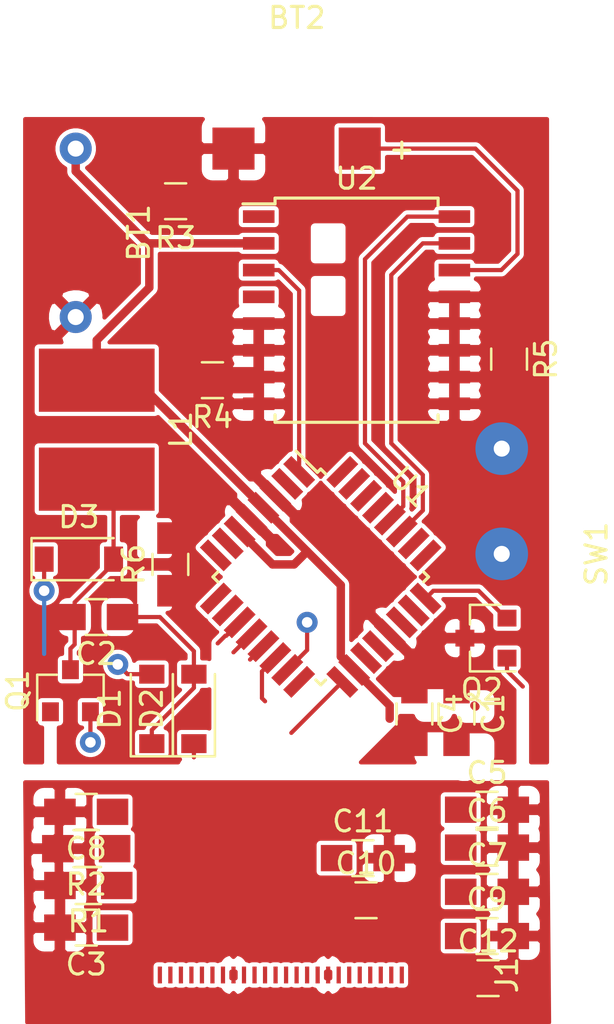
<source format=kicad_pcb>
(kicad_pcb (version 20171130) (host pcbnew 5.1.2-f72e74a~84~ubuntu18.04.1)

  (general
    (thickness 1.6)
    (drawings 0)
    (tracks 89)
    (zones 0)
    (modules 30)
    (nets 49)
  )

  (page A4)
  (title_block
    (title "OTP Tent")
    (date 2019-02-25)
    (rev v01)
    (company "IntegrityNet Solutions and Services")
  )

  (layers
    (0 F.Cu signal)
    (31 B.Cu signal)
    (32 B.Adhes user)
    (33 F.Adhes user)
    (34 B.Paste user)
    (35 F.Paste user)
    (36 B.SilkS user)
    (37 F.SilkS user)
    (38 B.Mask user)
    (39 F.Mask user)
    (40 Dwgs.User user hide)
    (41 Cmts.User user)
    (42 Eco1.User user)
    (43 Eco2.User user)
    (44 Edge.Cuts user)
    (45 Margin user)
    (46 B.CrtYd user)
    (47 F.CrtYd user hide)
    (48 B.Fab user)
    (49 F.Fab user hide)
  )

  (setup
    (last_trace_width 0.2)
    (trace_clearance 0.1)
    (zone_clearance 0.2)
    (zone_45_only no)
    (trace_min 0.2)
    (via_size 1)
    (via_drill 0.5)
    (via_min_size 0.4)
    (via_min_drill 0.3)
    (uvia_size 0.3)
    (uvia_drill 0.1)
    (uvias_allowed no)
    (uvia_min_size 0.2)
    (uvia_min_drill 0.1)
    (edge_width 0.1)
    (segment_width 0.2)
    (pcb_text_width 0.3)
    (pcb_text_size 1.5 1.5)
    (mod_edge_width 0.15)
    (mod_text_size 1 1)
    (mod_text_width 0.15)
    (pad_size 0.8 0.2)
    (pad_drill 0)
    (pad_to_mask_clearance 0)
    (solder_mask_min_width 0.25)
    (aux_axis_origin 0 0)
    (visible_elements FFFFFF7F)
    (pcbplotparams
      (layerselection 0x00080_7ffffffe)
      (usegerberextensions false)
      (usegerberattributes false)
      (usegerberadvancedattributes false)
      (creategerberjobfile false)
      (excludeedgelayer true)
      (linewidth 0.100000)
      (plotframeref false)
      (viasonmask true)
      (mode 1)
      (useauxorigin false)
      (hpglpennumber 1)
      (hpglpenspeed 20)
      (hpglpendiameter 15.000000)
      (psnegative false)
      (psa4output false)
      (plotreference true)
      (plotvalue true)
      (plotinvisibletext false)
      (padsonsilk false)
      (subtractmaskfromsilk false)
      (outputformat 5)
      (mirror false)
      (drillshape 0)
      (scaleselection 1)
      (outputdirectory "plot/svg/"))
  )

  (net 0 "")
  (net 1 VDC)
  (net 2 GND)
  (net 3 Batt)
  (net 4 QGND)
  (net 5 "Net-(C2-Pad1)")
  (net 6 "Net-(C2-Pad2)")
  (net 7 PREVGH)
  (net 8 "Net-(C5-Pad1)")
  (net 9 "Net-(C6-Pad1)")
  (net 10 "Net-(C7-Pad1)")
  (net 11 "Net-(C8-Pad1)")
  (net 12 "Net-(C9-Pad1)")
  (net 13 "Net-(C10-Pad1)")
  (net 14 "Net-(C11-Pad1)")
  (net 15 PREVGL)
  (net 16 "Net-(J1-Pad1)")
  (net 17 GDR)
  (net 18 RESE)
  (net 19 "Net-(J1-Pad6)")
  (net 20 "Net-(J1-Pad7)")
  (net 21 BUSY)
  (net 22 RES)
  (net 23 DC)
  (net 24 CS)
  (net 25 SCLK)
  (net 26 SDI)
  (net 27 "Net-(Q2-Pad2)")
  (net 28 "Net-(U1-Pad2)")
  (net 29 "Net-(U1-Pad9)")
  (net 30 "Net-(U1-Pad23)")
  (net 31 "Net-(U1-Pad10)")
  (net 32 "Net-(U1-Pad25)")
  (net 33 "Net-(U1-Pad26)")
  (net 34 SDA)
  (net 35 SCL)
  (net 36 "Net-(U2-Pad1)")
  (net 37 "Net-(U2-Pad4)")
  (net 38 "Net-(U1-Pad7)")
  (net 39 "Net-(U1-Pad8)")
  (net 40 "Net-(U1-Pad16)")
  (net 41 "Net-(U1-Pad19)")
  (net 42 "Net-(U1-Pad22)")
  (net 43 "Net-(U1-Pad29)")
  (net 44 "Net-(U1-Pad30)")
  (net 45 "Net-(U1-Pad31)")
  (net 46 "Net-(U1-Pad32)")
  (net 47 "Net-(R5-Pad2)")
  (net 48 "Net-(U2-Pad3)")

  (net_class Default "This is the default net class."
    (clearance 0.1)
    (trace_width 0.2)
    (via_dia 1)
    (via_drill 0.5)
    (uvia_dia 0.3)
    (uvia_drill 0.1)
    (diff_pair_width 0.2)
    (diff_pair_gap 0.1)
    (add_net BUSY)
    (add_net Batt)
    (add_net CS)
    (add_net DC)
    (add_net GDR)
    (add_net "Net-(C10-Pad1)")
    (add_net "Net-(C11-Pad1)")
    (add_net "Net-(C2-Pad1)")
    (add_net "Net-(C2-Pad2)")
    (add_net "Net-(C5-Pad1)")
    (add_net "Net-(C6-Pad1)")
    (add_net "Net-(C7-Pad1)")
    (add_net "Net-(C8-Pad1)")
    (add_net "Net-(C9-Pad1)")
    (add_net "Net-(J1-Pad1)")
    (add_net "Net-(J1-Pad6)")
    (add_net "Net-(J1-Pad7)")
    (add_net "Net-(Q2-Pad2)")
    (add_net "Net-(R5-Pad2)")
    (add_net "Net-(U1-Pad10)")
    (add_net "Net-(U1-Pad16)")
    (add_net "Net-(U1-Pad19)")
    (add_net "Net-(U1-Pad2)")
    (add_net "Net-(U1-Pad22)")
    (add_net "Net-(U1-Pad23)")
    (add_net "Net-(U1-Pad25)")
    (add_net "Net-(U1-Pad26)")
    (add_net "Net-(U1-Pad29)")
    (add_net "Net-(U1-Pad30)")
    (add_net "Net-(U1-Pad31)")
    (add_net "Net-(U1-Pad32)")
    (add_net "Net-(U1-Pad7)")
    (add_net "Net-(U1-Pad8)")
    (add_net "Net-(U1-Pad9)")
    (add_net "Net-(U2-Pad1)")
    (add_net "Net-(U2-Pad3)")
    (add_net "Net-(U2-Pad4)")
    (add_net PREVGH)
    (add_net PREVGL)
    (add_net QGND)
    (add_net RES)
    (add_net RESE)
    (add_net SCL)
    (add_net SCLK)
    (add_net SDA)
    (add_net SDI)
  )

  (net_class POWER ""
    (clearance 0.2)
    (trace_width 0.4)
    (via_dia 1)
    (via_drill 0.5)
    (uvia_dia 0.3)
    (uvia_drill 0.1)
    (diff_pair_width 0.2)
    (diff_pair_gap 0.1)
    (add_net GND)
    (add_net VDC)
  )

  (module Package_QFP:TQFP-32_7x7mm_P0.8mm (layer F.Cu) (tedit 5A02F146) (tstamp 5C88A131)
    (at 120.146268 81.343324 315)
    (descr "32-Lead Plastic Thin Quad Flatpack (PT) - 7x7x1.0 mm Body, 2.00 mm [TQFP] (see Microchip Packaging Specification 00000049BS.pdf)")
    (tags "QFP 0.8")
    (path /5C88E47A)
    (attr smd)
    (fp_text reference U1 (at 0 -6.05 315) (layer F.SilkS)
      (effects (font (size 1 1) (thickness 0.15)))
    )
    (fp_text value ATmega328P-AU (at 0 6.05 315) (layer F.Fab)
      (effects (font (size 1 1) (thickness 0.15)))
    )
    (fp_text user %R (at 0 0 315) (layer F.Fab)
      (effects (font (size 1 1) (thickness 0.15)))
    )
    (fp_line (start -2.5 -3.5) (end 3.5 -3.5) (layer F.Fab) (width 0.15))
    (fp_line (start 3.5 -3.5) (end 3.5 3.5) (layer F.Fab) (width 0.15))
    (fp_line (start 3.5 3.5) (end -3.5 3.5) (layer F.Fab) (width 0.15))
    (fp_line (start -3.5 3.5) (end -3.5 -2.5) (layer F.Fab) (width 0.15))
    (fp_line (start -3.5 -2.5) (end -2.5 -3.5) (layer F.Fab) (width 0.15))
    (fp_line (start -5.3 -5.3) (end -5.3 5.3) (layer F.CrtYd) (width 0.05))
    (fp_line (start 5.3 -5.3) (end 5.3 5.3) (layer F.CrtYd) (width 0.05))
    (fp_line (start -5.3 -5.3) (end 5.3 -5.3) (layer F.CrtYd) (width 0.05))
    (fp_line (start -5.3 5.3) (end 5.3 5.3) (layer F.CrtYd) (width 0.05))
    (fp_line (start -3.625 -3.625) (end -3.625 -3.4) (layer F.SilkS) (width 0.15))
    (fp_line (start 3.625 -3.625) (end 3.625 -3.299999) (layer F.SilkS) (width 0.15))
    (fp_line (start 3.625 3.625) (end 3.625 3.299999) (layer F.SilkS) (width 0.15))
    (fp_line (start -3.625 3.625) (end -3.625 3.299999) (layer F.SilkS) (width 0.15))
    (fp_line (start -3.625 -3.625) (end -3.299999 -3.625) (layer F.SilkS) (width 0.15))
    (fp_line (start -3.625 3.625) (end -3.299999 3.625) (layer F.SilkS) (width 0.15))
    (fp_line (start 3.625 3.625) (end 3.299999 3.625) (layer F.SilkS) (width 0.15))
    (fp_line (start 3.625 -3.625) (end 3.299999 -3.625) (layer F.SilkS) (width 0.15))
    (fp_line (start -3.625 -3.4) (end -5.05 -3.4) (layer F.SilkS) (width 0.15))
    (pad 1 smd rect (at -4.25 -2.8 315) (size 1.6 0.55) (layers F.Cu F.Paste F.Mask)
      (net 47 "Net-(R5-Pad2)"))
    (pad 2 smd rect (at -4.25 -2 315) (size 1.6 0.55) (layers F.Cu F.Paste F.Mask)
      (net 28 "Net-(U1-Pad2)"))
    (pad 3 smd rect (at -4.25 -1.2 315) (size 1.6 0.55) (layers F.Cu F.Paste F.Mask)
      (net 2 GND))
    (pad 4 smd rect (at -4.25 -0.4 315) (size 1.6 0.55) (layers F.Cu F.Paste F.Mask)
      (net 1 VDC))
    (pad 5 smd rect (at -4.25 0.4 315) (size 1.6 0.55) (layers F.Cu F.Paste F.Mask)
      (net 2 GND))
    (pad 6 smd rect (at -4.25 1.2 315) (size 1.6 0.55) (layers F.Cu F.Paste F.Mask)
      (net 1 VDC))
    (pad 7 smd rect (at -4.25 2 315) (size 1.6 0.55) (layers F.Cu F.Paste F.Mask)
      (net 38 "Net-(U1-Pad7)"))
    (pad 8 smd rect (at -4.25 2.8 315) (size 1.6 0.55) (layers F.Cu F.Paste F.Mask)
      (net 39 "Net-(U1-Pad8)"))
    (pad 9 smd rect (at -2.8 4.25 45) (size 1.6 0.55) (layers F.Cu F.Paste F.Mask)
      (net 29 "Net-(U1-Pad9)"))
    (pad 10 smd rect (at -2 4.25 45) (size 1.6 0.55) (layers F.Cu F.Paste F.Mask)
      (net 31 "Net-(U1-Pad10)"))
    (pad 11 smd rect (at -1.2 4.25 45) (size 1.6 0.55) (layers F.Cu F.Paste F.Mask)
      (net 21 BUSY))
    (pad 12 smd rect (at -0.4 4.25 45) (size 1.6 0.55) (layers F.Cu F.Paste F.Mask)
      (net 22 RES))
    (pad 13 smd rect (at 0.4 4.25 45) (size 1.6 0.55) (layers F.Cu F.Paste F.Mask)
      (net 23 DC))
    (pad 14 smd rect (at 1.2 4.25 45) (size 1.6 0.55) (layers F.Cu F.Paste F.Mask)
      (net 24 CS))
    (pad 15 smd rect (at 2 4.25 45) (size 1.6 0.55) (layers F.Cu F.Paste F.Mask)
      (net 26 SDI))
    (pad 16 smd rect (at 2.8 4.25 45) (size 1.6 0.55) (layers F.Cu F.Paste F.Mask)
      (net 40 "Net-(U1-Pad16)"))
    (pad 17 smd rect (at 4.25 2.8 315) (size 1.6 0.55) (layers F.Cu F.Paste F.Mask)
      (net 25 SCLK))
    (pad 18 smd rect (at 4.25 2 315) (size 1.6 0.55) (layers F.Cu F.Paste F.Mask)
      (net 1 VDC))
    (pad 19 smd rect (at 4.25 1.2 315) (size 1.6 0.55) (layers F.Cu F.Paste F.Mask)
      (net 41 "Net-(U1-Pad19)"))
    (pad 20 smd rect (at 4.25 0.4 315) (size 1.6 0.55) (layers F.Cu F.Paste F.Mask)
      (net 1 VDC))
    (pad 21 smd rect (at 4.25 -0.4 315) (size 1.6 0.55) (layers F.Cu F.Paste F.Mask)
      (net 2 GND))
    (pad 22 smd rect (at 4.25 -1.2 315) (size 1.6 0.55) (layers F.Cu F.Paste F.Mask)
      (net 42 "Net-(U1-Pad22)"))
    (pad 23 smd rect (at 4.25 -2 315) (size 1.6 0.55) (layers F.Cu F.Paste F.Mask)
      (net 30 "Net-(U1-Pad23)"))
    (pad 24 smd rect (at 4.25 -2.8 315) (size 1.6 0.55) (layers F.Cu F.Paste F.Mask)
      (net 27 "Net-(Q2-Pad2)"))
    (pad 25 smd rect (at 2.8 -4.25 45) (size 1.6 0.55) (layers F.Cu F.Paste F.Mask)
      (net 32 "Net-(U1-Pad25)"))
    (pad 26 smd rect (at 2 -4.25 45) (size 1.6 0.55) (layers F.Cu F.Paste F.Mask)
      (net 33 "Net-(U1-Pad26)"))
    (pad 27 smd rect (at 1.2 -4.25 45) (size 1.6 0.55) (layers F.Cu F.Paste F.Mask)
      (net 34 SDA))
    (pad 28 smd rect (at 0.4 -4.25 45) (size 1.6 0.55) (layers F.Cu F.Paste F.Mask)
      (net 35 SCL))
    (pad 29 smd rect (at -0.4 -4.25 45) (size 1.6 0.55) (layers F.Cu F.Paste F.Mask)
      (net 43 "Net-(U1-Pad29)"))
    (pad 30 smd rect (at -1.2 -4.25 45) (size 1.6 0.55) (layers F.Cu F.Paste F.Mask)
      (net 44 "Net-(U1-Pad30)"))
    (pad 31 smd rect (at -2 -4.25 45) (size 1.6 0.55) (layers F.Cu F.Paste F.Mask)
      (net 45 "Net-(U1-Pad31)"))
    (pad 32 smd rect (at -2.8 -4.25 45) (size 1.6 0.55) (layers F.Cu F.Paste F.Mask)
      (net 46 "Net-(U1-Pad32)"))
    (model ${KISYS3DMOD}/Package_QFP.3dshapes/TQFP-32_7x7mm_P0.8mm.wrl
      (at (xyz 0 0 0))
      (scale (xyz 1 1 1))
      (rotate (xyz 0 0 0))
    )
  )

  (module otp:FPC24 (layer F.Cu) (tedit 5CCCD7BB) (tstamp 5CCCFF20)
    (at 118 100.25 90)
    (path /5C7151EB)
    (fp_text reference J1 (at 0 11 90) (layer F.SilkS)
      (effects (font (size 1 1) (thickness 0.15)))
    )
    (fp_text value FPC24 (at 0 -9.5 90) (layer F.Fab)
      (effects (font (size 1 1) (thickness 0.15)))
    )
    (fp_circle (center 0 -7.5) (end 0.5 -7.5) (layer F.Mask) (width 1))
    (pad 1 smd rect (at 0 6 90) (size 0.8 0.2) (layers F.Cu F.Paste F.Mask)
      (net 16 "Net-(J1-Pad1)"))
    (pad 2 smd rect (at 0 5.5 90) (size 0.8 0.2) (layers F.Cu F.Paste F.Mask)
      (net 17 GDR))
    (pad 3 smd rect (at 0 5 90) (size 0.8 0.2) (layers F.Cu F.Paste F.Mask)
      (net 18 RESE))
    (pad 4 smd rect (at 0 4.5 90) (size 0.8 0.2) (layers F.Cu F.Paste F.Mask)
      (net 10 "Net-(C7-Pad1)"))
    (pad 5 smd rect (at 0 4 90) (size 0.8 0.2) (layers F.Cu F.Paste F.Mask)
      (net 13 "Net-(C10-Pad1)"))
    (pad 6 smd rect (at 0 3.5 90) (size 0.8 0.2) (layers F.Cu F.Paste F.Mask)
      (net 19 "Net-(J1-Pad6)"))
    (pad 7 smd rect (at 0 3 90) (size 0.8 0.2) (layers F.Cu F.Paste F.Mask)
      (net 20 "Net-(J1-Pad7)"))
    (pad 8 smd rect (at 0 2.5 90) (size 0.8 0.2) (layers F.Cu F.Paste F.Mask)
      (net 4 QGND))
    (pad 9 smd rect (at 0 2 90) (size 0.8 0.2) (layers F.Cu F.Paste F.Mask)
      (net 21 BUSY))
    (pad 10 smd rect (at 0 1.5 90) (size 0.8 0.2) (layers F.Cu F.Paste F.Mask)
      (net 22 RES))
    (pad 11 smd rect (at 0 1 90) (size 0.8 0.2) (layers F.Cu F.Paste F.Mask)
      (net 23 DC))
    (pad 12 smd rect (at 0 0.5 90) (size 0.8 0.2) (layers F.Cu F.Paste F.Mask)
      (net 24 CS))
    (pad 13 smd rect (at 0 0 90) (size 0.8 0.2) (layers F.Cu F.Paste F.Mask)
      (net 25 SCLK))
    (pad 14 smd rect (at 0 -0.5 90) (size 0.8 0.2) (layers F.Cu F.Paste F.Mask)
      (net 26 SDI))
    (pad 15 smd rect (at 0 -1 90) (size 0.8 0.2) (layers F.Cu F.Paste F.Mask)
      (net 1 VDC))
    (pad 16 smd rect (at 0 -1.5 90) (size 0.8 0.2) (layers F.Cu F.Paste F.Mask)
      (net 1 VDC))
    (pad 17 smd rect (at 0 -2 90) (size 0.8 0.2) (layers F.Cu F.Paste F.Mask)
      (net 4 QGND))
    (pad 18 smd rect (at 0 -2.5 90) (size 0.8 0.2) (layers F.Cu F.Paste F.Mask)
      (net 11 "Net-(C8-Pad1)"))
    (pad 19 smd rect (at 0 -3 90) (size 0.8 0.2) (layers F.Cu F.Paste F.Mask)
      (net 14 "Net-(C11-Pad1)"))
    (pad 20 smd rect (at 0 -3.5 90) (size 0.8 0.2) (layers F.Cu F.Paste F.Mask)
      (net 8 "Net-(C5-Pad1)"))
    (pad 21 smd rect (at 0 -4 90) (size 0.8 0.2) (layers F.Cu F.Paste F.Mask)
      (net 7 PREVGH))
    (pad 22 smd rect (at 0 -4.5 90) (size 0.8 0.2) (layers F.Cu F.Paste F.Mask)
      (net 12 "Net-(C9-Pad1)"))
    (pad 23 smd rect (at 0 -5 90) (size 0.8 0.2) (layers F.Cu F.Paste F.Mask)
      (net 15 PREVGL))
    (pad 24 smd rect (at 0 -5.5 90) (size 0.8 0.2) (layers F.Cu F.Paste F.Mask)
      (net 9 "Net-(C6-Pad1)"))
  )

  (module millk:pushbutton_2pin (layer F.Cu) (tedit 5CCA8BA0) (tstamp 5CCAD7CA)
    (at 133.75 80.25 270)
    (path /5CD2E906)
    (fp_text reference SW1 (at 0 0.5 90) (layer F.SilkS)
      (effects (font (size 1 1) (thickness 0.15)))
    )
    (fp_text value Switch_SW_Push (at 0 -0.5 90) (layer F.Fab)
      (effects (font (size 1 1) (thickness 0.15)))
    )
    (pad 2 thru_hole circle (at 0 5 270) (size 2.5 2.5) (drill 0.762) (layers *.Cu *.Mask)
      (net 1 VDC))
    (pad 1 thru_hole circle (at -5 5 270) (size 2.5 2.5) (drill 0.762) (layers *.Cu *.Mask)
      (net 47 "Net-(R5-Pad2)"))
  )

  (module Capacitors_SMD:C_0805_HandSoldering (layer F.Cu) (tedit 58AA84A8) (tstamp 5CCAD7C4)
    (at 113 80.75 90)
    (descr "Capacitor SMD 0805, hand soldering")
    (tags "capacitor 0805")
    (path /5CD1496B)
    (attr smd)
    (fp_text reference R6 (at 0 -1.75 90) (layer F.SilkS)
      (effects (font (size 1 1) (thickness 0.15)))
    )
    (fp_text value R (at 0 1.75 90) (layer F.Fab)
      (effects (font (size 1 1) (thickness 0.15)))
    )
    (fp_text user %R (at 0 -1.75 90) (layer F.Fab)
      (effects (font (size 1 1) (thickness 0.15)))
    )
    (fp_line (start -1 0.62) (end -1 -0.62) (layer F.Fab) (width 0.1))
    (fp_line (start 1 0.62) (end -1 0.62) (layer F.Fab) (width 0.1))
    (fp_line (start 1 -0.62) (end 1 0.62) (layer F.Fab) (width 0.1))
    (fp_line (start -1 -0.62) (end 1 -0.62) (layer F.Fab) (width 0.1))
    (fp_line (start 0.5 -0.85) (end -0.5 -0.85) (layer F.SilkS) (width 0.12))
    (fp_line (start -0.5 0.85) (end 0.5 0.85) (layer F.SilkS) (width 0.12))
    (fp_line (start -2.25 -0.88) (end 2.25 -0.88) (layer F.CrtYd) (width 0.05))
    (fp_line (start -2.25 -0.88) (end -2.25 0.87) (layer F.CrtYd) (width 0.05))
    (fp_line (start 2.25 0.87) (end 2.25 -0.88) (layer F.CrtYd) (width 0.05))
    (fp_line (start 2.25 0.87) (end -2.25 0.87) (layer F.CrtYd) (width 0.05))
    (pad 1 smd rect (at -1.25 0 90) (size 1.5 1.25) (layers F.Cu F.Paste F.Mask)
      (net 1 VDC))
    (pad 2 smd rect (at 1.25 0 90) (size 1.5 1.25) (layers F.Cu F.Paste F.Mask)
      (net 18 RESE))
    (model Capacitors_SMD.3dshapes/C_0805.wrl
      (at (xyz 0 0 0))
      (scale (xyz 1 1 1))
      (rotate (xyz 0 0 0))
    )
  )

  (module Capacitors_SMD:C_0805_HandSoldering (layer F.Cu) (tedit 58AA84A8) (tstamp 5CCAD7C1)
    (at 129.1 71 270)
    (descr "Capacitor SMD 0805, hand soldering")
    (tags "capacitor 0805")
    (path /5CD49CA8)
    (attr smd)
    (fp_text reference R5 (at 0 -1.75 90) (layer F.SilkS)
      (effects (font (size 1 1) (thickness 0.15)))
    )
    (fp_text value R (at 0 1.75 90) (layer F.Fab)
      (effects (font (size 1 1) (thickness 0.15)))
    )
    (fp_text user %R (at 0 -1.75 90) (layer F.Fab)
      (effects (font (size 1 1) (thickness 0.15)))
    )
    (fp_line (start -1 0.62) (end -1 -0.62) (layer F.Fab) (width 0.1))
    (fp_line (start 1 0.62) (end -1 0.62) (layer F.Fab) (width 0.1))
    (fp_line (start 1 -0.62) (end 1 0.62) (layer F.Fab) (width 0.1))
    (fp_line (start -1 -0.62) (end 1 -0.62) (layer F.Fab) (width 0.1))
    (fp_line (start 0.5 -0.85) (end -0.5 -0.85) (layer F.SilkS) (width 0.12))
    (fp_line (start -0.5 0.85) (end 0.5 0.85) (layer F.SilkS) (width 0.12))
    (fp_line (start -2.25 -0.88) (end 2.25 -0.88) (layer F.CrtYd) (width 0.05))
    (fp_line (start -2.25 -0.88) (end -2.25 0.87) (layer F.CrtYd) (width 0.05))
    (fp_line (start 2.25 0.87) (end 2.25 -0.88) (layer F.CrtYd) (width 0.05))
    (fp_line (start 2.25 0.87) (end -2.25 0.87) (layer F.CrtYd) (width 0.05))
    (pad 1 smd rect (at -1.25 0 270) (size 1.5 1.25) (layers F.Cu F.Paste F.Mask)
      (net 2 GND))
    (pad 2 smd rect (at 1.25 0 270) (size 1.5 1.25) (layers F.Cu F.Paste F.Mask)
      (net 47 "Net-(R5-Pad2)"))
    (model Capacitors_SMD.3dshapes/C_0805.wrl
      (at (xyz 0 0 0))
      (scale (xyz 1 1 1))
      (rotate (xyz 0 0 0))
    )
  )

  (module Capacitors_SMD:C_0805_HandSoldering (layer F.Cu) (tedit 58AA84A8) (tstamp 5CCAD7BE)
    (at 115 72 180)
    (descr "Capacitor SMD 0805, hand soldering")
    (tags "capacitor 0805")
    (path /5CCCF0BD)
    (attr smd)
    (fp_text reference R4 (at 0 -1.75) (layer F.SilkS)
      (effects (font (size 1 1) (thickness 0.15)))
    )
    (fp_text value R (at 0 1.75) (layer F.Fab)
      (effects (font (size 1 1) (thickness 0.15)))
    )
    (fp_text user %R (at 0 -1.75) (layer F.Fab)
      (effects (font (size 1 1) (thickness 0.15)))
    )
    (fp_line (start -1 0.62) (end -1 -0.62) (layer F.Fab) (width 0.1))
    (fp_line (start 1 0.62) (end -1 0.62) (layer F.Fab) (width 0.1))
    (fp_line (start 1 -0.62) (end 1 0.62) (layer F.Fab) (width 0.1))
    (fp_line (start -1 -0.62) (end 1 -0.62) (layer F.Fab) (width 0.1))
    (fp_line (start 0.5 -0.85) (end -0.5 -0.85) (layer F.SilkS) (width 0.12))
    (fp_line (start -0.5 0.85) (end 0.5 0.85) (layer F.SilkS) (width 0.12))
    (fp_line (start -2.25 -0.88) (end 2.25 -0.88) (layer F.CrtYd) (width 0.05))
    (fp_line (start -2.25 -0.88) (end -2.25 0.87) (layer F.CrtYd) (width 0.05))
    (fp_line (start 2.25 0.87) (end 2.25 -0.88) (layer F.CrtYd) (width 0.05))
    (fp_line (start 2.25 0.87) (end -2.25 0.87) (layer F.CrtYd) (width 0.05))
    (pad 1 smd rect (at -1.25 0 180) (size 1.5 1.25) (layers F.Cu F.Paste F.Mask)
      (net 34 SDA))
    (pad 2 smd rect (at 1.25 0 180) (size 1.5 1.25) (layers F.Cu F.Paste F.Mask)
      (net 1 VDC))
    (model Capacitors_SMD.3dshapes/C_0805.wrl
      (at (xyz 0 0 0))
      (scale (xyz 1 1 1))
      (rotate (xyz 0 0 0))
    )
  )

  (module Capacitors_SMD:C_0805_HandSoldering (layer F.Cu) (tedit 58AA84A8) (tstamp 5CCAD7BB)
    (at 113.25 63.5 180)
    (descr "Capacitor SMD 0805, hand soldering")
    (tags "capacitor 0805")
    (path /5CCCE5AC)
    (attr smd)
    (fp_text reference R3 (at 0 -1.75) (layer F.SilkS)
      (effects (font (size 1 1) (thickness 0.15)))
    )
    (fp_text value R (at 0 1.75) (layer F.Fab)
      (effects (font (size 1 1) (thickness 0.15)))
    )
    (fp_text user %R (at 0 -1.75) (layer F.Fab)
      (effects (font (size 1 1) (thickness 0.15)))
    )
    (fp_line (start -1 0.62) (end -1 -0.62) (layer F.Fab) (width 0.1))
    (fp_line (start 1 0.62) (end -1 0.62) (layer F.Fab) (width 0.1))
    (fp_line (start 1 -0.62) (end 1 0.62) (layer F.Fab) (width 0.1))
    (fp_line (start -1 -0.62) (end 1 -0.62) (layer F.Fab) (width 0.1))
    (fp_line (start 0.5 -0.85) (end -0.5 -0.85) (layer F.SilkS) (width 0.12))
    (fp_line (start -0.5 0.85) (end 0.5 0.85) (layer F.SilkS) (width 0.12))
    (fp_line (start -2.25 -0.88) (end 2.25 -0.88) (layer F.CrtYd) (width 0.05))
    (fp_line (start -2.25 -0.88) (end -2.25 0.87) (layer F.CrtYd) (width 0.05))
    (fp_line (start 2.25 0.87) (end 2.25 -0.88) (layer F.CrtYd) (width 0.05))
    (fp_line (start 2.25 0.87) (end -2.25 0.87) (layer F.CrtYd) (width 0.05))
    (pad 1 smd rect (at -1.25 0 180) (size 1.5 1.25) (layers F.Cu F.Paste F.Mask)
      (net 35 SCL))
    (pad 2 smd rect (at 1.25 0 180) (size 1.5 1.25) (layers F.Cu F.Paste F.Mask)
      (net 1 VDC))
    (model Capacitors_SMD.3dshapes/C_0805.wrl
      (at (xyz 0 0 0))
      (scale (xyz 1 1 1))
      (rotate (xyz 0 0 0))
    )
  )

  (module otp:Battery_pack_connector (layer F.Cu) (tedit 5C7381D0) (tstamp 5C889F6D)
    (at 108.5 65 90)
    (path /5C7CB3D8)
    (fp_text reference BT1 (at 0 3 90) (layer F.SilkS)
      (effects (font (size 1 1) (thickness 0.15)))
    )
    (fp_text value "Battery 3V" (at 0 -3 90) (layer F.Fab)
      (effects (font (size 1 1) (thickness 0.15)))
    )
    (fp_line (start 4 2) (end 4 4) (layer F.Mask) (width 0.5))
    (fp_line (start 3 3) (end 5 3) (layer F.Mask) (width 0.5))
    (pad 1 thru_hole circle (at 4 0 90) (size 1.524 1.524) (drill 0.762) (layers *.Cu *.Mask)
      (net 1 VDC))
    (pad 2 thru_hole circle (at -4 0 90) (size 1.524 1.524) (drill 0.762) (layers *.Cu *.Mask)
      (net 2 GND))
  )

  (module "otp:Cell Battery SMD" (layer F.Cu) (tedit 5C8897C7) (tstamp 5C889F74)
    (at 119 61 180)
    (path /5C7C1C30)
    (fp_text reference BT2 (at -0.01 6.21 180) (layer F.SilkS)
      (effects (font (size 1 1) (thickness 0.15)))
    )
    (fp_text value "Cell Battery 3V" (at -0.01 -6.62 180) (layer F.Fab)
      (effects (font (size 1 1) (thickness 0.15)))
    )
    (fp_text user + (at -5 0 180) (layer F.SilkS)
      (effects (font (size 1 1) (thickness 0.15)))
    )
    (pad 1 smd rect (at -3 0 180) (size 2 2) (layers F.Cu F.Paste F.Mask)
      (net 3 Batt))
    (pad 2 smd rect (at 3 0 180) (size 2 2) (layers F.Cu F.Paste F.Mask)
      (net 2 GND))
  )

  (module otp:CD54 (layer F.Cu) (tedit 5C737522) (tstamp 5C88A0AE)
    (at 109.5 74.35 90)
    (path /5C73205A)
    (fp_text reference L1 (at 0 4 90) (layer F.SilkS)
      (effects (font (size 1 1) (thickness 0.15)))
    )
    (fp_text value "10uH 1A" (at 0 -4 90) (layer F.Fab)
      (effects (font (size 1 1) (thickness 0.15)))
    )
    (pad 1 smd rect (at 2.35 0 90) (size 3 5.5) (layers F.Cu F.Paste F.Mask)
      (net 1 VDC))
    (pad 2 smd rect (at -2.35 0 90) (size 3 5.5) (layers F.Cu F.Paste F.Mask)
      (net 6 "Net-(C2-Pad2)"))
  )

  (module Package_SO:SOIC-16W_7.5x10.3mm_P1.27mm (layer F.Cu) (tedit 5A02F2D3) (tstamp 5C88A156)
    (at 121.85 68.675)
    (descr "16-Lead Plastic Small Outline (SO) - Wide, 7.50 mm Body [SOIC] (see Microchip Packaging Specification 00000049BS.pdf)")
    (tags "SOIC 1.27")
    (path /5C77DB5D)
    (attr smd)
    (fp_text reference U2 (at 0 -6.25) (layer F.SilkS)
      (effects (font (size 1 1) (thickness 0.15)))
    )
    (fp_text value DS3231M (at 0 6.25) (layer F.Fab)
      (effects (font (size 1 1) (thickness 0.15)))
    )
    (fp_text user %R (at 0 0) (layer F.Fab)
      (effects (font (size 1 1) (thickness 0.15)))
    )
    (fp_line (start -2.75 -5.15) (end 3.75 -5.15) (layer F.Fab) (width 0.15))
    (fp_line (start 3.75 -5.15) (end 3.75 5.15) (layer F.Fab) (width 0.15))
    (fp_line (start 3.75 5.15) (end -3.75 5.15) (layer F.Fab) (width 0.15))
    (fp_line (start -3.75 5.15) (end -3.75 -4.15) (layer F.Fab) (width 0.15))
    (fp_line (start -3.75 -4.15) (end -2.75 -5.15) (layer F.Fab) (width 0.15))
    (fp_line (start -5.65 -5.5) (end -5.65 5.5) (layer F.CrtYd) (width 0.05))
    (fp_line (start 5.65 -5.5) (end 5.65 5.5) (layer F.CrtYd) (width 0.05))
    (fp_line (start -5.65 -5.5) (end 5.65 -5.5) (layer F.CrtYd) (width 0.05))
    (fp_line (start -5.65 5.5) (end 5.65 5.5) (layer F.CrtYd) (width 0.05))
    (fp_line (start -3.875 -5.325) (end -3.875 -5.05) (layer F.SilkS) (width 0.15))
    (fp_line (start 3.875 -5.325) (end 3.875 -4.97) (layer F.SilkS) (width 0.15))
    (fp_line (start 3.875 5.325) (end 3.875 4.97) (layer F.SilkS) (width 0.15))
    (fp_line (start -3.875 5.325) (end -3.875 4.97) (layer F.SilkS) (width 0.15))
    (fp_line (start -3.875 -5.325) (end 3.875 -5.325) (layer F.SilkS) (width 0.15))
    (fp_line (start -3.875 5.325) (end 3.875 5.325) (layer F.SilkS) (width 0.15))
    (fp_line (start -3.875 -5.05) (end -5.4 -5.05) (layer F.SilkS) (width 0.15))
    (pad 1 smd rect (at -4.65 -4.445) (size 1.5 0.6) (layers F.Cu F.Paste F.Mask)
      (net 36 "Net-(U2-Pad1)"))
    (pad 2 smd rect (at -4.65 -3.175) (size 1.5 0.6) (layers F.Cu F.Paste F.Mask)
      (net 1 VDC))
    (pad 3 smd rect (at -4.65 -1.905) (size 1.5 0.6) (layers F.Cu F.Paste F.Mask)
      (net 48 "Net-(U2-Pad3)"))
    (pad 4 smd rect (at -4.65 -0.635) (size 1.5 0.6) (layers F.Cu F.Paste F.Mask)
      (net 37 "Net-(U2-Pad4)"))
    (pad 5 smd rect (at -4.65 0.635) (size 1.5 0.6) (layers F.Cu F.Paste F.Mask)
      (net 2 GND))
    (pad 6 smd rect (at -4.65 1.905) (size 1.5 0.6) (layers F.Cu F.Paste F.Mask)
      (net 2 GND))
    (pad 7 smd rect (at -4.65 3.175) (size 1.5 0.6) (layers F.Cu F.Paste F.Mask)
      (net 2 GND))
    (pad 8 smd rect (at -4.65 4.445) (size 1.5 0.6) (layers F.Cu F.Paste F.Mask)
      (net 2 GND))
    (pad 9 smd rect (at 4.65 4.445) (size 1.5 0.6) (layers F.Cu F.Paste F.Mask)
      (net 2 GND))
    (pad 10 smd rect (at 4.65 3.175) (size 1.5 0.6) (layers F.Cu F.Paste F.Mask)
      (net 2 GND))
    (pad 11 smd rect (at 4.65 1.905) (size 1.5 0.6) (layers F.Cu F.Paste F.Mask)
      (net 2 GND))
    (pad 12 smd rect (at 4.65 0.635) (size 1.5 0.6) (layers F.Cu F.Paste F.Mask)
      (net 2 GND))
    (pad 13 smd rect (at 4.65 -0.635) (size 1.5 0.6) (layers F.Cu F.Paste F.Mask)
      (net 2 GND))
    (pad 14 smd rect (at 4.65 -1.905) (size 1.5 0.6) (layers F.Cu F.Paste F.Mask)
      (net 3 Batt))
    (pad 15 smd rect (at 4.65 -3.175) (size 1.5 0.6) (layers F.Cu F.Paste F.Mask)
      (net 34 SDA))
    (pad 16 smd rect (at 4.65 -4.445) (size 1.5 0.6) (layers F.Cu F.Paste F.Mask)
      (net 35 SCL))
    (model ${KISYS3DMOD}/Package_SO.3dshapes/SOIC-16W_7.5x10.3mm_P1.27mm.wrl
      (at (xyz 0 0 0))
      (scale (xyz 1 1 1))
      (rotate (xyz 0 0 0))
    )
  )

  (module Capacitors_SMD:C_0805_HandSoldering (layer F.Cu) (tedit 58AA84A8) (tstamp 5CCD06A9)
    (at 126.6 87.85 270)
    (descr "Capacitor SMD 0805, hand soldering")
    (tags "capacitor 0805")
    (path /5C732EE8)
    (attr smd)
    (fp_text reference C1 (at 0 -1.75 90) (layer F.SilkS)
      (effects (font (size 1 1) (thickness 0.15)))
    )
    (fp_text value 4.7uF/50V (at 0 1.75 90) (layer F.Fab)
      (effects (font (size 1 1) (thickness 0.15)))
    )
    (fp_line (start 2.25 0.87) (end -2.25 0.87) (layer F.CrtYd) (width 0.05))
    (fp_line (start 2.25 0.87) (end 2.25 -0.88) (layer F.CrtYd) (width 0.05))
    (fp_line (start -2.25 -0.88) (end -2.25 0.87) (layer F.CrtYd) (width 0.05))
    (fp_line (start -2.25 -0.88) (end 2.25 -0.88) (layer F.CrtYd) (width 0.05))
    (fp_line (start -0.5 0.85) (end 0.5 0.85) (layer F.SilkS) (width 0.12))
    (fp_line (start 0.5 -0.85) (end -0.5 -0.85) (layer F.SilkS) (width 0.12))
    (fp_line (start -1 -0.62) (end 1 -0.62) (layer F.Fab) (width 0.1))
    (fp_line (start 1 -0.62) (end 1 0.62) (layer F.Fab) (width 0.1))
    (fp_line (start 1 0.62) (end -1 0.62) (layer F.Fab) (width 0.1))
    (fp_line (start -1 0.62) (end -1 -0.62) (layer F.Fab) (width 0.1))
    (fp_text user %R (at 0 -1.75 90) (layer F.Fab)
      (effects (font (size 1 1) (thickness 0.15)))
    )
    (pad 2 smd rect (at 1.25 0 270) (size 1.5 1.25) (layers F.Cu F.Paste F.Mask)
      (net 4 QGND))
    (pad 1 smd rect (at -1.25 0 270) (size 1.5 1.25) (layers F.Cu F.Paste F.Mask)
      (net 1 VDC))
    (model Capacitors_SMD.3dshapes/C_0805.wrl
      (at (xyz 0 0 0))
      (scale (xyz 1 1 1))
      (rotate (xyz 0 0 0))
    )
  )

  (module Capacitors_SMD:C_0805_HandSoldering (layer F.Cu) (tedit 58AA84A8) (tstamp 5CCD06B9)
    (at 109.475 83.25 180)
    (descr "Capacitor SMD 0805, hand soldering")
    (tags "capacitor 0805")
    (path /5C750133)
    (attr smd)
    (fp_text reference C2 (at 0 -1.75) (layer F.SilkS)
      (effects (font (size 1 1) (thickness 0.15)))
    )
    (fp_text value 4.7uF/50V (at 0 1.75) (layer F.Fab)
      (effects (font (size 1 1) (thickness 0.15)))
    )
    (fp_line (start 2.25 0.87) (end -2.25 0.87) (layer F.CrtYd) (width 0.05))
    (fp_line (start 2.25 0.87) (end 2.25 -0.88) (layer F.CrtYd) (width 0.05))
    (fp_line (start -2.25 -0.88) (end -2.25 0.87) (layer F.CrtYd) (width 0.05))
    (fp_line (start -2.25 -0.88) (end 2.25 -0.88) (layer F.CrtYd) (width 0.05))
    (fp_line (start -0.5 0.85) (end 0.5 0.85) (layer F.SilkS) (width 0.12))
    (fp_line (start 0.5 -0.85) (end -0.5 -0.85) (layer F.SilkS) (width 0.12))
    (fp_line (start -1 -0.62) (end 1 -0.62) (layer F.Fab) (width 0.1))
    (fp_line (start 1 -0.62) (end 1 0.62) (layer F.Fab) (width 0.1))
    (fp_line (start 1 0.62) (end -1 0.62) (layer F.Fab) (width 0.1))
    (fp_line (start -1 0.62) (end -1 -0.62) (layer F.Fab) (width 0.1))
    (fp_text user %R (at 0 -1.75) (layer F.Fab)
      (effects (font (size 1 1) (thickness 0.15)))
    )
    (pad 2 smd rect (at 1.25 0 180) (size 1.5 1.25) (layers F.Cu F.Paste F.Mask)
      (net 6 "Net-(C2-Pad2)"))
    (pad 1 smd rect (at -1.25 0 180) (size 1.5 1.25) (layers F.Cu F.Paste F.Mask)
      (net 5 "Net-(C2-Pad1)"))
    (model Capacitors_SMD.3dshapes/C_0805.wrl
      (at (xyz 0 0 0))
      (scale (xyz 1 1 1))
      (rotate (xyz 0 0 0))
    )
  )

  (module Capacitors_SMD:C_0805_HandSoldering (layer F.Cu) (tedit 58AA84A8) (tstamp 5CCD06D9)
    (at 109 98 180)
    (descr "Capacitor SMD 0805, hand soldering")
    (tags "capacitor 0805")
    (path /5C74AD3B)
    (attr smd)
    (fp_text reference C3 (at 0 -1.75) (layer F.SilkS)
      (effects (font (size 1 1) (thickness 0.15)))
    )
    (fp_text value 4.7uF/50V (at 0 1.75) (layer F.Fab)
      (effects (font (size 1 1) (thickness 0.15)))
    )
    (fp_text user %R (at 0 -1.75) (layer F.Fab)
      (effects (font (size 1 1) (thickness 0.15)))
    )
    (fp_line (start -1 0.62) (end -1 -0.62) (layer F.Fab) (width 0.1))
    (fp_line (start 1 0.62) (end -1 0.62) (layer F.Fab) (width 0.1))
    (fp_line (start 1 -0.62) (end 1 0.62) (layer F.Fab) (width 0.1))
    (fp_line (start -1 -0.62) (end 1 -0.62) (layer F.Fab) (width 0.1))
    (fp_line (start 0.5 -0.85) (end -0.5 -0.85) (layer F.SilkS) (width 0.12))
    (fp_line (start -0.5 0.85) (end 0.5 0.85) (layer F.SilkS) (width 0.12))
    (fp_line (start -2.25 -0.88) (end 2.25 -0.88) (layer F.CrtYd) (width 0.05))
    (fp_line (start -2.25 -0.88) (end -2.25 0.87) (layer F.CrtYd) (width 0.05))
    (fp_line (start 2.25 0.87) (end 2.25 -0.88) (layer F.CrtYd) (width 0.05))
    (fp_line (start 2.25 0.87) (end -2.25 0.87) (layer F.CrtYd) (width 0.05))
    (pad 1 smd rect (at -1.25 0 180) (size 1.5 1.25) (layers F.Cu F.Paste F.Mask)
      (net 7 PREVGH))
    (pad 2 smd rect (at 1.25 0 180) (size 1.5 1.25) (layers F.Cu F.Paste F.Mask)
      (net 4 QGND))
    (model Capacitors_SMD.3dshapes/C_0805.wrl
      (at (xyz 0 0 0))
      (scale (xyz 1 1 1))
      (rotate (xyz 0 0 0))
    )
  )

  (module Capacitors_SMD:C_0805_HandSoldering (layer F.Cu) (tedit 58AA84A8) (tstamp 5CCD06DA)
    (at 124.6 87.85 270)
    (descr "Capacitor SMD 0805, hand soldering")
    (tags "capacitor 0805")
    (path /5C722AB0)
    (attr smd)
    (fp_text reference C4 (at 0 -1.75 90) (layer F.SilkS)
      (effects (font (size 1 1) (thickness 0.15)))
    )
    (fp_text value 1uF/50V (at 0 1.75 90) (layer F.Fab)
      (effects (font (size 1 1) (thickness 0.15)))
    )
    (fp_text user %R (at 0 -1.75 90) (layer F.Fab)
      (effects (font (size 1 1) (thickness 0.15)))
    )
    (fp_line (start -1 0.62) (end -1 -0.62) (layer F.Fab) (width 0.1))
    (fp_line (start 1 0.62) (end -1 0.62) (layer F.Fab) (width 0.1))
    (fp_line (start 1 -0.62) (end 1 0.62) (layer F.Fab) (width 0.1))
    (fp_line (start -1 -0.62) (end 1 -0.62) (layer F.Fab) (width 0.1))
    (fp_line (start 0.5 -0.85) (end -0.5 -0.85) (layer F.SilkS) (width 0.12))
    (fp_line (start -0.5 0.85) (end 0.5 0.85) (layer F.SilkS) (width 0.12))
    (fp_line (start -2.25 -0.88) (end 2.25 -0.88) (layer F.CrtYd) (width 0.05))
    (fp_line (start -2.25 -0.88) (end -2.25 0.87) (layer F.CrtYd) (width 0.05))
    (fp_line (start 2.25 0.87) (end 2.25 -0.88) (layer F.CrtYd) (width 0.05))
    (fp_line (start 2.25 0.87) (end -2.25 0.87) (layer F.CrtYd) (width 0.05))
    (pad 1 smd rect (at -1.25 0 270) (size 1.5 1.25) (layers F.Cu F.Paste F.Mask)
      (net 1 VDC))
    (pad 2 smd rect (at 1.25 0 270) (size 1.5 1.25) (layers F.Cu F.Paste F.Mask)
      (net 4 QGND))
    (model Capacitors_SMD.3dshapes/C_0805.wrl
      (at (xyz 0 0 0))
      (scale (xyz 1 1 1))
      (rotate (xyz 0 0 0))
    )
  )

  (module Capacitors_SMD:C_0805_HandSoldering (layer F.Cu) (tedit 58AA84A8) (tstamp 5CCD06FA)
    (at 128.05 92.4)
    (descr "Capacitor SMD 0805, hand soldering")
    (tags "capacitor 0805")
    (path /5C723229)
    (attr smd)
    (fp_text reference C5 (at 0 -1.75) (layer F.SilkS)
      (effects (font (size 1 1) (thickness 0.15)))
    )
    (fp_text value 1uF/50V (at 0 1.75) (layer F.Fab)
      (effects (font (size 1 1) (thickness 0.15)))
    )
    (fp_line (start 2.25 0.87) (end -2.25 0.87) (layer F.CrtYd) (width 0.05))
    (fp_line (start 2.25 0.87) (end 2.25 -0.88) (layer F.CrtYd) (width 0.05))
    (fp_line (start -2.25 -0.88) (end -2.25 0.87) (layer F.CrtYd) (width 0.05))
    (fp_line (start -2.25 -0.88) (end 2.25 -0.88) (layer F.CrtYd) (width 0.05))
    (fp_line (start -0.5 0.85) (end 0.5 0.85) (layer F.SilkS) (width 0.12))
    (fp_line (start 0.5 -0.85) (end -0.5 -0.85) (layer F.SilkS) (width 0.12))
    (fp_line (start -1 -0.62) (end 1 -0.62) (layer F.Fab) (width 0.1))
    (fp_line (start 1 -0.62) (end 1 0.62) (layer F.Fab) (width 0.1))
    (fp_line (start 1 0.62) (end -1 0.62) (layer F.Fab) (width 0.1))
    (fp_line (start -1 0.62) (end -1 -0.62) (layer F.Fab) (width 0.1))
    (fp_text user %R (at 0 -1.75) (layer F.Fab)
      (effects (font (size 1 1) (thickness 0.15)))
    )
    (pad 2 smd rect (at 1.25 0) (size 1.5 1.25) (layers F.Cu F.Paste F.Mask)
      (net 4 QGND))
    (pad 1 smd rect (at -1.25 0) (size 1.5 1.25) (layers F.Cu F.Paste F.Mask)
      (net 8 "Net-(C5-Pad1)"))
    (model Capacitors_SMD.3dshapes/C_0805.wrl
      (at (xyz 0 0 0))
      (scale (xyz 1 1 1))
      (rotate (xyz 0 0 0))
    )
  )

  (module Capacitors_SMD:C_0805_HandSoldering (layer F.Cu) (tedit 58AA84A8) (tstamp 5CCD070B)
    (at 128.05 94.2)
    (descr "Capacitor SMD 0805, hand soldering")
    (tags "capacitor 0805")
    (path /5C723619)
    (attr smd)
    (fp_text reference C6 (at 0 -1.75) (layer F.SilkS)
      (effects (font (size 1 1) (thickness 0.15)))
    )
    (fp_text value 1uF/50V (at 0 1.75) (layer F.Fab)
      (effects (font (size 1 1) (thickness 0.15)))
    )
    (fp_text user %R (at 0 -1.75) (layer F.Fab)
      (effects (font (size 1 1) (thickness 0.15)))
    )
    (fp_line (start -1 0.62) (end -1 -0.62) (layer F.Fab) (width 0.1))
    (fp_line (start 1 0.62) (end -1 0.62) (layer F.Fab) (width 0.1))
    (fp_line (start 1 -0.62) (end 1 0.62) (layer F.Fab) (width 0.1))
    (fp_line (start -1 -0.62) (end 1 -0.62) (layer F.Fab) (width 0.1))
    (fp_line (start 0.5 -0.85) (end -0.5 -0.85) (layer F.SilkS) (width 0.12))
    (fp_line (start -0.5 0.85) (end 0.5 0.85) (layer F.SilkS) (width 0.12))
    (fp_line (start -2.25 -0.88) (end 2.25 -0.88) (layer F.CrtYd) (width 0.05))
    (fp_line (start -2.25 -0.88) (end -2.25 0.87) (layer F.CrtYd) (width 0.05))
    (fp_line (start 2.25 0.87) (end 2.25 -0.88) (layer F.CrtYd) (width 0.05))
    (fp_line (start 2.25 0.87) (end -2.25 0.87) (layer F.CrtYd) (width 0.05))
    (pad 1 smd rect (at -1.25 0) (size 1.5 1.25) (layers F.Cu F.Paste F.Mask)
      (net 9 "Net-(C6-Pad1)"))
    (pad 2 smd rect (at 1.25 0) (size 1.5 1.25) (layers F.Cu F.Paste F.Mask)
      (net 4 QGND))
    (model Capacitors_SMD.3dshapes/C_0805.wrl
      (at (xyz 0 0 0))
      (scale (xyz 1 1 1))
      (rotate (xyz 0 0 0))
    )
  )

  (module Capacitors_SMD:C_0805_HandSoldering (layer F.Cu) (tedit 58AA84A8) (tstamp 5CCD071C)
    (at 128.05 96.3)
    (descr "Capacitor SMD 0805, hand soldering")
    (tags "capacitor 0805")
    (path /5C72227F)
    (attr smd)
    (fp_text reference C7 (at 0 -1.75) (layer F.SilkS)
      (effects (font (size 1 1) (thickness 0.15)))
    )
    (fp_text value 1uF/50V (at 0 1.75) (layer F.Fab)
      (effects (font (size 1 1) (thickness 0.15)))
    )
    (fp_text user %R (at 0 -1.75) (layer F.Fab)
      (effects (font (size 1 1) (thickness 0.15)))
    )
    (fp_line (start -1 0.62) (end -1 -0.62) (layer F.Fab) (width 0.1))
    (fp_line (start 1 0.62) (end -1 0.62) (layer F.Fab) (width 0.1))
    (fp_line (start 1 -0.62) (end 1 0.62) (layer F.Fab) (width 0.1))
    (fp_line (start -1 -0.62) (end 1 -0.62) (layer F.Fab) (width 0.1))
    (fp_line (start 0.5 -0.85) (end -0.5 -0.85) (layer F.SilkS) (width 0.12))
    (fp_line (start -0.5 0.85) (end 0.5 0.85) (layer F.SilkS) (width 0.12))
    (fp_line (start -2.25 -0.88) (end 2.25 -0.88) (layer F.CrtYd) (width 0.05))
    (fp_line (start -2.25 -0.88) (end -2.25 0.87) (layer F.CrtYd) (width 0.05))
    (fp_line (start 2.25 0.87) (end 2.25 -0.88) (layer F.CrtYd) (width 0.05))
    (fp_line (start 2.25 0.87) (end -2.25 0.87) (layer F.CrtYd) (width 0.05))
    (pad 1 smd rect (at -1.25 0) (size 1.5 1.25) (layers F.Cu F.Paste F.Mask)
      (net 10 "Net-(C7-Pad1)"))
    (pad 2 smd rect (at 1.25 0) (size 1.5 1.25) (layers F.Cu F.Paste F.Mask)
      (net 4 QGND))
    (model Capacitors_SMD.3dshapes/C_0805.wrl
      (at (xyz 0 0 0))
      (scale (xyz 1 1 1))
      (rotate (xyz 0 0 0))
    )
  )

  (module Capacitors_SMD:C_0805_HandSoldering (layer F.Cu) (tedit 58AA84A8) (tstamp 5CCD072D)
    (at 109 92.5 180)
    (descr "Capacitor SMD 0805, hand soldering")
    (tags "capacitor 0805")
    (path /5C722AF5)
    (attr smd)
    (fp_text reference C8 (at 0 -1.75) (layer F.SilkS)
      (effects (font (size 1 1) (thickness 0.15)))
    )
    (fp_text value 1uF/50V (at 0 1.75) (layer F.Fab)
      (effects (font (size 1 1) (thickness 0.15)))
    )
    (fp_line (start 2.25 0.87) (end -2.25 0.87) (layer F.CrtYd) (width 0.05))
    (fp_line (start 2.25 0.87) (end 2.25 -0.88) (layer F.CrtYd) (width 0.05))
    (fp_line (start -2.25 -0.88) (end -2.25 0.87) (layer F.CrtYd) (width 0.05))
    (fp_line (start -2.25 -0.88) (end 2.25 -0.88) (layer F.CrtYd) (width 0.05))
    (fp_line (start -0.5 0.85) (end 0.5 0.85) (layer F.SilkS) (width 0.12))
    (fp_line (start 0.5 -0.85) (end -0.5 -0.85) (layer F.SilkS) (width 0.12))
    (fp_line (start -1 -0.62) (end 1 -0.62) (layer F.Fab) (width 0.1))
    (fp_line (start 1 -0.62) (end 1 0.62) (layer F.Fab) (width 0.1))
    (fp_line (start 1 0.62) (end -1 0.62) (layer F.Fab) (width 0.1))
    (fp_line (start -1 0.62) (end -1 -0.62) (layer F.Fab) (width 0.1))
    (fp_text user %R (at 0 -1.75) (layer F.Fab)
      (effects (font (size 1 1) (thickness 0.15)))
    )
    (pad 2 smd rect (at 1.25 0 180) (size 1.5 1.25) (layers F.Cu F.Paste F.Mask)
      (net 4 QGND))
    (pad 1 smd rect (at -1.25 0 180) (size 1.5 1.25) (layers F.Cu F.Paste F.Mask)
      (net 11 "Net-(C8-Pad1)"))
    (model Capacitors_SMD.3dshapes/C_0805.wrl
      (at (xyz 0 0 0))
      (scale (xyz 1 1 1))
      (rotate (xyz 0 0 0))
    )
  )

  (module Capacitors_SMD:C_0805_HandSoldering (layer F.Cu) (tedit 58AA84A8) (tstamp 5CCD073E)
    (at 128.05 98.4)
    (descr "Capacitor SMD 0805, hand soldering")
    (tags "capacitor 0805")
    (path /5C723353)
    (attr smd)
    (fp_text reference C9 (at 0 -1.75) (layer F.SilkS)
      (effects (font (size 1 1) (thickness 0.15)))
    )
    (fp_text value 1uF/50V (at 0 1.75) (layer F.Fab)
      (effects (font (size 1 1) (thickness 0.15)))
    )
    (fp_text user %R (at 0 -1.75) (layer F.Fab)
      (effects (font (size 1 1) (thickness 0.15)))
    )
    (fp_line (start -1 0.62) (end -1 -0.62) (layer F.Fab) (width 0.1))
    (fp_line (start 1 0.62) (end -1 0.62) (layer F.Fab) (width 0.1))
    (fp_line (start 1 -0.62) (end 1 0.62) (layer F.Fab) (width 0.1))
    (fp_line (start -1 -0.62) (end 1 -0.62) (layer F.Fab) (width 0.1))
    (fp_line (start 0.5 -0.85) (end -0.5 -0.85) (layer F.SilkS) (width 0.12))
    (fp_line (start -0.5 0.85) (end 0.5 0.85) (layer F.SilkS) (width 0.12))
    (fp_line (start -2.25 -0.88) (end 2.25 -0.88) (layer F.CrtYd) (width 0.05))
    (fp_line (start -2.25 -0.88) (end -2.25 0.87) (layer F.CrtYd) (width 0.05))
    (fp_line (start 2.25 0.87) (end 2.25 -0.88) (layer F.CrtYd) (width 0.05))
    (fp_line (start 2.25 0.87) (end -2.25 0.87) (layer F.CrtYd) (width 0.05))
    (pad 1 smd rect (at -1.25 0) (size 1.5 1.25) (layers F.Cu F.Paste F.Mask)
      (net 12 "Net-(C9-Pad1)"))
    (pad 2 smd rect (at 1.25 0) (size 1.5 1.25) (layers F.Cu F.Paste F.Mask)
      (net 4 QGND))
    (model Capacitors_SMD.3dshapes/C_0805.wrl
      (at (xyz 0 0 0))
      (scale (xyz 1 1 1))
      (rotate (xyz 0 0 0))
    )
  )

  (module Capacitors_SMD:C_0805_HandSoldering (layer F.Cu) (tedit 58AA84A8) (tstamp 5CCD074F)
    (at 122.3 96.7)
    (descr "Capacitor SMD 0805, hand soldering")
    (tags "capacitor 0805")
    (path /5C7223F8)
    (attr smd)
    (fp_text reference C10 (at 0 -1.75) (layer F.SilkS)
      (effects (font (size 1 1) (thickness 0.15)))
    )
    (fp_text value 1uF/50V (at 0 1.75) (layer F.Fab)
      (effects (font (size 1 1) (thickness 0.15)))
    )
    (fp_line (start 2.25 0.87) (end -2.25 0.87) (layer F.CrtYd) (width 0.05))
    (fp_line (start 2.25 0.87) (end 2.25 -0.88) (layer F.CrtYd) (width 0.05))
    (fp_line (start -2.25 -0.88) (end -2.25 0.87) (layer F.CrtYd) (width 0.05))
    (fp_line (start -2.25 -0.88) (end 2.25 -0.88) (layer F.CrtYd) (width 0.05))
    (fp_line (start -0.5 0.85) (end 0.5 0.85) (layer F.SilkS) (width 0.12))
    (fp_line (start 0.5 -0.85) (end -0.5 -0.85) (layer F.SilkS) (width 0.12))
    (fp_line (start -1 -0.62) (end 1 -0.62) (layer F.Fab) (width 0.1))
    (fp_line (start 1 -0.62) (end 1 0.62) (layer F.Fab) (width 0.1))
    (fp_line (start 1 0.62) (end -1 0.62) (layer F.Fab) (width 0.1))
    (fp_line (start -1 0.62) (end -1 -0.62) (layer F.Fab) (width 0.1))
    (fp_text user %R (at 0 -1.75) (layer F.Fab)
      (effects (font (size 1 1) (thickness 0.15)))
    )
    (pad 2 smd rect (at 1.25 0) (size 1.5 1.25) (layers F.Cu F.Paste F.Mask)
      (net 4 QGND))
    (pad 1 smd rect (at -1.25 0) (size 1.5 1.25) (layers F.Cu F.Paste F.Mask)
      (net 13 "Net-(C10-Pad1)"))
    (model Capacitors_SMD.3dshapes/C_0805.wrl
      (at (xyz 0 0 0))
      (scale (xyz 1 1 1))
      (rotate (xyz 0 0 0))
    )
  )

  (module Capacitors_SMD:C_0805_HandSoldering (layer F.Cu) (tedit 58AA84A8) (tstamp 5CCD0760)
    (at 122.15 94.7)
    (descr "Capacitor SMD 0805, hand soldering")
    (tags "capacitor 0805")
    (path /5C722B94)
    (attr smd)
    (fp_text reference C11 (at 0 -1.75) (layer F.SilkS)
      (effects (font (size 1 1) (thickness 0.15)))
    )
    (fp_text value 1uF/50V (at 0 1.75) (layer F.Fab)
      (effects (font (size 1 1) (thickness 0.15)))
    )
    (fp_text user %R (at 0 -1.75) (layer F.Fab)
      (effects (font (size 1 1) (thickness 0.15)))
    )
    (fp_line (start -1 0.62) (end -1 -0.62) (layer F.Fab) (width 0.1))
    (fp_line (start 1 0.62) (end -1 0.62) (layer F.Fab) (width 0.1))
    (fp_line (start 1 -0.62) (end 1 0.62) (layer F.Fab) (width 0.1))
    (fp_line (start -1 -0.62) (end 1 -0.62) (layer F.Fab) (width 0.1))
    (fp_line (start 0.5 -0.85) (end -0.5 -0.85) (layer F.SilkS) (width 0.12))
    (fp_line (start -0.5 0.85) (end 0.5 0.85) (layer F.SilkS) (width 0.12))
    (fp_line (start -2.25 -0.88) (end 2.25 -0.88) (layer F.CrtYd) (width 0.05))
    (fp_line (start -2.25 -0.88) (end -2.25 0.87) (layer F.CrtYd) (width 0.05))
    (fp_line (start 2.25 0.87) (end 2.25 -0.88) (layer F.CrtYd) (width 0.05))
    (fp_line (start 2.25 0.87) (end -2.25 0.87) (layer F.CrtYd) (width 0.05))
    (pad 1 smd rect (at -1.25 0) (size 1.5 1.25) (layers F.Cu F.Paste F.Mask)
      (net 14 "Net-(C11-Pad1)"))
    (pad 2 smd rect (at 1.25 0) (size 1.5 1.25) (layers F.Cu F.Paste F.Mask)
      (net 4 QGND))
    (model Capacitors_SMD.3dshapes/C_0805.wrl
      (at (xyz 0 0 0))
      (scale (xyz 1 1 1))
      (rotate (xyz 0 0 0))
    )
  )

  (module Capacitors_SMD:C_0805_HandSoldering (layer F.Cu) (tedit 58AA84A8) (tstamp 5CCD0771)
    (at 128.1 100.4)
    (descr "Capacitor SMD 0805, hand soldering")
    (tags "capacitor 0805")
    (path /5C7234B0)
    (attr smd)
    (fp_text reference C12 (at 0 -1.75) (layer F.SilkS)
      (effects (font (size 1 1) (thickness 0.15)))
    )
    (fp_text value 1uF/50V (at 0 1.75) (layer F.Fab)
      (effects (font (size 1 1) (thickness 0.15)))
    )
    (fp_line (start 2.25 0.87) (end -2.25 0.87) (layer F.CrtYd) (width 0.05))
    (fp_line (start 2.25 0.87) (end 2.25 -0.88) (layer F.CrtYd) (width 0.05))
    (fp_line (start -2.25 -0.88) (end -2.25 0.87) (layer F.CrtYd) (width 0.05))
    (fp_line (start -2.25 -0.88) (end 2.25 -0.88) (layer F.CrtYd) (width 0.05))
    (fp_line (start -0.5 0.85) (end 0.5 0.85) (layer F.SilkS) (width 0.12))
    (fp_line (start 0.5 -0.85) (end -0.5 -0.85) (layer F.SilkS) (width 0.12))
    (fp_line (start -1 -0.62) (end 1 -0.62) (layer F.Fab) (width 0.1))
    (fp_line (start 1 -0.62) (end 1 0.62) (layer F.Fab) (width 0.1))
    (fp_line (start 1 0.62) (end -1 0.62) (layer F.Fab) (width 0.1))
    (fp_line (start -1 0.62) (end -1 -0.62) (layer F.Fab) (width 0.1))
    (fp_text user %R (at 0 -1.75) (layer F.Fab)
      (effects (font (size 1 1) (thickness 0.15)))
    )
    (pad 2 smd rect (at 1.25 0) (size 1.5 1.25) (layers F.Cu F.Paste F.Mask)
      (net 4 QGND))
    (pad 1 smd rect (at -1.25 0) (size 1.5 1.25) (layers F.Cu F.Paste F.Mask)
      (net 15 PREVGL))
    (model Capacitors_SMD.3dshapes/C_0805.wrl
      (at (xyz 0 0 0))
      (scale (xyz 1 1 1))
      (rotate (xyz 0 0 0))
    )
  )

  (module Diodes_SMD:D_SOD-123 (layer F.Cu) (tedit 58645DC7) (tstamp 5CCD0772)
    (at 112.117973 87.6125 90)
    (descr SOD-123)
    (tags SOD-123)
    (path /5C745367)
    (attr smd)
    (fp_text reference D1 (at 0 -2 90) (layer F.SilkS)
      (effects (font (size 1 1) (thickness 0.15)))
    )
    (fp_text value MBR0530 (at 0 2.1 90) (layer F.Fab)
      (effects (font (size 1 1) (thickness 0.15)))
    )
    (fp_line (start -2.25 -1) (end 1.65 -1) (layer F.SilkS) (width 0.12))
    (fp_line (start -2.25 1) (end 1.65 1) (layer F.SilkS) (width 0.12))
    (fp_line (start -2.35 -1.15) (end -2.35 1.15) (layer F.CrtYd) (width 0.05))
    (fp_line (start 2.35 1.15) (end -2.35 1.15) (layer F.CrtYd) (width 0.05))
    (fp_line (start 2.35 -1.15) (end 2.35 1.15) (layer F.CrtYd) (width 0.05))
    (fp_line (start -2.35 -1.15) (end 2.35 -1.15) (layer F.CrtYd) (width 0.05))
    (fp_line (start -1.4 -0.9) (end 1.4 -0.9) (layer F.Fab) (width 0.1))
    (fp_line (start 1.4 -0.9) (end 1.4 0.9) (layer F.Fab) (width 0.1))
    (fp_line (start 1.4 0.9) (end -1.4 0.9) (layer F.Fab) (width 0.1))
    (fp_line (start -1.4 0.9) (end -1.4 -0.9) (layer F.Fab) (width 0.1))
    (fp_line (start -0.75 0) (end -0.35 0) (layer F.Fab) (width 0.1))
    (fp_line (start -0.35 0) (end -0.35 -0.55) (layer F.Fab) (width 0.1))
    (fp_line (start -0.35 0) (end -0.35 0.55) (layer F.Fab) (width 0.1))
    (fp_line (start -0.35 0) (end 0.25 -0.4) (layer F.Fab) (width 0.1))
    (fp_line (start 0.25 -0.4) (end 0.25 0.4) (layer F.Fab) (width 0.1))
    (fp_line (start 0.25 0.4) (end -0.35 0) (layer F.Fab) (width 0.1))
    (fp_line (start 0.25 0) (end 0.75 0) (layer F.Fab) (width 0.1))
    (fp_line (start -2.25 -1) (end -2.25 1) (layer F.SilkS) (width 0.12))
    (fp_text user %R (at 0 -2 90) (layer F.Fab)
      (effects (font (size 1 1) (thickness 0.15)))
    )
    (pad 2 smd rect (at 1.65 0 90) (size 0.9 1.2) (layers F.Cu F.Paste F.Mask)
      (net 15 PREVGL))
    (pad 1 smd rect (at -1.65 0 90) (size 0.9 1.2) (layers F.Cu F.Paste F.Mask)
      (net 5 "Net-(C2-Pad1)"))
    (model ${KISYS3DMOD}/Diodes_SMD.3dshapes/D_SOD-123.wrl
      (at (xyz 0 0 0))
      (scale (xyz 1 1 1))
      (rotate (xyz 0 0 0))
    )
  )

  (module Diodes_SMD:D_SOD-123 (layer F.Cu) (tedit 58645DC7) (tstamp 5CCD078A)
    (at 114.117973 87.6125 90)
    (descr SOD-123)
    (tags SOD-123)
    (path /5C745545)
    (attr smd)
    (fp_text reference D2 (at 0 -2 90) (layer F.SilkS)
      (effects (font (size 1 1) (thickness 0.15)))
    )
    (fp_text value MBR0530 (at 0 2.1 90) (layer F.Fab)
      (effects (font (size 1 1) (thickness 0.15)))
    )
    (fp_text user %R (at 0 -2 90) (layer F.Fab)
      (effects (font (size 1 1) (thickness 0.15)))
    )
    (fp_line (start -2.25 -1) (end -2.25 1) (layer F.SilkS) (width 0.12))
    (fp_line (start 0.25 0) (end 0.75 0) (layer F.Fab) (width 0.1))
    (fp_line (start 0.25 0.4) (end -0.35 0) (layer F.Fab) (width 0.1))
    (fp_line (start 0.25 -0.4) (end 0.25 0.4) (layer F.Fab) (width 0.1))
    (fp_line (start -0.35 0) (end 0.25 -0.4) (layer F.Fab) (width 0.1))
    (fp_line (start -0.35 0) (end -0.35 0.55) (layer F.Fab) (width 0.1))
    (fp_line (start -0.35 0) (end -0.35 -0.55) (layer F.Fab) (width 0.1))
    (fp_line (start -0.75 0) (end -0.35 0) (layer F.Fab) (width 0.1))
    (fp_line (start -1.4 0.9) (end -1.4 -0.9) (layer F.Fab) (width 0.1))
    (fp_line (start 1.4 0.9) (end -1.4 0.9) (layer F.Fab) (width 0.1))
    (fp_line (start 1.4 -0.9) (end 1.4 0.9) (layer F.Fab) (width 0.1))
    (fp_line (start -1.4 -0.9) (end 1.4 -0.9) (layer F.Fab) (width 0.1))
    (fp_line (start -2.35 -1.15) (end 2.35 -1.15) (layer F.CrtYd) (width 0.05))
    (fp_line (start 2.35 -1.15) (end 2.35 1.15) (layer F.CrtYd) (width 0.05))
    (fp_line (start 2.35 1.15) (end -2.35 1.15) (layer F.CrtYd) (width 0.05))
    (fp_line (start -2.35 -1.15) (end -2.35 1.15) (layer F.CrtYd) (width 0.05))
    (fp_line (start -2.25 1) (end 1.65 1) (layer F.SilkS) (width 0.12))
    (fp_line (start -2.25 -1) (end 1.65 -1) (layer F.SilkS) (width 0.12))
    (pad 1 smd rect (at -1.65 0 90) (size 0.9 1.2) (layers F.Cu F.Paste F.Mask)
      (net 4 QGND))
    (pad 2 smd rect (at 1.65 0 90) (size 0.9 1.2) (layers F.Cu F.Paste F.Mask)
      (net 5 "Net-(C2-Pad1)"))
    (model ${KISYS3DMOD}/Diodes_SMD.3dshapes/D_SOD-123.wrl
      (at (xyz 0 0 0))
      (scale (xyz 1 1 1))
      (rotate (xyz 0 0 0))
    )
  )

  (module Diodes_SMD:D_SOD-123 (layer F.Cu) (tedit 58645DC7) (tstamp 5CCD07A2)
    (at 108.65 80.5)
    (descr SOD-123)
    (tags SOD-123)
    (path /5C7455DA)
    (attr smd)
    (fp_text reference D3 (at 0 -2) (layer F.SilkS)
      (effects (font (size 1 1) (thickness 0.15)))
    )
    (fp_text value MBR0530 (at 0 2.1) (layer F.Fab)
      (effects (font (size 1 1) (thickness 0.15)))
    )
    (fp_line (start -2.25 -1) (end 1.65 -1) (layer F.SilkS) (width 0.12))
    (fp_line (start -2.25 1) (end 1.65 1) (layer F.SilkS) (width 0.12))
    (fp_line (start -2.35 -1.15) (end -2.35 1.15) (layer F.CrtYd) (width 0.05))
    (fp_line (start 2.35 1.15) (end -2.35 1.15) (layer F.CrtYd) (width 0.05))
    (fp_line (start 2.35 -1.15) (end 2.35 1.15) (layer F.CrtYd) (width 0.05))
    (fp_line (start -2.35 -1.15) (end 2.35 -1.15) (layer F.CrtYd) (width 0.05))
    (fp_line (start -1.4 -0.9) (end 1.4 -0.9) (layer F.Fab) (width 0.1))
    (fp_line (start 1.4 -0.9) (end 1.4 0.9) (layer F.Fab) (width 0.1))
    (fp_line (start 1.4 0.9) (end -1.4 0.9) (layer F.Fab) (width 0.1))
    (fp_line (start -1.4 0.9) (end -1.4 -0.9) (layer F.Fab) (width 0.1))
    (fp_line (start -0.75 0) (end -0.35 0) (layer F.Fab) (width 0.1))
    (fp_line (start -0.35 0) (end -0.35 -0.55) (layer F.Fab) (width 0.1))
    (fp_line (start -0.35 0) (end -0.35 0.55) (layer F.Fab) (width 0.1))
    (fp_line (start -0.35 0) (end 0.25 -0.4) (layer F.Fab) (width 0.1))
    (fp_line (start 0.25 -0.4) (end 0.25 0.4) (layer F.Fab) (width 0.1))
    (fp_line (start 0.25 0.4) (end -0.35 0) (layer F.Fab) (width 0.1))
    (fp_line (start 0.25 0) (end 0.75 0) (layer F.Fab) (width 0.1))
    (fp_line (start -2.25 -1) (end -2.25 1) (layer F.SilkS) (width 0.12))
    (fp_text user %R (at 0 -2) (layer F.Fab)
      (effects (font (size 1 1) (thickness 0.15)))
    )
    (pad 2 smd rect (at 1.65 0) (size 0.9 1.2) (layers F.Cu F.Paste F.Mask)
      (net 6 "Net-(C2-Pad2)"))
    (pad 1 smd rect (at -1.65 0) (size 0.9 1.2) (layers F.Cu F.Paste F.Mask)
      (net 7 PREVGH))
    (model ${KISYS3DMOD}/Diodes_SMD.3dshapes/D_SOD-123.wrl
      (at (xyz 0 0 0))
      (scale (xyz 1 1 1))
      (rotate (xyz 0 0 0))
    )
  )

  (module TO_SOT_Packages_SMD:SOT-23 (layer F.Cu) (tedit 58CE4E7E) (tstamp 5CCD07BA)
    (at 108.25 86.75 90)
    (descr "SOT-23, Standard")
    (tags SOT-23)
    (path /5C85B943)
    (attr smd)
    (fp_text reference Q1 (at 0 -2.5 90) (layer F.SilkS)
      (effects (font (size 1 1) (thickness 0.15)))
    )
    (fp_text value 2N7000 (at 0 2.5 90) (layer F.Fab)
      (effects (font (size 1 1) (thickness 0.15)))
    )
    (fp_text user %R (at 0 0) (layer F.Fab)
      (effects (font (size 0.5 0.5) (thickness 0.075)))
    )
    (fp_line (start -0.7 -0.95) (end -0.7 1.5) (layer F.Fab) (width 0.1))
    (fp_line (start -0.15 -1.52) (end 0.7 -1.52) (layer F.Fab) (width 0.1))
    (fp_line (start -0.7 -0.95) (end -0.15 -1.52) (layer F.Fab) (width 0.1))
    (fp_line (start 0.7 -1.52) (end 0.7 1.52) (layer F.Fab) (width 0.1))
    (fp_line (start -0.7 1.52) (end 0.7 1.52) (layer F.Fab) (width 0.1))
    (fp_line (start 0.76 1.58) (end 0.76 0.65) (layer F.SilkS) (width 0.12))
    (fp_line (start 0.76 -1.58) (end 0.76 -0.65) (layer F.SilkS) (width 0.12))
    (fp_line (start -1.7 -1.75) (end 1.7 -1.75) (layer F.CrtYd) (width 0.05))
    (fp_line (start 1.7 -1.75) (end 1.7 1.75) (layer F.CrtYd) (width 0.05))
    (fp_line (start 1.7 1.75) (end -1.7 1.75) (layer F.CrtYd) (width 0.05))
    (fp_line (start -1.7 1.75) (end -1.7 -1.75) (layer F.CrtYd) (width 0.05))
    (fp_line (start 0.76 -1.58) (end -1.4 -1.58) (layer F.SilkS) (width 0.12))
    (fp_line (start 0.76 1.58) (end -0.7 1.58) (layer F.SilkS) (width 0.12))
    (pad 1 smd rect (at -1 -0.95 90) (size 0.9 0.8) (layers F.Cu F.Paste F.Mask)
      (net 18 RESE))
    (pad 2 smd rect (at -1 0.95 90) (size 0.9 0.8) (layers F.Cu F.Paste F.Mask)
      (net 17 GDR))
    (pad 3 smd rect (at 1 0 90) (size 0.9 0.8) (layers F.Cu F.Paste F.Mask)
      (net 6 "Net-(C2-Pad2)"))
    (model ${KISYS3DMOD}/TO_SOT_Packages_SMD.3dshapes/SOT-23.wrl
      (at (xyz 0 0 0))
      (scale (xyz 1 1 1))
      (rotate (xyz 0 0 0))
    )
  )

  (module TO_SOT_Packages_SMD:SOT-23 (layer F.Cu) (tedit 58CE4E7E) (tstamp 5CCD07CE)
    (at 128 84.25 180)
    (descr "SOT-23, Standard")
    (tags SOT-23)
    (path /5C85C28D)
    (attr smd)
    (fp_text reference Q2 (at 0.2 -2.45 180) (layer F.SilkS)
      (effects (font (size 1 1) (thickness 0.15)))
    )
    (fp_text value PN2222A (at 0 2.5 180) (layer F.Fab)
      (effects (font (size 1 1) (thickness 0.15)))
    )
    (fp_line (start 0.76 1.58) (end -0.7 1.58) (layer F.SilkS) (width 0.12))
    (fp_line (start 0.76 -1.58) (end -1.4 -1.58) (layer F.SilkS) (width 0.12))
    (fp_line (start -1.7 1.75) (end -1.7 -1.75) (layer F.CrtYd) (width 0.05))
    (fp_line (start 1.7 1.75) (end -1.7 1.75) (layer F.CrtYd) (width 0.05))
    (fp_line (start 1.7 -1.75) (end 1.7 1.75) (layer F.CrtYd) (width 0.05))
    (fp_line (start -1.7 -1.75) (end 1.7 -1.75) (layer F.CrtYd) (width 0.05))
    (fp_line (start 0.76 -1.58) (end 0.76 -0.65) (layer F.SilkS) (width 0.12))
    (fp_line (start 0.76 1.58) (end 0.76 0.65) (layer F.SilkS) (width 0.12))
    (fp_line (start -0.7 1.52) (end 0.7 1.52) (layer F.Fab) (width 0.1))
    (fp_line (start 0.7 -1.52) (end 0.7 1.52) (layer F.Fab) (width 0.1))
    (fp_line (start -0.7 -0.95) (end -0.15 -1.52) (layer F.Fab) (width 0.1))
    (fp_line (start -0.15 -1.52) (end 0.7 -1.52) (layer F.Fab) (width 0.1))
    (fp_line (start -0.7 -0.95) (end -0.7 1.5) (layer F.Fab) (width 0.1))
    (fp_text user %R (at 0 0 90) (layer F.Fab)
      (effects (font (size 0.5 0.5) (thickness 0.075)))
    )
    (pad 3 smd rect (at 1 0 180) (size 0.9 0.8) (layers F.Cu F.Paste F.Mask)
      (net 2 GND))
    (pad 2 smd rect (at -1 0.95 180) (size 0.9 0.8) (layers F.Cu F.Paste F.Mask)
      (net 27 "Net-(Q2-Pad2)"))
    (pad 1 smd rect (at -1 -0.95 180) (size 0.9 0.8) (layers F.Cu F.Paste F.Mask)
      (net 4 QGND))
    (model ${KISYS3DMOD}/TO_SOT_Packages_SMD.3dshapes/SOT-23.wrl
      (at (xyz 0 0 0))
      (scale (xyz 1 1 1))
      (rotate (xyz 0 0 0))
    )
  )

  (module Resistors_SMD:R_0805_HandSoldering (layer F.Cu) (tedit 58E0A804) (tstamp 5CCD07F2)
    (at 109.1 96 180)
    (descr "Resistor SMD 0805, hand soldering")
    (tags "resistor 0805")
    (path /5C73B3B5)
    (attr smd)
    (fp_text reference R1 (at 0 -1.7) (layer F.SilkS)
      (effects (font (size 1 1) (thickness 0.15)))
    )
    (fp_text value R_US (at 0 1.75) (layer F.Fab)
      (effects (font (size 1 1) (thickness 0.15)))
    )
    (fp_line (start 2.35 0.9) (end -2.35 0.9) (layer F.CrtYd) (width 0.05))
    (fp_line (start 2.35 0.9) (end 2.35 -0.9) (layer F.CrtYd) (width 0.05))
    (fp_line (start -2.35 -0.9) (end -2.35 0.9) (layer F.CrtYd) (width 0.05))
    (fp_line (start -2.35 -0.9) (end 2.35 -0.9) (layer F.CrtYd) (width 0.05))
    (fp_line (start -0.6 -0.88) (end 0.6 -0.88) (layer F.SilkS) (width 0.12))
    (fp_line (start 0.6 0.88) (end -0.6 0.88) (layer F.SilkS) (width 0.12))
    (fp_line (start -1 -0.62) (end 1 -0.62) (layer F.Fab) (width 0.1))
    (fp_line (start 1 -0.62) (end 1 0.62) (layer F.Fab) (width 0.1))
    (fp_line (start 1 0.62) (end -1 0.62) (layer F.Fab) (width 0.1))
    (fp_line (start -1 0.62) (end -1 -0.62) (layer F.Fab) (width 0.1))
    (fp_text user %R (at 0 0) (layer F.Fab)
      (effects (font (size 0.5 0.5) (thickness 0.075)))
    )
    (pad 2 smd rect (at 1.35 0 180) (size 1.5 1.3) (layers F.Cu F.Paste F.Mask)
      (net 4 QGND))
    (pad 1 smd rect (at -1.35 0 180) (size 1.5 1.3) (layers F.Cu F.Paste F.Mask)
      (net 17 GDR))
    (model ${KISYS3DMOD}/Resistors_SMD.3dshapes/R_0805.wrl
      (at (xyz 0 0 0))
      (scale (xyz 1 1 1))
      (rotate (xyz 0 0 0))
    )
  )

  (module Resistors_SMD:R_0805_HandSoldering (layer F.Cu) (tedit 58E0A804) (tstamp 5CCD0803)
    (at 109 94.25 180)
    (descr "Resistor SMD 0805, hand soldering")
    (tags "resistor 0805")
    (path /5C73B443)
    (attr smd)
    (fp_text reference R2 (at 0 -1.7) (layer F.SilkS)
      (effects (font (size 1 1) (thickness 0.15)))
    )
    (fp_text value R_US (at 0 1.75) (layer F.Fab)
      (effects (font (size 1 1) (thickness 0.15)))
    )
    (fp_text user %R (at 0 0) (layer F.Fab)
      (effects (font (size 0.5 0.5) (thickness 0.075)))
    )
    (fp_line (start -1 0.62) (end -1 -0.62) (layer F.Fab) (width 0.1))
    (fp_line (start 1 0.62) (end -1 0.62) (layer F.Fab) (width 0.1))
    (fp_line (start 1 -0.62) (end 1 0.62) (layer F.Fab) (width 0.1))
    (fp_line (start -1 -0.62) (end 1 -0.62) (layer F.Fab) (width 0.1))
    (fp_line (start 0.6 0.88) (end -0.6 0.88) (layer F.SilkS) (width 0.12))
    (fp_line (start -0.6 -0.88) (end 0.6 -0.88) (layer F.SilkS) (width 0.12))
    (fp_line (start -2.35 -0.9) (end 2.35 -0.9) (layer F.CrtYd) (width 0.05))
    (fp_line (start -2.35 -0.9) (end -2.35 0.9) (layer F.CrtYd) (width 0.05))
    (fp_line (start 2.35 0.9) (end 2.35 -0.9) (layer F.CrtYd) (width 0.05))
    (fp_line (start 2.35 0.9) (end -2.35 0.9) (layer F.CrtYd) (width 0.05))
    (pad 1 smd rect (at -1.35 0 180) (size 1.5 1.3) (layers F.Cu F.Paste F.Mask)
      (net 18 RESE))
    (pad 2 smd rect (at 1.35 0 180) (size 1.5 1.3) (layers F.Cu F.Paste F.Mask)
      (net 4 QGND))
    (model ${KISYS3DMOD}/Resistors_SMD.3dshapes/R_0805.wrl
      (at (xyz 0 0 0))
      (scale (xyz 1 1 1))
      (rotate (xyz 0 0 0))
    )
  )

  (segment (start 116.05 65.5) (end 117.2 65.5) (width 0.4) (layer F.Cu) (net 1))
  (segment (start 111.92237 65.5) (end 116.05 65.5) (width 0.4) (layer F.Cu) (net 1))
  (segment (start 108.5 62.07763) (end 111.92237 65.5) (width 0.4) (layer F.Cu) (net 1))
  (segment (start 108.5 61) (end 108.5 62.07763) (width 0.4) (layer F.Cu) (net 1))
  (segment (start 111.36863 72) (end 116.75 77.38137) (width 0.4) (layer F.Cu) (net 1))
  (segment (start 109.5 72) (end 111.36863 72) (width 0.4) (layer F.Cu) (net 1))
  (segment (start 116.75 77.38137) (end 117.423907 78.055277) (width 0.4) (layer F.Cu) (net 1))
  (segment (start 121.100863 85.126346) (end 121.100863 81.732233) (width 0.4) (layer F.Cu) (net 1))
  (segment (start 121.737258 85.762741) (end 121.100863 85.126346) (width 0.4) (layer F.Cu) (net 1))
  (segment (start 116.292536 79.186648) (end 117.855888 80.75) (width 0.4) (layer F.Cu) (net 1))
  (segment (start 118.88137 80.75) (end 119.5 80.13137) (width 0.4) (layer F.Cu) (net 1))
  (segment (start 117.855888 80.75) (end 118.88137 80.75) (width 0.4) (layer F.Cu) (net 1))
  (segment (start 119.5 80.13137) (end 117.423907 78.055277) (width 0.4) (layer F.Cu) (net 1))
  (segment (start 121.100863 81.732233) (end 119.5 80.13137) (width 0.4) (layer F.Cu) (net 1))
  (segment (start 123.424517 87.45) (end 121.737258 85.762741) (width 0.4) (layer F.Cu) (net 1))
  (segment (start 127.45 87.45) (end 127.5 87.5) (width 0.4) (layer F.Cu) (net 1))
  (segment (start 123.424517 87.45) (end 123.424517 88.075483) (width 0.4) (layer F.Cu) (net 1))
  (segment (start 112 67.6) (end 112 65.5) (width 0.4) (layer F.Cu) (net 1))
  (segment (start 109.5 70.1) (end 112 67.6) (width 0.4) (layer F.Cu) (net 1))
  (segment (start 109.5 72) (end 109.5 70.1) (width 0.4) (layer F.Cu) (net 1))
  (segment (start 122 61) (end 127.5 61) (width 0.2) (layer F.Cu) (net 3))
  (segment (start 127.5 61) (end 129.5 63) (width 0.2) (layer F.Cu) (net 3))
  (segment (start 129.5 63) (end 129.5 66) (width 0.2) (layer F.Cu) (net 3))
  (segment (start 128.73 66.77) (end 126.5 66.77) (width 0.2) (layer F.Cu) (net 3))
  (segment (start 129.5 66) (end 128.73 66.77) (width 0.2) (layer F.Cu) (net 3))
  (segment (start 129 85.8) (end 129.75 86.55) (width 0.2) (layer F.Cu) (net 4))
  (segment (start 129 85.2) (end 129 85.8) (width 0.2) (layer F.Cu) (net 4))
  (segment (start 114.117973 89.2625) (end 114.117973 89.9125) (width 0.2) (layer F.Cu) (net 4))
  (segment (start 112.117973 88.6125) (end 112.117973 89.2625) (width 0.2) (layer F.Cu) (net 5))
  (segment (start 114.117973 86.6125) (end 112.117973 88.6125) (width 0.2) (layer F.Cu) (net 5))
  (segment (start 114.117973 85.9625) (end 114.117973 86.6125) (width 0.2) (layer F.Cu) (net 5))
  (segment (start 112.5 83.25) (end 110.5 83.25) (width 0.2) (layer F.Cu) (net 5))
  (segment (start 114.117973 84.867973) (end 112.5 83.25) (width 0.2) (layer F.Cu) (net 5))
  (segment (start 114.117973 85.9625) (end 114.117973 84.867973) (width 0.2) (layer F.Cu) (net 5))
  (segment (start 110.3 80.7) (end 108.45 82.55) (width 0.2) (layer F.Cu) (net 6))
  (segment (start 108.45 82.55) (end 108.45 83.25) (width 0.2) (layer F.Cu) (net 6))
  (segment (start 110.3 80.5) (end 110.3 80.7) (width 0.2) (layer F.Cu) (net 6))
  (segment (start 110.3 77.5) (end 109.5 76.7) (width 0.2) (layer F.Cu) (net 6))
  (segment (start 110.3 80.5) (end 110.3 77.5) (width 0.2) (layer F.Cu) (net 6))
  (segment (start 108.45 83.25) (end 108.45 84.55) (width 0.2) (layer F.Cu) (net 6))
  (segment (start 108.25 84.75) (end 108.25 85.75) (width 0.2) (layer F.Cu) (net 6))
  (segment (start 108.45 84.55) (end 108.25 84.75) (width 0.2) (layer F.Cu) (net 6))
  (segment (start 107 81.3) (end 107 80.5) (width 0.2) (layer F.Cu) (net 7))
  (segment (start 107 81.3) (end 107 82) (width 0.2) (layer F.Cu) (net 7))
  (segment (start 107 81.75) (end 107 82) (width 0.2) (layer F.Cu) (net 7))
  (segment (start 107 82) (end 107 81.75) (width 0.2) (layer F.Cu) (net 7) (tstamp 5C88F38A))
  (via (at 107 82) (size 1) (drill 0.5) (layers F.Cu B.Cu) (net 7))
  (segment (start 107 82) (end 107 84.5) (width 0.2) (layer B.Cu) (net 7))
  (segment (start 107 85) (end 107 84.5) (width 0.2) (layer B.Cu) (net 7))
  (segment (start 122.5 100.5) (end 122.5 100.5) (width 0.2) (layer F.Cu) (net 10) (tstamp 5C88F3C8))
  (via (at 110.5 85.5) (size 1) (drill 0.5) (layers F.Cu B.Cu) (net 15))
  (segment (start 110.9625 85.9625) (end 110.5 85.5) (width 0.2) (layer F.Cu) (net 15))
  (segment (start 112.117973 85.9625) (end 110.9625 85.9625) (width 0.2) (layer F.Cu) (net 15))
  (segment (start 109.2 87.75) (end 109.2 89.2) (width 0.2) (layer F.Cu) (net 17))
  (segment (start 109.2 89.2) (end 109.2 89.2) (width 0.2) (layer F.Cu) (net 17) (tstamp 5C88F84E))
  (via (at 109.2 89.2) (size 1) (drill 0.5) (layers F.Cu B.Cu) (net 17))
  (segment (start 116.292536 83.5) (end 115.656141 84.136395) (width 0.2) (layer F.Cu) (net 21))
  (segment (start 115.656141 84.136395) (end 115.613605 84.136395) (width 0.2) (layer F.Cu) (net 21))
  (segment (start 115.613605 84.136395) (end 115.25 84.5) (width 0.2) (layer F.Cu) (net 21))
  (segment (start 116 84.923906) (end 116.858221 84.065685) (width 0.2) (layer F.Cu) (net 22))
  (segment (start 117.423907 84.631371) (end 116.787512 85.267766) (width 0.2) (layer F.Cu) (net 23))
  (segment (start 117.353197 87.103197) (end 117.353197 85.833451) (width 0.2) (layer F.Cu) (net 24))
  (segment (start 117.353197 85.833451) (end 117.989592 85.197056) (width 0.2) (layer F.Cu) (net 24))
  (segment (start 117.5 87.25) (end 117.353197 87.103197) (width 0.2) (layer F.Cu) (net 24))
  (segment (start 121.171573 86.328427) (end 118.75 88.75) (width 0.2) (layer F.Cu) (net 25))
  (segment (start 118.555278 85.762741) (end 119.5 84.818019) (width 0.2) (layer F.Cu) (net 26))
  (segment (start 119.5 84.818019) (end 119.5 83.5) (width 0.2) (layer F.Cu) (net 26))
  (segment (start 119.5 83.5) (end 119.5 83.5) (width 0.2) (layer F.Cu) (net 26) (tstamp 5C88D6A7))
  (via (at 119.5 83.5) (size 1) (drill 0.5) (layers F.Cu B.Cu) (net 26))
  (segment (start 128.95 83.3) (end 127.65 82) (width 0.2) (layer F.Cu) (net 27))
  (segment (start 129 83.3) (end 128.95 83.3) (width 0.2) (layer F.Cu) (net 27))
  (segment (start 125.5 82) (end 125.131371 82.368629) (width 0.2) (layer F.Cu) (net 27))
  (segment (start 127.65 82) (end 125.5 82) (width 0.2) (layer F.Cu) (net 27))
  (segment (start 125 78.186648) (end 124 79.186648) (width 0.2) (layer F.Cu) (net 34))
  (segment (start 125 76.5) (end 125 78.186648) (width 0.2) (layer F.Cu) (net 34))
  (segment (start 126.5 65.5) (end 125 65.5) (width 0.2) (layer F.Cu) (net 34))
  (segment (start 123.5 67) (end 123.5 75) (width 0.2) (layer F.Cu) (net 34))
  (segment (start 125 65.5) (end 123.5 67) (width 0.2) (layer F.Cu) (net 34))
  (segment (start 123.5 75) (end 125 76.5) (width 0.2) (layer F.Cu) (net 34))
  (segment (start 126.5 64.23) (end 124.27 64.23) (width 0.2) (layer F.Cu) (net 35))
  (segment (start 124.27 64.23) (end 122.25 66.25) (width 0.2) (layer F.Cu) (net 35))
  (segment (start 122.25 66.25) (end 122.25 75) (width 0.2) (layer F.Cu) (net 35))
  (segment (start 124.07071 77.984568) (end 123.434315 78.620963) (width 0.2) (layer F.Cu) (net 35))
  (segment (start 124.07071 76.82071) (end 124.07071 77.984568) (width 0.2) (layer F.Cu) (net 35))
  (segment (start 122.25 75) (end 124.07071 76.82071) (width 0.2) (layer F.Cu) (net 35))
  (segment (start 119.120963 67.740963) (end 119.120963 75.869312) (width 0.2) (layer F.Cu) (net 48))
  (segment (start 119.120963 75.869312) (end 119.120963 76.358221) (width 0.2) (layer F.Cu) (net 48))
  (segment (start 118.15 66.77) (end 119.120963 67.740963) (width 0.2) (layer F.Cu) (net 48))
  (segment (start 117.2 66.77) (end 118.15 66.77) (width 0.2) (layer F.Cu) (net 48))

  (zone (net 2) (net_name GND) (layer F.Cu) (tstamp 5CA347A7) (hatch edge 0.508)
    (connect_pads (clearance 0.2))
    (min_thickness 0.2)
    (fill yes (arc_segments 16) (thermal_gap 0.508) (thermal_bridge_width 0.508))
    (polygon
      (pts
        (xy 131 90.25) (xy 106 90.25) (xy 106 59.499531) (xy 131 59.5)
      )
    )
    (filled_polygon
      (pts
        (xy 114.54199 59.599691) (xy 114.49202 59.660579) (xy 114.435563 59.766203) (xy 114.400797 59.880811) (xy 114.389058 60)
        (xy 114.392 60.694) (xy 114.544 60.846) (xy 115.846 60.846) (xy 115.846 60.826) (xy 116.154 60.826)
        (xy 116.154 60.846) (xy 117.456 60.846) (xy 117.608 60.694) (xy 117.610942 60) (xy 120.698549 60)
        (xy 120.698549 62) (xy 120.704341 62.05881) (xy 120.721496 62.11536) (xy 120.749353 62.167477) (xy 120.786842 62.213158)
        (xy 120.832523 62.250647) (xy 120.88464 62.278504) (xy 120.94119 62.295659) (xy 121 62.301451) (xy 123 62.301451)
        (xy 123.05881 62.295659) (xy 123.11536 62.278504) (xy 123.167477 62.250647) (xy 123.213158 62.213158) (xy 123.250647 62.167477)
        (xy 123.278504 62.11536) (xy 123.295659 62.05881) (xy 123.301451 62) (xy 123.301451 61.4) (xy 127.334315 61.4)
        (xy 129.1 63.165686) (xy 129.100001 65.834314) (xy 128.564315 66.37) (xy 127.533164 66.37) (xy 127.528504 66.35464)
        (xy 127.500647 66.302523) (xy 127.463158 66.256842) (xy 127.417477 66.219353) (xy 127.36536 66.191496) (xy 127.30881 66.174341)
        (xy 127.25 66.168549) (xy 125.75 66.168549) (xy 125.69119 66.174341) (xy 125.63464 66.191496) (xy 125.582523 66.219353)
        (xy 125.536842 66.256842) (xy 125.499353 66.302523) (xy 125.471496 66.35464) (xy 125.454341 66.41119) (xy 125.448549 66.47)
        (xy 125.448549 67.07) (xy 125.454341 67.12881) (xy 125.471496 67.18536) (xy 125.477378 67.196364) (xy 125.412026 67.231056)
        (xy 125.31923 67.306771) (xy 125.242988 67.399134) (xy 125.186231 67.504597) (xy 125.151139 67.619106) (xy 125.142 67.734)
        (xy 125.294 67.886) (xy 126.346 67.886) (xy 126.346 67.866) (xy 126.654 67.866) (xy 126.654 67.886)
        (xy 127.706 67.886) (xy 127.858 67.734) (xy 127.848861 67.619106) (xy 127.813769 67.504597) (xy 127.757012 67.399134)
        (xy 127.68077 67.306771) (xy 127.587974 67.231056) (xy 127.522622 67.196364) (xy 127.528504 67.18536) (xy 127.533164 67.17)
        (xy 128.710354 67.17) (xy 128.73 67.171935) (xy 128.749646 67.17) (xy 128.749647 67.17) (xy 128.808414 67.164212)
        (xy 128.883814 67.14134) (xy 128.953303 67.104197) (xy 129.014211 67.054211) (xy 129.026737 67.038948) (xy 129.768948 66.296737)
        (xy 129.784211 66.284211) (xy 129.834197 66.223303) (xy 129.87134 66.153814) (xy 129.894212 66.078414) (xy 129.9 66.019647)
        (xy 129.9 66.019637) (xy 129.901934 66.000001) (xy 129.9 65.980365) (xy 129.9 63.019635) (xy 129.901934 62.999999)
        (xy 129.9 62.980363) (xy 129.9 62.980353) (xy 129.894212 62.921586) (xy 129.87134 62.846186) (xy 129.834197 62.776697)
        (xy 129.784211 62.715789) (xy 129.768954 62.703268) (xy 127.796737 60.731052) (xy 127.784211 60.715789) (xy 127.723303 60.665803)
        (xy 127.653814 60.62866) (xy 127.578414 60.605788) (xy 127.519647 60.6) (xy 127.519646 60.6) (xy 127.5 60.598065)
        (xy 127.480354 60.6) (xy 123.301451 60.6) (xy 123.301451 60) (xy 123.295659 59.94119) (xy 123.278504 59.88464)
        (xy 123.250647 59.832523) (xy 123.213158 59.786842) (xy 123.167477 59.749353) (xy 123.11536 59.721496) (xy 123.05881 59.704341)
        (xy 123 59.698549) (xy 121 59.698549) (xy 120.94119 59.704341) (xy 120.88464 59.721496) (xy 120.832523 59.749353)
        (xy 120.786842 59.786842) (xy 120.749353 59.832523) (xy 120.721496 59.88464) (xy 120.704341 59.94119) (xy 120.698549 60)
        (xy 117.610942 60) (xy 117.599203 59.880811) (xy 117.564437 59.766203) (xy 117.50798 59.660579) (xy 117.458055 59.599746)
        (xy 130.9 59.599998) (xy 130.9 90.15) (xy 130.15 90.15) (xy 130.15 86.569635) (xy 130.151934 86.549999)
        (xy 130.15 86.530363) (xy 130.15 86.530353) (xy 130.144212 86.471586) (xy 130.12134 86.396186) (xy 130.084197 86.326697)
        (xy 130.072941 86.312982) (xy 130.046735 86.281049) (xy 130.046733 86.281047) (xy 130.034211 86.265789) (xy 130.018954 86.253268)
        (xy 129.616731 85.851046) (xy 129.617477 85.850647) (xy 129.663158 85.813158) (xy 129.700647 85.767477) (xy 129.728504 85.71536)
        (xy 129.745659 85.65881) (xy 129.751451 85.6) (xy 129.751451 84.8) (xy 129.745659 84.74119) (xy 129.728504 84.68464)
        (xy 129.700647 84.632523) (xy 129.663158 84.586842) (xy 129.617477 84.549353) (xy 129.56536 84.521496) (xy 129.50881 84.504341)
        (xy 129.45 84.498549) (xy 128.55 84.498549) (xy 128.49119 84.504341) (xy 128.43464 84.521496) (xy 128.382523 84.549353)
        (xy 128.336842 84.586842) (xy 128.299353 84.632523) (xy 128.271496 84.68464) (xy 128.254341 84.74119) (xy 128.248549 84.8)
        (xy 128.248549 85.6) (xy 128.254341 85.65881) (xy 128.271496 85.71536) (xy 128.299353 85.767477) (xy 128.336842 85.813158)
        (xy 128.382523 85.850647) (xy 128.43464 85.878504) (xy 128.49119 85.895659) (xy 128.55 85.901451) (xy 128.612777 85.901451)
        (xy 128.628661 85.953814) (xy 128.665803 86.023302) (xy 128.703265 86.06895) (xy 128.703268 86.068953) (xy 128.71579 86.084211)
        (xy 128.731047 86.096733) (xy 129.35 86.715686) (xy 129.350001 90.15) (xy 128.425283 90.15) (xy 128.459474 90.086032)
        (xy 128.490855 89.982584) (xy 128.501451 89.875001) (xy 128.501451 89.224999) (xy 128.490855 89.117416) (xy 128.459474 89.013968)
        (xy 128.408515 88.91863) (xy 128.339935 88.835065) (xy 128.25637 88.766485) (xy 128.161032 88.715526) (xy 128.057584 88.684145)
        (xy 127.950001 88.673549) (xy 127.049999 88.673549) (xy 126.942416 88.684145) (xy 126.838968 88.715526) (xy 126.74363 88.766485)
        (xy 126.660065 88.835065) (xy 126.591485 88.91863) (xy 126.540526 89.013968) (xy 126.509145 89.117416) (xy 126.501451 89.195534)
        (xy 126.501451 89.174999) (xy 126.490855 89.067416) (xy 126.459474 88.963968) (xy 126.408515 88.86863) (xy 126.339935 88.785065)
        (xy 126.25637 88.716485) (xy 126.161032 88.665526) (xy 126.057584 88.634145) (xy 125.950001 88.623549) (xy 125.049999 88.623549)
        (xy 124.942416 88.634145) (xy 124.838968 88.665526) (xy 124.74363 88.716485) (xy 124.660065 88.785065) (xy 124.591485 88.86863)
        (xy 124.540526 88.963968) (xy 124.509145 89.067416) (xy 124.498549 89.174999) (xy 124.498549 89.825001) (xy 124.509145 89.932584)
        (xy 124.540526 90.036032) (xy 124.591485 90.13137) (xy 124.606774 90.15) (xy 122.057106 90.15) (xy 123.760704 88.446403)
        (xy 123.779781 88.430747) (xy 123.842263 88.354612) (xy 123.888692 88.26775) (xy 123.917282 88.1735) (xy 123.924517 88.100043)
        (xy 123.926936 88.075483) (xy 123.924517 88.050923) (xy 123.924517 87.95) (xy 124.529596 87.95) (xy 124.540526 87.986032)
        (xy 124.591485 88.08137) (xy 124.660065 88.164935) (xy 124.74363 88.233515) (xy 124.838968 88.284474) (xy 124.942416 88.315855)
        (xy 125.049999 88.326451) (xy 125.950001 88.326451) (xy 126.057584 88.315855) (xy 126.161032 88.284474) (xy 126.25637 88.233515)
        (xy 126.339935 88.164935) (xy 126.408515 88.08137) (xy 126.459474 87.986032) (xy 126.470404 87.95) (xy 126.514428 87.95)
        (xy 126.540526 88.036032) (xy 126.591485 88.13137) (xy 126.660065 88.214935) (xy 126.74363 88.283515) (xy 126.838968 88.334474)
        (xy 126.942416 88.365855) (xy 127.049999 88.376451) (xy 127.950001 88.376451) (xy 128.057584 88.365855) (xy 128.161032 88.334474)
        (xy 128.25637 88.283515) (xy 128.339935 88.214935) (xy 128.408515 88.13137) (xy 128.459474 88.036032) (xy 128.490855 87.932584)
        (xy 128.501451 87.825001) (xy 128.501451 87.174999) (xy 128.490855 87.067416) (xy 128.459474 86.963968) (xy 128.408515 86.86863)
        (xy 128.339935 86.785065) (xy 128.25637 86.716485) (xy 128.161032 86.665526) (xy 128.057584 86.634145) (xy 127.950001 86.623549)
        (xy 127.049999 86.623549) (xy 126.942416 86.634145) (xy 126.838968 86.665526) (xy 126.74363 86.716485) (xy 126.660065 86.785065)
        (xy 126.591485 86.86863) (xy 126.547992 86.95) (xy 126.470404 86.95) (xy 126.459474 86.913968) (xy 126.408515 86.81863)
        (xy 126.339935 86.735065) (xy 126.25637 86.666485) (xy 126.161032 86.615526) (xy 126.057584 86.584145) (xy 125.950001 86.573549)
        (xy 125.049999 86.573549) (xy 124.942416 86.584145) (xy 124.838968 86.615526) (xy 124.74363 86.666485) (xy 124.660065 86.735065)
        (xy 124.591485 86.81863) (xy 124.540526 86.913968) (xy 124.529596 86.95) (xy 123.631624 86.95) (xy 122.867914 86.186291)
        (xy 122.887333 86.170354) (xy 123.276242 85.781445) (xy 123.313731 85.735764) (xy 123.341588 85.683647) (xy 123.344761 85.673188)
        (xy 123.35522 85.670015) (xy 123.407337 85.642158) (xy 123.453018 85.604669) (xy 123.644921 85.412766) (xy 123.677956 85.423295)
        (xy 123.79697 85.436706) (xy 123.916312 85.426642) (xy 124.031397 85.393488) (xy 124.137803 85.33852) (xy 124.213547 85.277666)
        (xy 124.213547 85.062706) (xy 123.434315 84.283474) (xy 123.420173 84.297616) (xy 123.202384 84.079827) (xy 123.216526 84.065685)
        (xy 122.437294 83.286453) (xy 122.222334 83.286453) (xy 122.16148 83.362197) (xy 122.106512 83.468603) (xy 122.073358 83.583688)
        (xy 122.063294 83.70303) (xy 122.076705 83.822044) (xy 122.087234 83.855079) (xy 121.895331 84.046982) (xy 121.857842 84.092663)
        (xy 121.829985 84.14478) (xy 121.826812 84.155239) (xy 121.816353 84.158412) (xy 121.764236 84.186269) (xy 121.718555 84.223758)
        (xy 121.600863 84.34145) (xy 121.600863 81.75679) (xy 121.603282 81.732232) (xy 121.599537 81.694212) (xy 121.593628 81.634216)
        (xy 121.565038 81.539966) (xy 121.518609 81.453104) (xy 121.456127 81.376969) (xy 121.437044 81.361308) (xy 119.870929 79.795194)
        (xy 119.87092 79.795183) (xy 119.870912 79.795175) (xy 119.855263 79.776107) (xy 119.836194 79.760457) (xy 118.768824 78.693088)
        (xy 118.768824 78.486613) (xy 117.989592 77.707381) (xy 117.97545 77.721523) (xy 117.757661 77.503734) (xy 117.771803 77.489592)
        (xy 116.992571 76.71036) (xy 116.786097 76.71036) (xy 113.501736 73.426) (xy 115.842 73.426) (xy 115.851139 73.540894)
        (xy 115.886231 73.655403) (xy 115.942988 73.760866) (xy 116.01923 73.853229) (xy 116.112026 73.928944) (xy 116.21781 73.9851)
        (xy 116.332517 74.01954) (xy 116.451739 74.03094) (xy 116.894 74.028) (xy 117.046 73.876) (xy 117.046 73.274)
        (xy 117.354 73.274) (xy 117.354 73.876) (xy 117.506 74.028) (xy 117.948261 74.03094) (xy 118.067483 74.01954)
        (xy 118.18219 73.9851) (xy 118.287974 73.928944) (xy 118.38077 73.853229) (xy 118.457012 73.760866) (xy 118.513769 73.655403)
        (xy 118.548861 73.540894) (xy 118.558 73.426) (xy 118.406 73.274) (xy 117.354 73.274) (xy 117.046 73.274)
        (xy 115.994 73.274) (xy 115.842 73.426) (xy 113.501736 73.426) (xy 112.551451 72.475716) (xy 112.551451 72.156)
        (xy 115.842 72.156) (xy 115.851139 72.270894) (xy 115.886231 72.385403) (xy 115.939831 72.485) (xy 115.886231 72.584597)
        (xy 115.851139 72.699106) (xy 115.842 72.814) (xy 115.994 72.966) (xy 117.046 72.966) (xy 117.046 72.004)
        (xy 117.354 72.004) (xy 117.354 72.966) (xy 118.406 72.966) (xy 118.558 72.814) (xy 118.548861 72.699106)
        (xy 118.513769 72.584597) (xy 118.460169 72.485) (xy 118.513769 72.385403) (xy 118.548861 72.270894) (xy 118.558 72.156)
        (xy 118.406 72.004) (xy 117.354 72.004) (xy 117.046 72.004) (xy 115.994 72.004) (xy 115.842 72.156)
        (xy 112.551451 72.156) (xy 112.551451 70.886) (xy 115.842 70.886) (xy 115.851139 71.000894) (xy 115.886231 71.115403)
        (xy 115.939831 71.215) (xy 115.886231 71.314597) (xy 115.851139 71.429106) (xy 115.842 71.544) (xy 115.994 71.696)
        (xy 117.046 71.696) (xy 117.046 70.734) (xy 117.354 70.734) (xy 117.354 71.696) (xy 118.406 71.696)
        (xy 118.558 71.544) (xy 118.548861 71.429106) (xy 118.513769 71.314597) (xy 118.460169 71.215) (xy 118.513769 71.115403)
        (xy 118.548861 71.000894) (xy 118.558 70.886) (xy 118.406 70.734) (xy 117.354 70.734) (xy 117.046 70.734)
        (xy 115.994 70.734) (xy 115.842 70.886) (xy 112.551451 70.886) (xy 112.551451 70.5) (xy 112.545659 70.44119)
        (xy 112.528504 70.38464) (xy 112.500647 70.332523) (xy 112.463158 70.286842) (xy 112.417477 70.249353) (xy 112.36536 70.221496)
        (xy 112.30881 70.204341) (xy 112.25 70.198549) (xy 110.108556 70.198549) (xy 110.691105 69.616) (xy 115.842 69.616)
        (xy 115.851139 69.730894) (xy 115.886231 69.845403) (xy 115.939831 69.945) (xy 115.886231 70.044597) (xy 115.851139 70.159106)
        (xy 115.842 70.274) (xy 115.994 70.426) (xy 117.046 70.426) (xy 117.046 69.464) (xy 117.354 69.464)
        (xy 117.354 70.426) (xy 118.406 70.426) (xy 118.558 70.274) (xy 118.548861 70.159106) (xy 118.513769 70.044597)
        (xy 118.460169 69.945) (xy 118.513769 69.845403) (xy 118.548861 69.730894) (xy 118.558 69.616) (xy 118.406 69.464)
        (xy 117.354 69.464) (xy 117.046 69.464) (xy 115.994 69.464) (xy 115.842 69.616) (xy 110.691105 69.616)
        (xy 111.303105 69.004) (xy 115.842 69.004) (xy 115.994 69.156) (xy 117.046 69.156) (xy 117.046 69.136)
        (xy 117.354 69.136) (xy 117.354 69.156) (xy 118.406 69.156) (xy 118.558 69.004) (xy 118.548861 68.889106)
        (xy 118.513769 68.774597) (xy 118.457012 68.669134) (xy 118.38077 68.576771) (xy 118.287974 68.501056) (xy 118.222622 68.466364)
        (xy 118.228504 68.45536) (xy 118.245659 68.39881) (xy 118.251451 68.34) (xy 118.251451 67.74) (xy 118.245659 67.68119)
        (xy 118.228504 67.62464) (xy 118.200647 67.572523) (xy 118.163158 67.526842) (xy 118.117477 67.489353) (xy 118.06536 67.461496)
        (xy 118.00881 67.444341) (xy 117.95 67.438549) (xy 116.45 67.438549) (xy 116.39119 67.444341) (xy 116.33464 67.461496)
        (xy 116.282523 67.489353) (xy 116.236842 67.526842) (xy 116.199353 67.572523) (xy 116.171496 67.62464) (xy 116.154341 67.68119)
        (xy 116.148549 67.74) (xy 116.148549 68.34) (xy 116.154341 68.39881) (xy 116.171496 68.45536) (xy 116.177378 68.466364)
        (xy 116.112026 68.501056) (xy 116.01923 68.576771) (xy 115.942988 68.669134) (xy 115.886231 68.774597) (xy 115.851139 68.889106)
        (xy 115.842 69.004) (xy 111.303105 69.004) (xy 112.336181 67.970925) (xy 112.355264 67.955264) (xy 112.417746 67.879129)
        (xy 112.464175 67.792267) (xy 112.492765 67.698017) (xy 112.5 67.62456) (xy 112.5 67.624559) (xy 112.502419 67.6)
        (xy 112.5 67.57544) (xy 112.5 66.47) (xy 116.148549 66.47) (xy 116.148549 67.07) (xy 116.154341 67.12881)
        (xy 116.171496 67.18536) (xy 116.199353 67.237477) (xy 116.236842 67.283158) (xy 116.282523 67.320647) (xy 116.33464 67.348504)
        (xy 116.39119 67.365659) (xy 116.45 67.371451) (xy 117.95 67.371451) (xy 118.00881 67.365659) (xy 118.06536 67.348504)
        (xy 118.117477 67.320647) (xy 118.12708 67.312766) (xy 118.720963 67.906649) (xy 118.720964 75.299463) (xy 118.690922 75.302422)
        (xy 118.634372 75.319577) (xy 118.582255 75.347434) (xy 118.536574 75.384923) (xy 118.147665 75.773832) (xy 118.110176 75.819513)
        (xy 118.082319 75.87163) (xy 118.079146 75.88209) (xy 118.068687 75.885263) (xy 118.01657 75.91312) (xy 117.970889 75.950609)
        (xy 117.778986 76.142512) (xy 117.745951 76.131982) (xy 117.626937 76.118571) (xy 117.507595 76.128635) (xy 117.39251 76.161789)
        (xy 117.286104 76.216757) (xy 117.21036 76.277611) (xy 117.21036 76.492571) (xy 117.989592 77.271803) (xy 118.003734 77.257661)
        (xy 118.221523 77.47545) (xy 118.207381 77.489592) (xy 118.986613 78.268824) (xy 119.201573 78.268824) (xy 119.262427 78.19308)
        (xy 119.317395 78.086674) (xy 119.350549 77.971589) (xy 119.360613 77.852247) (xy 119.347202 77.733233) (xy 119.336673 77.700199)
        (xy 119.528576 77.508296) (xy 119.566065 77.462615) (xy 119.593922 77.410498) (xy 119.597095 77.400038) (xy 119.607554 77.396865)
        (xy 119.659671 77.369008) (xy 119.705352 77.331519) (xy 120.094261 76.94261) (xy 120.13175 76.896929) (xy 120.146268 76.869768)
        (xy 120.160786 76.896929) (xy 120.198275 76.94261) (xy 120.587184 77.331519) (xy 120.632865 77.369008) (xy 120.684982 77.396865)
        (xy 120.695441 77.400038) (xy 120.698614 77.410498) (xy 120.726471 77.462615) (xy 120.76396 77.508296) (xy 121.152869 77.897205)
        (xy 121.19855 77.934694) (xy 121.250667 77.962551) (xy 121.261127 77.965724) (xy 121.2643 77.976183) (xy 121.292157 78.0283)
        (xy 121.329646 78.073981) (xy 121.718555 78.46289) (xy 121.764236 78.500379) (xy 121.816353 78.528236) (xy 121.826812 78.531409)
        (xy 121.829985 78.541868) (xy 121.857842 78.593985) (xy 121.895331 78.639666) (xy 122.28424 79.028575) (xy 122.329921 79.066064)
        (xy 122.382038 79.093921) (xy 122.392498 79.097094) (xy 122.395671 79.107554) (xy 122.423528 79.159671) (xy 122.461017 79.205352)
        (xy 122.849926 79.594261) (xy 122.895607 79.63175) (xy 122.947724 79.659607) (xy 122.958183 79.66278) (xy 122.961356 79.673239)
        (xy 122.989213 79.725356) (xy 123.026702 79.771037) (xy 123.415611 80.159946) (xy 123.461292 80.197435) (xy 123.513409 80.225292)
        (xy 123.523868 80.228465) (xy 123.527041 80.238925) (xy 123.554898 80.291042) (xy 123.592387 80.336723) (xy 123.981296 80.725632)
        (xy 124.026977 80.763121) (xy 124.079094 80.790978) (xy 124.089554 80.794151) (xy 124.092727 80.80461) (xy 124.120584 80.856727)
        (xy 124.158073 80.902408) (xy 124.546982 81.291317) (xy 124.592663 81.328806) (xy 124.619824 81.343324) (xy 124.592663 81.357842)
        (xy 124.546982 81.395331) (xy 124.158073 81.78424) (xy 124.120584 81.829921) (xy 124.092727 81.882038) (xy 124.089554 81.892497)
        (xy 124.079094 81.89567) (xy 124.026977 81.923527) (xy 123.981296 81.961016) (xy 123.592387 82.349925) (xy 123.554898 82.395606)
        (xy 123.527041 82.447723) (xy 123.523868 82.458183) (xy 123.513409 82.461356) (xy 123.461292 82.489213) (xy 123.415611 82.526702)
        (xy 123.223709 82.718604) (xy 123.190674 82.708075) (xy 123.07166 82.694664) (xy 122.952318 82.704728) (xy 122.837233 82.737882)
        (xy 122.730827 82.79285) (xy 122.655083 82.853704) (xy 122.655083 83.068664) (xy 123.434315 83.847896) (xy 123.448457 83.833754)
        (xy 123.666246 84.051543) (xy 123.652104 84.065685) (xy 124.431336 84.844917) (xy 124.646296 84.844917) (xy 124.70715 84.769173)
        (xy 124.762118 84.662767) (xy 124.765795 84.65) (xy 125.939058 84.65) (xy 125.950797 84.769189) (xy 125.985563 84.883797)
        (xy 126.04202 84.989421) (xy 126.117999 85.082001) (xy 126.210579 85.15798) (xy 126.316203 85.214437) (xy 126.430811 85.249203)
        (xy 126.55 85.260942) (xy 126.694 85.258) (xy 126.846 85.106) (xy 126.846 84.404) (xy 127.154 84.404)
        (xy 127.154 85.106) (xy 127.306 85.258) (xy 127.45 85.260942) (xy 127.569189 85.249203) (xy 127.683797 85.214437)
        (xy 127.789421 85.15798) (xy 127.882001 85.082001) (xy 127.95798 84.989421) (xy 128.014437 84.883797) (xy 128.049203 84.769189)
        (xy 128.060942 84.65) (xy 128.058 84.556) (xy 127.906 84.404) (xy 127.154 84.404) (xy 126.846 84.404)
        (xy 126.094 84.404) (xy 125.942 84.556) (xy 125.939058 84.65) (xy 124.765795 84.65) (xy 124.795272 84.547682)
        (xy 124.805336 84.42834) (xy 124.791925 84.309326) (xy 124.781396 84.276291) (xy 124.973298 84.084389) (xy 125.010787 84.038708)
        (xy 125.038644 83.986591) (xy 125.041817 83.976131) (xy 125.052276 83.972958) (xy 125.104393 83.945101) (xy 125.150074 83.907612)
        (xy 125.207686 83.85) (xy 125.939058 83.85) (xy 125.942 83.944) (xy 126.094 84.096) (xy 126.846 84.096)
        (xy 126.846 83.394) (xy 127.154 83.394) (xy 127.154 84.096) (xy 127.906 84.096) (xy 128.058 83.944)
        (xy 128.060942 83.85) (xy 128.049203 83.730811) (xy 128.014437 83.616203) (xy 127.95798 83.510579) (xy 127.882001 83.417999)
        (xy 127.789421 83.34202) (xy 127.683797 83.285563) (xy 127.569189 83.250797) (xy 127.45 83.239058) (xy 127.306 83.242)
        (xy 127.154 83.394) (xy 126.846 83.394) (xy 126.694 83.242) (xy 126.55 83.239058) (xy 126.430811 83.250797)
        (xy 126.316203 83.285563) (xy 126.210579 83.34202) (xy 126.117999 83.417999) (xy 126.04202 83.510579) (xy 125.985563 83.616203)
        (xy 125.950797 83.730811) (xy 125.939058 83.85) (xy 125.207686 83.85) (xy 125.538983 83.518703) (xy 125.576472 83.473022)
        (xy 125.604329 83.420905) (xy 125.607502 83.410446) (xy 125.617962 83.407273) (xy 125.670079 83.379416) (xy 125.71576 83.341927)
        (xy 126.104669 82.953018) (xy 126.142158 82.907337) (xy 126.170015 82.85522) (xy 126.18717 82.79867) (xy 126.192962 82.73986)
        (xy 126.18717 82.68105) (xy 126.170015 82.6245) (xy 126.142158 82.572383) (xy 126.104669 82.526702) (xy 125.977967 82.4)
        (xy 127.484315 82.4) (xy 128.248549 83.164234) (xy 128.248549 83.7) (xy 128.254341 83.75881) (xy 128.271496 83.81536)
        (xy 128.299353 83.867477) (xy 128.336842 83.913158) (xy 128.382523 83.950647) (xy 128.43464 83.978504) (xy 128.49119 83.995659)
        (xy 128.55 84.001451) (xy 129.45 84.001451) (xy 129.50881 83.995659) (xy 129.56536 83.978504) (xy 129.617477 83.950647)
        (xy 129.663158 83.913158) (xy 129.700647 83.867477) (xy 129.728504 83.81536) (xy 129.745659 83.75881) (xy 129.751451 83.7)
        (xy 129.751451 82.9) (xy 129.745659 82.84119) (xy 129.728504 82.78464) (xy 129.700647 82.732523) (xy 129.663158 82.686842)
        (xy 129.617477 82.649353) (xy 129.56536 82.621496) (xy 129.50881 82.604341) (xy 129.45 82.598549) (xy 128.814234 82.598549)
        (xy 127.946737 81.731052) (xy 127.934211 81.715789) (xy 127.873303 81.665803) (xy 127.803814 81.62866) (xy 127.728414 81.605788)
        (xy 127.669647 81.6) (xy 127.669646 81.6) (xy 127.65 81.598065) (xy 127.630354 81.6) (xy 125.519635 81.6)
        (xy 125.499999 81.598066) (xy 125.480363 81.6) (xy 125.480353 81.6) (xy 125.421586 81.605788) (xy 125.346186 81.62866)
        (xy 125.276697 81.665803) (xy 125.269649 81.671587) (xy 125.258612 81.680645) (xy 124.973298 81.395331) (xy 124.927617 81.357842)
        (xy 124.900456 81.343324) (xy 124.927617 81.328806) (xy 124.973298 81.291317) (xy 126.104669 80.159946) (xy 126.142158 80.114265)
        (xy 126.170015 80.062148) (xy 126.18717 80.005598) (xy 126.192962 79.946788) (xy 126.18717 79.887978) (xy 126.170015 79.831428)
        (xy 126.142158 79.779311) (xy 126.104669 79.73363) (xy 125.71576 79.344721) (xy 125.670079 79.307232) (xy 125.617962 79.279375)
        (xy 125.607502 79.276202) (xy 125.604329 79.265743) (xy 125.576472 79.213626) (xy 125.538983 79.167945) (xy 125.150074 78.779036)
        (xy 125.104393 78.741547) (xy 125.052276 78.71369) (xy 125.041817 78.710517) (xy 125.041817 78.710516) (xy 125.268948 78.483385)
        (xy 125.284211 78.470859) (xy 125.334197 78.409951) (xy 125.37134 78.340462) (xy 125.394212 78.265062) (xy 125.4 78.206295)
        (xy 125.401935 78.186648) (xy 125.4 78.167001) (xy 125.4 76.519635) (xy 125.401934 76.499999) (xy 125.4 76.480363)
        (xy 125.4 76.480353) (xy 125.394212 76.421586) (xy 125.37134 76.346186) (xy 125.334197 76.276697) (xy 125.284211 76.215789)
        (xy 125.268949 76.203264) (xy 123.9 74.834315) (xy 123.9 73.426) (xy 125.142 73.426) (xy 125.151139 73.540894)
        (xy 125.186231 73.655403) (xy 125.242988 73.760866) (xy 125.31923 73.853229) (xy 125.412026 73.928944) (xy 125.51781 73.9851)
        (xy 125.632517 74.01954) (xy 125.751739 74.03094) (xy 126.194 74.028) (xy 126.346 73.876) (xy 126.346 73.274)
        (xy 126.654 73.274) (xy 126.654 73.876) (xy 126.806 74.028) (xy 127.248261 74.03094) (xy 127.367483 74.01954)
        (xy 127.48219 73.9851) (xy 127.587974 73.928944) (xy 127.68077 73.853229) (xy 127.757012 73.760866) (xy 127.813769 73.655403)
        (xy 127.848861 73.540894) (xy 127.858 73.426) (xy 127.706 73.274) (xy 126.654 73.274) (xy 126.346 73.274)
        (xy 125.294 73.274) (xy 125.142 73.426) (xy 123.9 73.426) (xy 123.9 72.156) (xy 125.142 72.156)
        (xy 125.151139 72.270894) (xy 125.186231 72.385403) (xy 125.239831 72.485) (xy 125.186231 72.584597) (xy 125.151139 72.699106)
        (xy 125.142 72.814) (xy 125.294 72.966) (xy 126.346 72.966) (xy 126.346 72.004) (xy 126.654 72.004)
        (xy 126.654 72.966) (xy 127.706 72.966) (xy 127.858 72.814) (xy 127.848861 72.699106) (xy 127.813769 72.584597)
        (xy 127.760169 72.485) (xy 127.813769 72.385403) (xy 127.848861 72.270894) (xy 127.858 72.156) (xy 127.706 72.004)
        (xy 126.654 72.004) (xy 126.346 72.004) (xy 125.294 72.004) (xy 125.142 72.156) (xy 123.9 72.156)
        (xy 123.9 70.886) (xy 125.142 70.886) (xy 125.151139 71.000894) (xy 125.186231 71.115403) (xy 125.239831 71.215)
        (xy 125.186231 71.314597) (xy 125.151139 71.429106) (xy 125.142 71.544) (xy 125.294 71.696) (xy 126.346 71.696)
        (xy 126.346 70.734) (xy 126.654 70.734) (xy 126.654 71.696) (xy 127.706 71.696) (xy 127.858 71.544)
        (xy 127.848861 71.429106) (xy 127.813769 71.314597) (xy 127.760169 71.215) (xy 127.813769 71.115403) (xy 127.848861 71.000894)
        (xy 127.858 70.886) (xy 127.706 70.734) (xy 126.654 70.734) (xy 126.346 70.734) (xy 125.294 70.734)
        (xy 125.142 70.886) (xy 123.9 70.886) (xy 123.9 69.616) (xy 125.142 69.616) (xy 125.151139 69.730894)
        (xy 125.186231 69.845403) (xy 125.239831 69.945) (xy 125.186231 70.044597) (xy 125.151139 70.159106) (xy 125.142 70.274)
        (xy 125.294 70.426) (xy 126.346 70.426) (xy 126.346 69.464) (xy 126.654 69.464) (xy 126.654 70.426)
        (xy 127.706 70.426) (xy 127.858 70.274) (xy 127.848861 70.159106) (xy 127.813769 70.044597) (xy 127.760169 69.945)
        (xy 127.813769 69.845403) (xy 127.848861 69.730894) (xy 127.858 69.616) (xy 127.706 69.464) (xy 126.654 69.464)
        (xy 126.346 69.464) (xy 125.294 69.464) (xy 125.142 69.616) (xy 123.9 69.616) (xy 123.9 68.346)
        (xy 125.142 68.346) (xy 125.151139 68.460894) (xy 125.186231 68.575403) (xy 125.239831 68.675) (xy 125.186231 68.774597)
        (xy 125.151139 68.889106) (xy 125.142 69.004) (xy 125.294 69.156) (xy 126.346 69.156) (xy 126.346 68.194)
        (xy 126.654 68.194) (xy 126.654 69.156) (xy 127.706 69.156) (xy 127.858 69.004) (xy 127.848861 68.889106)
        (xy 127.813769 68.774597) (xy 127.760169 68.675) (xy 127.813769 68.575403) (xy 127.848861 68.460894) (xy 127.858 68.346)
        (xy 127.706 68.194) (xy 126.654 68.194) (xy 126.346 68.194) (xy 125.294 68.194) (xy 125.142 68.346)
        (xy 123.9 68.346) (xy 123.9 67.165685) (xy 125.165685 65.9) (xy 125.466836 65.9) (xy 125.471496 65.91536)
        (xy 125.499353 65.967477) (xy 125.536842 66.013158) (xy 125.582523 66.050647) (xy 125.63464 66.078504) (xy 125.69119 66.095659)
        (xy 125.75 66.101451) (xy 127.25 66.101451) (xy 127.30881 66.095659) (xy 127.36536 66.078504) (xy 127.417477 66.050647)
        (xy 127.463158 66.013158) (xy 127.500647 65.967477) (xy 127.528504 65.91536) (xy 127.545659 65.85881) (xy 127.551451 65.8)
        (xy 127.551451 65.2) (xy 127.545659 65.14119) (xy 127.528504 65.08464) (xy 127.500647 65.032523) (xy 127.463158 64.986842)
        (xy 127.417477 64.949353) (xy 127.36536 64.921496) (xy 127.30881 64.904341) (xy 127.25 64.898549) (xy 125.75 64.898549)
        (xy 125.69119 64.904341) (xy 125.63464 64.921496) (xy 125.582523 64.949353) (xy 125.536842 64.986842) (xy 125.499353 65.032523)
        (xy 125.471496 65.08464) (xy 125.466836 65.1) (xy 125.019635 65.1) (xy 124.999999 65.098066) (xy 124.980363 65.1)
        (xy 124.980353 65.1) (xy 124.921586 65.105788) (xy 124.846186 65.12866) (xy 124.776697 65.165803) (xy 124.715789 65.215789)
        (xy 124.703263 65.231052) (xy 123.231052 66.703263) (xy 123.215789 66.715789) (xy 123.165803 66.776698) (xy 123.12866 66.846187)
        (xy 123.105788 66.921586) (xy 123.105788 66.921587) (xy 123.098065 67) (xy 123.1 67.019646) (xy 123.100001 74.980343)
        (xy 123.098065 75) (xy 123.105788 75.078413) (xy 123.128661 75.153814) (xy 123.165803 75.223302) (xy 123.203265 75.26895)
        (xy 123.203268 75.268953) (xy 123.21579 75.284211) (xy 123.231048 75.296733) (xy 124.6 76.665685) (xy 124.600001 78.020962)
        (xy 124.476132 78.144831) (xy 124.472959 78.134372) (xy 124.454017 78.098933) (xy 124.464922 78.062982) (xy 124.47071 78.004215)
        (xy 124.47071 78.004205) (xy 124.472644 77.984569) (xy 124.47071 77.964933) (xy 124.47071 76.840357) (xy 124.472645 76.82071)
        (xy 124.464922 76.742296) (xy 124.44205 76.666896) (xy 124.404907 76.597407) (xy 124.367445 76.551759) (xy 124.367443 76.551757)
        (xy 124.354921 76.536499) (xy 124.339664 76.523978) (xy 122.65 74.834315) (xy 122.65 66.415685) (xy 124.435685 64.63)
        (xy 125.466836 64.63) (xy 125.471496 64.64536) (xy 125.499353 64.697477) (xy 125.536842 64.743158) (xy 125.582523 64.780647)
        (xy 125.63464 64.808504) (xy 125.69119 64.825659) (xy 125.75 64.831451) (xy 127.25 64.831451) (xy 127.30881 64.825659)
        (xy 127.36536 64.808504) (xy 127.417477 64.780647) (xy 127.463158 64.743158) (xy 127.500647 64.697477) (xy 127.528504 64.64536)
        (xy 127.545659 64.58881) (xy 127.551451 64.53) (xy 127.551451 63.93) (xy 127.545659 63.87119) (xy 127.528504 63.81464)
        (xy 127.500647 63.762523) (xy 127.463158 63.716842) (xy 127.417477 63.679353) (xy 127.36536 63.651496) (xy 127.30881 63.634341)
        (xy 127.25 63.628549) (xy 125.75 63.628549) (xy 125.69119 63.634341) (xy 125.63464 63.651496) (xy 125.582523 63.679353)
        (xy 125.536842 63.716842) (xy 125.499353 63.762523) (xy 125.471496 63.81464) (xy 125.466836 63.83) (xy 124.289635 63.83)
        (xy 124.269999 63.828066) (xy 124.250363 63.83) (xy 124.250353 63.83) (xy 124.191586 63.835788) (xy 124.116186 63.85866)
        (xy 124.046697 63.895803) (xy 123.985789 63.945789) (xy 123.973263 63.961052) (xy 121.981052 65.953263) (xy 121.965789 65.965789)
        (xy 121.915803 66.026698) (xy 121.87866 66.096187) (xy 121.861179 66.153814) (xy 121.855788 66.171587) (xy 121.848065 66.25)
        (xy 121.85 66.269646) (xy 121.850001 74.980343) (xy 121.848065 75) (xy 121.855788 75.078413) (xy 121.878661 75.153814)
        (xy 121.915803 75.223302) (xy 121.953265 75.26895) (xy 121.953268 75.268953) (xy 121.96579 75.284211) (xy 121.981048 75.296733)
        (xy 123.67071 76.986396) (xy 123.67071 77.299671) (xy 123.453018 77.081979) (xy 123.407337 77.04449) (xy 123.35522 77.016633)
        (xy 123.344761 77.01346) (xy 123.341588 77.003001) (xy 123.313731 76.950884) (xy 123.276242 76.905203) (xy 122.887333 76.516294)
        (xy 122.841652 76.478805) (xy 122.789535 76.450948) (xy 122.779075 76.447775) (xy 122.775902 76.437316) (xy 122.748045 76.385199)
        (xy 122.710556 76.339518) (xy 122.321647 75.950609) (xy 122.275966 75.91312) (xy 122.223849 75.885263) (xy 122.21339 75.88209)
        (xy 122.210217 75.87163) (xy 122.18236 75.819513) (xy 122.144871 75.773832) (xy 121.755962 75.384923) (xy 121.710281 75.347434)
        (xy 121.658164 75.319577) (xy 121.601614 75.302422) (xy 121.542804 75.29663) (xy 121.483994 75.302422) (xy 121.427444 75.319577)
        (xy 121.375327 75.347434) (xy 121.329646 75.384923) (xy 120.198275 76.516294) (xy 120.160786 76.561975) (xy 120.146268 76.589136)
        (xy 120.13175 76.561975) (xy 120.094261 76.516294) (xy 119.520963 75.942996) (xy 119.520963 67.760606) (xy 119.522898 67.740962)
        (xy 119.518668 67.698016) (xy 119.515175 67.662549) (xy 119.492303 67.587149) (xy 119.45516 67.51766) (xy 119.417698 67.472012)
        (xy 119.417696 67.47201) (xy 119.405174 67.456752) (xy 119.389917 67.444231) (xy 119.195686 67.25) (xy 119.573549 67.25)
        (xy 119.573549 68.75) (xy 119.579341 68.80881) (xy 119.596496 68.86536) (xy 119.624353 68.917477) (xy 119.661842 68.963158)
        (xy 119.707523 69.000647) (xy 119.75964 69.028504) (xy 119.81619 69.045659) (xy 119.875 69.051451) (xy 121.125 69.051451)
        (xy 121.18381 69.045659) (xy 121.24036 69.028504) (xy 121.292477 69.000647) (xy 121.338158 68.963158) (xy 121.375647 68.917477)
        (xy 121.403504 68.86536) (xy 121.420659 68.80881) (xy 121.426451 68.75) (xy 121.426451 67.25) (xy 121.420659 67.19119)
        (xy 121.403504 67.13464) (xy 121.375647 67.082523) (xy 121.338158 67.036842) (xy 121.292477 66.999353) (xy 121.24036 66.971496)
        (xy 121.18381 66.954341) (xy 121.125 66.948549) (xy 119.875 66.948549) (xy 119.81619 66.954341) (xy 119.75964 66.971496)
        (xy 119.707523 66.999353) (xy 119.661842 67.036842) (xy 119.624353 67.082523) (xy 119.596496 67.13464) (xy 119.579341 67.19119)
        (xy 119.573549 67.25) (xy 119.195686 67.25) (xy 118.446735 66.50105) (xy 118.434211 66.485789) (xy 118.373303 66.435803)
        (xy 118.303814 66.39866) (xy 118.235579 66.377961) (xy 118.228504 66.35464) (xy 118.200647 66.302523) (xy 118.163158 66.256842)
        (xy 118.117477 66.219353) (xy 118.06536 66.191496) (xy 118.00881 66.174341) (xy 117.95 66.168549) (xy 116.45 66.168549)
        (xy 116.39119 66.174341) (xy 116.33464 66.191496) (xy 116.282523 66.219353) (xy 116.236842 66.256842) (xy 116.199353 66.302523)
        (xy 116.171496 66.35464) (xy 116.154341 66.41119) (xy 116.148549 66.47) (xy 112.5 66.47) (xy 112.5 66)
        (xy 116.226044 66) (xy 116.236842 66.013158) (xy 116.282523 66.050647) (xy 116.33464 66.078504) (xy 116.39119 66.095659)
        (xy 116.45 66.101451) (xy 117.95 66.101451) (xy 118.00881 66.095659) (xy 118.06536 66.078504) (xy 118.117477 66.050647)
        (xy 118.163158 66.013158) (xy 118.200647 65.967477) (xy 118.228504 65.91536) (xy 118.245659 65.85881) (xy 118.251451 65.8)
        (xy 118.251451 65.2) (xy 118.245659 65.14119) (xy 118.228504 65.08464) (xy 118.200647 65.032523) (xy 118.163158 64.986842)
        (xy 118.117477 64.949353) (xy 118.06536 64.921496) (xy 118.00881 64.904341) (xy 117.95 64.898549) (xy 116.45 64.898549)
        (xy 116.39119 64.904341) (xy 116.33464 64.921496) (xy 116.282523 64.949353) (xy 116.236842 64.986842) (xy 116.226044 65)
        (xy 112.129476 65) (xy 111.059476 63.93) (xy 116.148549 63.93) (xy 116.148549 64.53) (xy 116.154341 64.58881)
        (xy 116.171496 64.64536) (xy 116.199353 64.697477) (xy 116.236842 64.743158) (xy 116.282523 64.780647) (xy 116.33464 64.808504)
        (xy 116.39119 64.825659) (xy 116.45 64.831451) (xy 117.95 64.831451) (xy 118.00881 64.825659) (xy 118.06536 64.808504)
        (xy 118.117477 64.780647) (xy 118.15482 64.75) (xy 119.573549 64.75) (xy 119.573549 66.25) (xy 119.579341 66.30881)
        (xy 119.596496 66.36536) (xy 119.624353 66.417477) (xy 119.661842 66.463158) (xy 119.707523 66.500647) (xy 119.75964 66.528504)
        (xy 119.81619 66.545659) (xy 119.875 66.551451) (xy 121.125 66.551451) (xy 121.18381 66.545659) (xy 121.24036 66.528504)
        (xy 121.292477 66.500647) (xy 121.338158 66.463158) (xy 121.375647 66.417477) (xy 121.403504 66.36536) (xy 121.420659 66.30881)
        (xy 121.426451 66.25) (xy 121.426451 64.75) (xy 121.420659 64.69119) (xy 121.403504 64.63464) (xy 121.375647 64.582523)
        (xy 121.338158 64.536842) (xy 121.292477 64.499353) (xy 121.24036 64.471496) (xy 121.18381 64.454341) (xy 121.125 64.448549)
        (xy 119.875 64.448549) (xy 119.81619 64.454341) (xy 119.75964 64.471496) (xy 119.707523 64.499353) (xy 119.661842 64.536842)
        (xy 119.624353 64.582523) (xy 119.596496 64.63464) (xy 119.579341 64.69119) (xy 119.573549 64.75) (xy 118.15482 64.75)
        (xy 118.163158 64.743158) (xy 118.200647 64.697477) (xy 118.228504 64.64536) (xy 118.245659 64.58881) (xy 118.251451 64.53)
        (xy 118.251451 63.93) (xy 118.245659 63.87119) (xy 118.228504 63.81464) (xy 118.200647 63.762523) (xy 118.163158 63.716842)
        (xy 118.117477 63.679353) (xy 118.06536 63.651496) (xy 118.00881 63.634341) (xy 117.95 63.628549) (xy 116.45 63.628549)
        (xy 116.39119 63.634341) (xy 116.33464 63.651496) (xy 116.282523 63.679353) (xy 116.236842 63.716842) (xy 116.199353 63.762523)
        (xy 116.171496 63.81464) (xy 116.154341 63.87119) (xy 116.148549 63.93) (xy 111.059476 63.93) (xy 109.129476 62)
        (xy 114.389058 62) (xy 114.400797 62.119189) (xy 114.435563 62.233797) (xy 114.49202 62.339421) (xy 114.567999 62.432001)
        (xy 114.660579 62.50798) (xy 114.766203 62.564437) (xy 114.880811 62.599203) (xy 115 62.610942) (xy 115.694 62.608)
        (xy 115.846 62.456) (xy 115.846 61.154) (xy 116.154 61.154) (xy 116.154 62.456) (xy 116.306 62.608)
        (xy 117 62.610942) (xy 117.119189 62.599203) (xy 117.233797 62.564437) (xy 117.339421 62.50798) (xy 117.432001 62.432001)
        (xy 117.50798 62.339421) (xy 117.564437 62.233797) (xy 117.599203 62.119189) (xy 117.610942 62) (xy 117.608 61.306)
        (xy 117.456 61.154) (xy 116.154 61.154) (xy 115.846 61.154) (xy 114.544 61.154) (xy 114.392 61.306)
        (xy 114.389058 62) (xy 109.129476 62) (xy 109.043546 61.914071) (xy 109.176986 61.82491) (xy 109.32491 61.676986)
        (xy 109.441133 61.503046) (xy 109.521188 61.309774) (xy 109.562 61.104598) (xy 109.562 60.895402) (xy 109.521188 60.690226)
        (xy 109.441133 60.496954) (xy 109.32491 60.323014) (xy 109.176986 60.17509) (xy 109.003046 60.058867) (xy 108.809774 59.978812)
        (xy 108.604598 59.938) (xy 108.395402 59.938) (xy 108.190226 59.978812) (xy 107.996954 60.058867) (xy 107.823014 60.17509)
        (xy 107.67509 60.323014) (xy 107.558867 60.496954) (xy 107.478812 60.690226) (xy 107.438 60.895402) (xy 107.438 61.104598)
        (xy 107.478812 61.309774) (xy 107.558867 61.503046) (xy 107.67509 61.676986) (xy 107.823014 61.82491) (xy 107.996954 61.941133)
        (xy 108.000001 61.942395) (xy 108.000001 62.05306) (xy 107.997581 62.07763) (xy 108.007235 62.175647) (xy 108.035826 62.269897)
        (xy 108.082255 62.356759) (xy 108.144737 62.432894) (xy 108.163819 62.448554) (xy 111.500001 65.784737) (xy 111.5 67.392894)
        (xy 109.869856 69.023039) (xy 109.872979 68.899826) (xy 109.827055 68.633895) (xy 109.730132 68.382034) (xy 109.697244 68.320505)
        (xy 109.467963 68.249825) (xy 108.717789 69) (xy 108.731931 69.014142) (xy 108.514142 69.231931) (xy 108.5 69.217789)
        (xy 107.749825 69.967963) (xy 107.820505 70.197244) (xy 107.823443 70.198549) (xy 106.75 70.198549) (xy 106.69119 70.204341)
        (xy 106.63464 70.221496) (xy 106.582523 70.249353) (xy 106.536842 70.286842) (xy 106.499353 70.332523) (xy 106.471496 70.38464)
        (xy 106.454341 70.44119) (xy 106.448549 70.5) (xy 106.448549 73.5) (xy 106.454341 73.55881) (xy 106.471496 73.61536)
        (xy 106.499353 73.667477) (xy 106.536842 73.713158) (xy 106.582523 73.750647) (xy 106.63464 73.778504) (xy 106.69119 73.795659)
        (xy 106.75 73.801451) (xy 112.25 73.801451) (xy 112.30881 73.795659) (xy 112.36536 73.778504) (xy 112.41402 73.752495)
        (xy 116.078989 77.417466) (xy 116.078989 77.623942) (xy 116.858221 78.403174) (xy 116.872363 78.389032) (xy 117.090152 78.606821)
        (xy 117.07601 78.620963) (xy 117.855242 79.400195) (xy 118.061719 79.400195) (xy 118.792894 80.131371) (xy 118.674265 80.25)
        (xy 118.062995 80.25) (xy 117.637453 79.824459) (xy 117.637453 79.617984) (xy 116.858221 78.838752) (xy 116.844079 78.852894)
        (xy 116.62629 78.635105) (xy 116.640432 78.620963) (xy 115.8612 77.841731) (xy 115.64624 77.841731) (xy 115.585386 77.917475)
        (xy 115.530418 78.023881) (xy 115.497264 78.138966) (xy 115.4872 78.258308) (xy 115.500611 78.377322) (xy 115.51114 78.410357)
        (xy 115.319238 78.602259) (xy 115.281749 78.64794) (xy 115.253892 78.700057) (xy 115.250719 78.710517) (xy 115.24026 78.71369)
        (xy 115.188143 78.741547) (xy 115.142462 78.779036) (xy 114.753553 79.167945) (xy 114.716064 79.213626) (xy 114.688207 79.265743)
        (xy 114.685034 79.276202) (xy 114.674574 79.279375) (xy 114.622457 79.307232) (xy 114.576776 79.344721) (xy 114.187867 79.73363)
        (xy 114.150378 79.779311) (xy 114.122521 79.831428) (xy 114.105366 79.887978) (xy 114.099574 79.946788) (xy 114.105366 80.005598)
        (xy 114.122521 80.062148) (xy 114.150378 80.114265) (xy 114.187867 80.159946) (xy 115.319238 81.291317) (xy 115.364919 81.328806)
        (xy 115.39208 81.343324) (xy 115.364919 81.357842) (xy 115.319238 81.395331) (xy 114.187867 82.526702) (xy 114.150378 82.572383)
        (xy 114.122521 82.6245) (xy 114.105366 82.68105) (xy 114.099574 82.73986) (xy 114.105366 82.79867) (xy 114.122521 82.85522)
        (xy 114.150378 82.907337) (xy 114.187867 82.953018) (xy 114.576776 83.341927) (xy 114.622457 83.379416) (xy 114.674574 83.407273)
        (xy 114.685034 83.410446) (xy 114.688207 83.420905) (xy 114.716064 83.473022) (xy 114.753553 83.518703) (xy 115.142462 83.907612)
        (xy 115.188143 83.945101) (xy 115.221424 83.96289) (xy 114.981052 84.203263) (xy 114.965789 84.215789) (xy 114.915803 84.276698)
        (xy 114.87866 84.346187) (xy 114.868978 84.378106) (xy 114.855788 84.421587) (xy 114.848065 84.5) (xy 114.85 84.519646)
        (xy 114.85 85.242905) (xy 114.833333 85.233996) (xy 114.776783 85.216841) (xy 114.717973 85.211049) (xy 114.517973 85.211049)
        (xy 114.517973 84.887608) (xy 114.519907 84.867972) (xy 114.517973 84.848336) (xy 114.517973 84.848326) (xy 114.512185 84.789559)
        (xy 114.489313 84.714159) (xy 114.45217 84.64467) (xy 114.402184 84.583762) (xy 114.386921 84.571236) (xy 112.867136 83.051451)
        (xy 112.875 83.051451) (xy 112.93381 83.045659) (xy 112.99036 83.028504) (xy 113.042477 83.000647) (xy 113.088158 82.963158)
        (xy 113.125647 82.917477) (xy 113.153504 82.86536) (xy 113.170659 82.80881) (xy 113.176451 82.75) (xy 113.176451 81.25)
        (xy 113.170659 81.19119) (xy 113.153504 81.13464) (xy 113.125647 81.082523) (xy 113.088158 81.036842) (xy 113.042477 80.999353)
        (xy 112.99036 80.971496) (xy 112.93381 80.954341) (xy 112.875 80.948549) (xy 111.625 80.948549) (xy 111.56619 80.954341)
        (xy 111.50964 80.971496) (xy 111.457523 80.999353) (xy 111.411842 81.036842) (xy 111.374353 81.082523) (xy 111.346496 81.13464)
        (xy 111.329341 81.19119) (xy 111.323549 81.25) (xy 111.323549 82.568529) (xy 111.283515 82.49363) (xy 111.214935 82.410065)
        (xy 111.13137 82.341485) (xy 111.036032 82.290526) (xy 110.932584 82.259145) (xy 110.825001 82.248549) (xy 110.174999 82.248549)
        (xy 110.067416 82.259145) (xy 109.963968 82.290526) (xy 109.86863 82.341485) (xy 109.785065 82.410065) (xy 109.716485 82.49363)
        (xy 109.665526 82.588968) (xy 109.634145 82.692416) (xy 109.623549 82.799999) (xy 109.623549 83.700001) (xy 109.634145 83.807584)
        (xy 109.665526 83.911032) (xy 109.716485 84.00637) (xy 109.785065 84.089935) (xy 109.86863 84.158515) (xy 109.963968 84.209474)
        (xy 110.067416 84.240855) (xy 110.174999 84.251451) (xy 110.825001 84.251451) (xy 110.932584 84.240855) (xy 111.036032 84.209474)
        (xy 111.13137 84.158515) (xy 111.214935 84.089935) (xy 111.283515 84.00637) (xy 111.334474 83.911032) (xy 111.365855 83.807584)
        (xy 111.376451 83.700001) (xy 111.376451 83.65) (xy 112.334315 83.65) (xy 113.717974 85.033659) (xy 113.717974 85.211049)
        (xy 113.517973 85.211049) (xy 113.459163 85.216841) (xy 113.402613 85.233996) (xy 113.350496 85.261853) (xy 113.304815 85.299342)
        (xy 113.267326 85.345023) (xy 113.239469 85.39714) (xy 113.222314 85.45369) (xy 113.216522 85.5125) (xy 113.216522 86.4125)
        (xy 113.222314 86.47131) (xy 113.239469 86.52786) (xy 113.267326 86.579977) (xy 113.304815 86.625658) (xy 113.350496 86.663147)
        (xy 113.402613 86.691004) (xy 113.457218 86.707569) (xy 111.849025 88.315763) (xy 111.833762 88.328289) (xy 111.783776 88.389198)
        (xy 111.746633 88.458687) (xy 111.730749 88.511049) (xy 111.517973 88.511049) (xy 111.459163 88.516841) (xy 111.402613 88.533996)
        (xy 111.350496 88.561853) (xy 111.304815 88.599342) (xy 111.267326 88.645023) (xy 111.239469 88.69714) (xy 111.222314 88.75369)
        (xy 111.216522 88.8125) (xy 111.216522 89.7125) (xy 111.222314 89.77131) (xy 111.239469 89.82786) (xy 111.267326 89.879977)
        (xy 111.304815 89.925658) (xy 111.350496 89.963147) (xy 111.402613 89.991004) (xy 111.459163 90.008159) (xy 111.517973 90.013951)
        (xy 112.717973 90.013951) (xy 112.776783 90.008159) (xy 112.833333 89.991004) (xy 112.88545 89.963147) (xy 112.931131 89.925658)
        (xy 112.96862 89.879977) (xy 112.996477 89.82786) (xy 113.013632 89.77131) (xy 113.019424 89.7125) (xy 113.019424 88.8125)
        (xy 113.013632 88.75369) (xy 112.996477 88.69714) (xy 112.96862 88.645023) (xy 112.931131 88.599342) (xy 112.88545 88.561853)
        (xy 112.833333 88.533996) (xy 112.778727 88.517431) (xy 114.386926 86.909233) (xy 114.402184 86.896711) (xy 114.45217 86.835803)
        (xy 114.489313 86.766314) (xy 114.505197 86.713951) (xy 114.717973 86.713951) (xy 114.776783 86.708159) (xy 114.833333 86.691004)
        (xy 114.85 86.682095) (xy 114.850001 88.542905) (xy 114.833333 88.533996) (xy 114.776783 88.516841) (xy 114.717973 88.511049)
        (xy 113.517973 88.511049) (xy 113.459163 88.516841) (xy 113.402613 88.533996) (xy 113.350496 88.561853) (xy 113.304815 88.599342)
        (xy 113.267326 88.645023) (xy 113.239469 88.69714) (xy 113.222314 88.75369) (xy 113.216522 88.8125) (xy 113.216522 89.7125)
        (xy 113.222314 89.77131) (xy 113.239469 89.82786) (xy 113.267326 89.879977) (xy 113.304815 89.925658) (xy 113.350496 89.963147)
        (xy 113.402613 89.991004) (xy 113.456651 90.007397) (xy 113.415803 90.057171) (xy 113.37866 90.12666) (xy 113.37158 90.15)
        (xy 107.7 90.15) (xy 107.7 89.121207) (xy 108.4 89.121207) (xy 108.4 89.278793) (xy 108.430743 89.433351)
        (xy 108.491049 89.578942) (xy 108.578599 89.70997) (xy 108.69003 89.821401) (xy 108.821058 89.908951) (xy 108.966649 89.969257)
        (xy 109.121207 90) (xy 109.278793 90) (xy 109.433351 89.969257) (xy 109.578942 89.908951) (xy 109.70997 89.821401)
        (xy 109.821401 89.70997) (xy 109.908951 89.578942) (xy 109.969257 89.433351) (xy 110 89.278793) (xy 110 89.121207)
        (xy 109.969257 88.966649) (xy 109.908951 88.821058) (xy 109.821401 88.69003) (xy 109.70997 88.578599) (xy 109.6 88.505119)
        (xy 109.6 88.501451) (xy 109.65881 88.495659) (xy 109.71536 88.478504) (xy 109.767477 88.450647) (xy 109.813158 88.413158)
        (xy 109.850647 88.367477) (xy 109.878504 88.31536) (xy 109.895659 88.25881) (xy 109.901451 88.2) (xy 109.901451 87.3)
        (xy 109.895659 87.24119) (xy 109.878504 87.18464) (xy 109.850647 87.132523) (xy 109.813158 87.086842) (xy 109.767477 87.049353)
        (xy 109.71536 87.021496) (xy 109.65881 87.004341) (xy 109.6 86.998549) (xy 108.8 86.998549) (xy 108.74119 87.004341)
        (xy 108.68464 87.021496) (xy 108.632523 87.049353) (xy 108.586842 87.086842) (xy 108.549353 87.132523) (xy 108.521496 87.18464)
        (xy 108.504341 87.24119) (xy 108.498549 87.3) (xy 108.498549 88.2) (xy 108.504341 88.25881) (xy 108.521496 88.31536)
        (xy 108.549353 88.367477) (xy 108.586842 88.413158) (xy 108.632523 88.450647) (xy 108.68464 88.478504) (xy 108.74119 88.495659)
        (xy 108.8 88.501451) (xy 108.800001 88.501451) (xy 108.800001 88.505119) (xy 108.69003 88.578599) (xy 108.578599 88.69003)
        (xy 108.491049 88.821058) (xy 108.430743 88.966649) (xy 108.4 89.121207) (xy 107.7 89.121207) (xy 107.7 88.501451)
        (xy 107.75881 88.495659) (xy 107.81536 88.478504) (xy 107.867477 88.450647) (xy 107.913158 88.413158) (xy 107.950647 88.367477)
        (xy 107.978504 88.31536) (xy 107.995659 88.25881) (xy 108.001451 88.2) (xy 108.001451 87.3) (xy 107.995659 87.24119)
        (xy 107.978504 87.18464) (xy 107.950647 87.132523) (xy 107.913158 87.086842) (xy 107.867477 87.049353) (xy 107.81536 87.021496)
        (xy 107.75881 87.004341) (xy 107.7 86.998549) (xy 106.9 86.998549) (xy 106.84119 87.004341) (xy 106.78464 87.021496)
        (xy 106.732523 87.049353) (xy 106.686842 87.086842) (xy 106.649353 87.132523) (xy 106.621496 87.18464) (xy 106.604341 87.24119)
        (xy 106.598549 87.3) (xy 106.598549 88.2) (xy 106.604341 88.25881) (xy 106.621496 88.31536) (xy 106.649353 88.367477)
        (xy 106.686842 88.413158) (xy 106.732523 88.450647) (xy 106.78464 88.478504) (xy 106.84119 88.495659) (xy 106.9 88.501451)
        (xy 106.9 90.15) (xy 106.1 90.15) (xy 106.1 81.921207) (xy 106.2 81.921207) (xy 106.2 82.078793)
        (xy 106.230743 82.233351) (xy 106.291049 82.378942) (xy 106.378599 82.50997) (xy 106.49003 82.621401) (xy 106.621058 82.708951)
        (xy 106.766649 82.769257) (xy 106.921207 82.8) (xy 107.078793 82.8) (xy 107.233351 82.769257) (xy 107.378942 82.708951)
        (xy 107.50997 82.621401) (xy 107.621401 82.50997) (xy 107.708951 82.378942) (xy 107.769257 82.233351) (xy 107.8 82.078793)
        (xy 107.8 81.921207) (xy 107.769257 81.766649) (xy 107.708951 81.621058) (xy 107.621401 81.49003) (xy 107.522789 81.391418)
        (xy 107.56536 81.378504) (xy 107.617477 81.350647) (xy 107.663158 81.313158) (xy 107.700647 81.267477) (xy 107.728504 81.21536)
        (xy 107.745659 81.15881) (xy 107.751451 81.1) (xy 107.751451 79.9) (xy 107.745659 79.84119) (xy 107.728504 79.78464)
        (xy 107.700647 79.732523) (xy 107.663158 79.686842) (xy 107.617477 79.649353) (xy 107.56536 79.621496) (xy 107.50881 79.604341)
        (xy 107.45 79.598549) (xy 106.55 79.598549) (xy 106.49119 79.604341) (xy 106.43464 79.621496) (xy 106.382523 79.649353)
        (xy 106.336842 79.686842) (xy 106.299353 79.732523) (xy 106.271496 79.78464) (xy 106.254341 79.84119) (xy 106.248549 79.9)
        (xy 106.248549 81.1) (xy 106.254341 81.15881) (xy 106.271496 81.21536) (xy 106.299353 81.267477) (xy 106.336842 81.313158)
        (xy 106.382523 81.350647) (xy 106.43464 81.378504) (xy 106.477211 81.391418) (xy 106.378599 81.49003) (xy 106.291049 81.621058)
        (xy 106.230743 81.766649) (xy 106.2 81.921207) (xy 106.1 81.921207) (xy 106.1 75.2) (xy 106.448549 75.2)
        (xy 106.448549 78.2) (xy 106.454341 78.25881) (xy 106.471496 78.31536) (xy 106.499353 78.367477) (xy 106.536842 78.413158)
        (xy 106.582523 78.450647) (xy 106.63464 78.478504) (xy 106.69119 78.495659) (xy 106.75 78.501451) (xy 109.900001 78.501451)
        (xy 109.9 79.598549) (xy 109.85 79.598549) (xy 109.79119 79.604341) (xy 109.73464 79.621496) (xy 109.682523 79.649353)
        (xy 109.636842 79.686842) (xy 109.599353 79.732523) (xy 109.571496 79.78464) (xy 109.554341 79.84119) (xy 109.548549 79.9)
        (xy 109.548549 80.885765) (xy 108.185766 82.248549) (xy 108.124999 82.248549) (xy 108.017416 82.259145) (xy 107.913968 82.290526)
        (xy 107.81863 82.341485) (xy 107.735065 82.410065) (xy 107.666485 82.49363) (xy 107.615526 82.588968) (xy 107.584145 82.692416)
        (xy 107.573549 82.799999) (xy 107.573549 83.700001) (xy 107.584145 83.807584) (xy 107.615526 83.911032) (xy 107.666485 84.00637)
        (xy 107.735065 84.089935) (xy 107.81863 84.158515) (xy 107.913968 84.209474) (xy 108.017416 84.240855) (xy 108.050001 84.244064)
        (xy 108.050001 84.384315) (xy 107.981053 84.453262) (xy 107.965789 84.465789) (xy 107.915803 84.526698) (xy 107.87866 84.596187)
        (xy 107.858027 84.664205) (xy 107.855788 84.671587) (xy 107.848065 84.75) (xy 107.85 84.769647) (xy 107.85 84.998549)
        (xy 107.79119 85.004341) (xy 107.73464 85.021496) (xy 107.682523 85.049353) (xy 107.636842 85.086842) (xy 107.599353 85.132523)
        (xy 107.571496 85.18464) (xy 107.554341 85.24119) (xy 107.548549 85.3) (xy 107.548549 86.2) (xy 107.554341 86.25881)
        (xy 107.571496 86.31536) (xy 107.599353 86.367477) (xy 107.636842 86.413158) (xy 107.682523 86.450647) (xy 107.73464 86.478504)
        (xy 107.79119 86.495659) (xy 107.85 86.501451) (xy 108.65 86.501451) (xy 108.70881 86.495659) (xy 108.76536 86.478504)
        (xy 108.817477 86.450647) (xy 108.863158 86.413158) (xy 108.900647 86.367477) (xy 108.928504 86.31536) (xy 108.945659 86.25881)
        (xy 108.951451 86.2) (xy 108.951451 85.421207) (xy 109.7 85.421207) (xy 109.7 85.578793) (xy 109.730743 85.733351)
        (xy 109.791049 85.878942) (xy 109.878599 86.00997) (xy 109.99003 86.121401) (xy 110.121058 86.208951) (xy 110.266649 86.269257)
        (xy 110.421207 86.3) (xy 110.578793 86.3) (xy 110.711143 86.273674) (xy 110.739197 86.296697) (xy 110.808686 86.33384)
        (xy 110.884086 86.356712) (xy 110.9625 86.364435) (xy 110.982147 86.3625) (xy 111.216522 86.3625) (xy 111.216522 86.4125)
        (xy 111.222314 86.47131) (xy 111.239469 86.52786) (xy 111.267326 86.579977) (xy 111.304815 86.625658) (xy 111.350496 86.663147)
        (xy 111.402613 86.691004) (xy 111.459163 86.708159) (xy 111.517973 86.713951) (xy 112.717973 86.713951) (xy 112.776783 86.708159)
        (xy 112.833333 86.691004) (xy 112.88545 86.663147) (xy 112.931131 86.625658) (xy 112.96862 86.579977) (xy 112.996477 86.52786)
        (xy 113.013632 86.47131) (xy 113.019424 86.4125) (xy 113.019424 85.5125) (xy 113.013632 85.45369) (xy 112.996477 85.39714)
        (xy 112.96862 85.345023) (xy 112.931131 85.299342) (xy 112.88545 85.261853) (xy 112.833333 85.233996) (xy 112.776783 85.216841)
        (xy 112.717973 85.211049) (xy 111.517973 85.211049) (xy 111.459163 85.216841) (xy 111.402613 85.233996) (xy 111.350496 85.261853)
        (xy 111.304815 85.299342) (xy 111.281428 85.327839) (xy 111.269257 85.266649) (xy 111.208951 85.121058) (xy 111.121401 84.99003)
        (xy 111.00997 84.878599) (xy 110.878942 84.791049) (xy 110.733351 84.730743) (xy 110.578793 84.7) (xy 110.421207 84.7)
        (xy 110.266649 84.730743) (xy 110.121058 84.791049) (xy 109.99003 84.878599) (xy 109.878599 84.99003) (xy 109.791049 85.121058)
        (xy 109.730743 85.266649) (xy 109.7 85.421207) (xy 108.951451 85.421207) (xy 108.951451 85.3) (xy 108.945659 85.24119)
        (xy 108.928504 85.18464) (xy 108.900647 85.132523) (xy 108.863158 85.086842) (xy 108.817477 85.049353) (xy 108.76536 85.021496)
        (xy 108.70881 85.004341) (xy 108.65 84.998549) (xy 108.65 84.915684) (xy 108.718943 84.846741) (xy 108.734211 84.834211)
        (xy 108.784197 84.773303) (xy 108.82134 84.703814) (xy 108.844212 84.628414) (xy 108.85 84.569647) (xy 108.851935 84.55)
        (xy 108.85 84.530353) (xy 108.85 84.244064) (xy 108.882584 84.240855) (xy 108.986032 84.209474) (xy 109.08137 84.158515)
        (xy 109.164935 84.089935) (xy 109.233515 84.00637) (xy 109.284474 83.911032) (xy 109.315855 83.807584) (xy 109.326451 83.700001)
        (xy 109.326451 82.799999) (xy 109.315855 82.692416) (xy 109.284474 82.588968) (xy 109.233515 82.49363) (xy 109.164935 82.410065)
        (xy 109.159819 82.405866) (xy 110.164235 81.401451) (xy 110.75 81.401451) (xy 110.80881 81.395659) (xy 110.86536 81.378504)
        (xy 110.917477 81.350647) (xy 110.963158 81.313158) (xy 111.000647 81.267477) (xy 111.028504 81.21536) (xy 111.045659 81.15881)
        (xy 111.051451 81.1) (xy 111.051451 79.9) (xy 111.045659 79.84119) (xy 111.028504 79.78464) (xy 111.000647 79.732523)
        (xy 110.963158 79.686842) (xy 110.917477 79.649353) (xy 110.86536 79.621496) (xy 110.80881 79.604341) (xy 110.75 79.598549)
        (xy 110.7 79.598549) (xy 110.7 78.501451) (xy 111.454967 78.501451) (xy 111.411842 78.536842) (xy 111.374353 78.582523)
        (xy 111.346496 78.63464) (xy 111.329341 78.69119) (xy 111.323549 78.75) (xy 111.323549 80.25) (xy 111.329341 80.30881)
        (xy 111.346496 80.36536) (xy 111.374353 80.417477) (xy 111.411842 80.463158) (xy 111.457523 80.500647) (xy 111.50964 80.528504)
        (xy 111.56619 80.545659) (xy 111.625 80.551451) (xy 112.875 80.551451) (xy 112.93381 80.545659) (xy 112.99036 80.528504)
        (xy 113.042477 80.500647) (xy 113.088158 80.463158) (xy 113.125647 80.417477) (xy 113.153504 80.36536) (xy 113.170659 80.30881)
        (xy 113.176451 80.25) (xy 113.176451 78.75) (xy 113.170659 78.69119) (xy 113.153504 78.63464) (xy 113.125647 78.582523)
        (xy 113.088158 78.536842) (xy 113.042477 78.499353) (xy 112.99036 78.471496) (xy 112.93381 78.454341) (xy 112.875 78.448549)
        (xy 112.420033 78.448549) (xy 112.463158 78.413158) (xy 112.500647 78.367477) (xy 112.528504 78.31536) (xy 112.545659 78.25881)
        (xy 112.551451 78.2) (xy 112.551451 75.2) (xy 112.545659 75.14119) (xy 112.528504 75.08464) (xy 112.500647 75.032523)
        (xy 112.463158 74.986842) (xy 112.417477 74.949353) (xy 112.36536 74.921496) (xy 112.30881 74.904341) (xy 112.25 74.898549)
        (xy 106.75 74.898549) (xy 106.69119 74.904341) (xy 106.63464 74.921496) (xy 106.582523 74.949353) (xy 106.536842 74.986842)
        (xy 106.499353 75.032523) (xy 106.471496 75.08464) (xy 106.454341 75.14119) (xy 106.448549 75.2) (xy 106.1 75.2)
        (xy 106.1 69.100174) (xy 107.127021 69.100174) (xy 107.172945 69.366105) (xy 107.269868 69.617966) (xy 107.302756 69.679495)
        (xy 107.532037 69.750175) (xy 108.282211 69) (xy 107.532037 68.249825) (xy 107.302756 68.320505) (xy 107.193197 68.567132)
        (xy 107.133859 68.830394) (xy 107.127021 69.100174) (xy 106.1 69.100174) (xy 106.1 68.032037) (xy 107.749825 68.032037)
        (xy 108.5 68.782211) (xy 109.250175 68.032037) (xy 109.179495 67.802756) (xy 108.932868 67.693197) (xy 108.669606 67.633859)
        (xy 108.399826 67.627021) (xy 108.133895 67.672945) (xy 107.882034 67.769868) (xy 107.820505 67.802756) (xy 107.749825 68.032037)
        (xy 106.1 68.032037) (xy 106.1 59.599533)
      )
    )
  )
  (zone (net 4) (net_name QGND) (layer F.Cu) (tstamp 5CA347AA) (hatch edge 0.508)
    (connect_pads (clearance 0.2))
    (min_thickness 0.2)
    (fill yes (arc_segments 32) (thermal_gap 0.508) (thermal_bridge_width 0.508))
    (polygon
      (pts
        (xy 106 91) (xy 131 91) (xy 131.1 102.6) (xy 106.1 102.6)
      )
    )
    (filled_polygon
      (pts
        (xy 126.755811 91.124203) (xy 126.875 91.135942) (xy 127.194 91.133) (xy 127.227 91.1) (xy 127.773 91.1)
        (xy 127.806 91.133) (xy 128.125 91.135942) (xy 128.244189 91.124203) (xy 128.323975 91.1) (xy 130.900859 91.1)
        (xy 130.999134 102.5) (xy 106.199141 102.5) (xy 106.176297 99.85) (xy 112.098549 99.85) (xy 112.098549 100.65)
        (xy 112.104341 100.70881) (xy 112.121496 100.76536) (xy 112.149353 100.817477) (xy 112.186842 100.863158) (xy 112.232523 100.900647)
        (xy 112.28464 100.928504) (xy 112.34119 100.945659) (xy 112.4 100.951451) (xy 112.6 100.951451) (xy 112.65881 100.945659)
        (xy 112.71536 100.928504) (xy 112.75 100.909989) (xy 112.78464 100.928504) (xy 112.84119 100.945659) (xy 112.9 100.951451)
        (xy 113.1 100.951451) (xy 113.15881 100.945659) (xy 113.21536 100.928504) (xy 113.25 100.909989) (xy 113.28464 100.928504)
        (xy 113.34119 100.945659) (xy 113.4 100.951451) (xy 113.6 100.951451) (xy 113.65881 100.945659) (xy 113.71536 100.928504)
        (xy 113.75 100.909989) (xy 113.78464 100.928504) (xy 113.84119 100.945659) (xy 113.9 100.951451) (xy 114.1 100.951451)
        (xy 114.15881 100.945659) (xy 114.21536 100.928504) (xy 114.25 100.909989) (xy 114.28464 100.928504) (xy 114.34119 100.945659)
        (xy 114.4 100.951451) (xy 114.6 100.951451) (xy 114.65881 100.945659) (xy 114.71536 100.928504) (xy 114.75 100.909989)
        (xy 114.78464 100.928504) (xy 114.84119 100.945659) (xy 114.9 100.951451) (xy 115.1 100.951451) (xy 115.15881 100.945659)
        (xy 115.21536 100.928504) (xy 115.25 100.909989) (xy 115.28464 100.928504) (xy 115.34119 100.945659) (xy 115.369087 100.948406)
        (xy 115.379839 100.970442) (xy 115.452349 101.065763) (xy 115.542062 101.145107) (xy 115.64553 101.205424) (xy 115.758778 101.244396)
        (xy 115.848 101.258) (xy 116 101.106) (xy 116.152 101.258) (xy 116.241222 101.244396) (xy 116.35447 101.205424)
        (xy 116.457938 101.145107) (xy 116.547651 101.065763) (xy 116.620161 100.970442) (xy 116.630913 100.948406) (xy 116.65881 100.945659)
        (xy 116.71536 100.928504) (xy 116.75 100.909989) (xy 116.78464 100.928504) (xy 116.84119 100.945659) (xy 116.9 100.951451)
        (xy 117.1 100.951451) (xy 117.15881 100.945659) (xy 117.21536 100.928504) (xy 117.25 100.909989) (xy 117.28464 100.928504)
        (xy 117.34119 100.945659) (xy 117.4 100.951451) (xy 117.6 100.951451) (xy 117.65881 100.945659) (xy 117.71536 100.928504)
        (xy 117.75 100.909989) (xy 117.78464 100.928504) (xy 117.84119 100.945659) (xy 117.9 100.951451) (xy 118.1 100.951451)
        (xy 118.15881 100.945659) (xy 118.21536 100.928504) (xy 118.25 100.909989) (xy 118.28464 100.928504) (xy 118.34119 100.945659)
        (xy 118.4 100.951451) (xy 118.6 100.951451) (xy 118.65881 100.945659) (xy 118.71536 100.928504) (xy 118.75 100.909989)
        (xy 118.78464 100.928504) (xy 118.84119 100.945659) (xy 118.9 100.951451) (xy 119.1 100.951451) (xy 119.15881 100.945659)
        (xy 119.21536 100.928504) (xy 119.25 100.909989) (xy 119.28464 100.928504) (xy 119.34119 100.945659) (xy 119.4 100.951451)
        (xy 119.6 100.951451) (xy 119.65881 100.945659) (xy 119.71536 100.928504) (xy 119.75 100.909989) (xy 119.78464 100.928504)
        (xy 119.84119 100.945659) (xy 119.869087 100.948406) (xy 119.879839 100.970442) (xy 119.952349 101.065763) (xy 120.042062 101.145107)
        (xy 120.14553 101.205424) (xy 120.258778 101.244396) (xy 120.348 101.258) (xy 120.5 101.106) (xy 120.652 101.258)
        (xy 120.741222 101.244396) (xy 120.85447 101.205424) (xy 120.957938 101.145107) (xy 121.047651 101.065763) (xy 121.120161 100.970442)
        (xy 121.130913 100.948406) (xy 121.15881 100.945659) (xy 121.21536 100.928504) (xy 121.25 100.909989) (xy 121.28464 100.928504)
        (xy 121.34119 100.945659) (xy 121.4 100.951451) (xy 121.6 100.951451) (xy 121.65881 100.945659) (xy 121.71536 100.928504)
        (xy 121.75 100.909989) (xy 121.78464 100.928504) (xy 121.84119 100.945659) (xy 121.9 100.951451) (xy 122.1 100.951451)
        (xy 122.15881 100.945659) (xy 122.21536 100.928504) (xy 122.25 100.909989) (xy 122.28464 100.928504) (xy 122.34119 100.945659)
        (xy 122.4 100.951451) (xy 122.6 100.951451) (xy 122.65881 100.945659) (xy 122.71536 100.928504) (xy 122.75 100.909989)
        (xy 122.78464 100.928504) (xy 122.84119 100.945659) (xy 122.9 100.951451) (xy 123.1 100.951451) (xy 123.15881 100.945659)
        (xy 123.21536 100.928504) (xy 123.25 100.909989) (xy 123.28464 100.928504) (xy 123.34119 100.945659) (xy 123.4 100.951451)
        (xy 123.6 100.951451) (xy 123.65881 100.945659) (xy 123.71536 100.928504) (xy 123.75 100.909989) (xy 123.78464 100.928504)
        (xy 123.84119 100.945659) (xy 123.9 100.951451) (xy 124.1 100.951451) (xy 124.15881 100.945659) (xy 124.21536 100.928504)
        (xy 124.267477 100.900647) (xy 124.313158 100.863158) (xy 124.350647 100.817477) (xy 124.378504 100.76536) (xy 124.395659 100.70881)
        (xy 124.401451 100.65) (xy 124.401451 99.85) (xy 124.395659 99.79119) (xy 124.378504 99.73464) (xy 124.350647 99.682523)
        (xy 124.313158 99.636842) (xy 124.267477 99.599353) (xy 124.21536 99.571496) (xy 124.15881 99.554341) (xy 124.1 99.548549)
        (xy 123.9 99.548549) (xy 123.84119 99.554341) (xy 123.78464 99.571496) (xy 123.75 99.590011) (xy 123.71536 99.571496)
        (xy 123.65881 99.554341) (xy 123.6 99.548549) (xy 123.4 99.548549) (xy 123.34119 99.554341) (xy 123.28464 99.571496)
        (xy 123.25 99.590011) (xy 123.21536 99.571496) (xy 123.15881 99.554341) (xy 123.1 99.548549) (xy 122.9 99.548549)
        (xy 122.84119 99.554341) (xy 122.78464 99.571496) (xy 122.75 99.590011) (xy 122.71536 99.571496) (xy 122.65881 99.554341)
        (xy 122.6 99.548549) (xy 122.4 99.548549) (xy 122.34119 99.554341) (xy 122.28464 99.571496) (xy 122.25 99.590011)
        (xy 122.21536 99.571496) (xy 122.15881 99.554341) (xy 122.1 99.548549) (xy 121.9 99.548549) (xy 121.84119 99.554341)
        (xy 121.78464 99.571496) (xy 121.75 99.590011) (xy 121.71536 99.571496) (xy 121.65881 99.554341) (xy 121.6 99.548549)
        (xy 121.4 99.548549) (xy 121.34119 99.554341) (xy 121.28464 99.571496) (xy 121.25 99.590011) (xy 121.21536 99.571496)
        (xy 121.15881 99.554341) (xy 121.130913 99.551594) (xy 121.120161 99.529558) (xy 121.047651 99.434237) (xy 120.957938 99.354893)
        (xy 120.85447 99.294576) (xy 120.741222 99.255604) (xy 120.652 99.242) (xy 120.5 99.394) (xy 120.348 99.242)
        (xy 120.258778 99.255604) (xy 120.14553 99.294576) (xy 120.042062 99.354893) (xy 119.952349 99.434237) (xy 119.879839 99.529558)
        (xy 119.869087 99.551594) (xy 119.84119 99.554341) (xy 119.78464 99.571496) (xy 119.75 99.590011) (xy 119.71536 99.571496)
        (xy 119.65881 99.554341) (xy 119.6 99.548549) (xy 119.4 99.548549) (xy 119.34119 99.554341) (xy 119.28464 99.571496)
        (xy 119.25 99.590011) (xy 119.21536 99.571496) (xy 119.15881 99.554341) (xy 119.1 99.548549) (xy 118.9 99.548549)
        (xy 118.84119 99.554341) (xy 118.78464 99.571496) (xy 118.75 99.590011) (xy 118.71536 99.571496) (xy 118.65881 99.554341)
        (xy 118.6 99.548549) (xy 118.4 99.548549) (xy 118.34119 99.554341) (xy 118.28464 99.571496) (xy 118.25 99.590011)
        (xy 118.21536 99.571496) (xy 118.15881 99.554341) (xy 118.1 99.548549) (xy 117.9 99.548549) (xy 117.84119 99.554341)
        (xy 117.78464 99.571496) (xy 117.75 99.590011) (xy 117.71536 99.571496) (xy 117.65881 99.554341) (xy 117.6 99.548549)
        (xy 117.4 99.548549) (xy 117.34119 99.554341) (xy 117.28464 99.571496) (xy 117.25 99.590011) (xy 117.21536 99.571496)
        (xy 117.15881 99.554341) (xy 117.1 99.548549) (xy 116.9 99.548549) (xy 116.84119 99.554341) (xy 116.78464 99.571496)
        (xy 116.75 99.590011) (xy 116.71536 99.571496) (xy 116.65881 99.554341) (xy 116.630913 99.551594) (xy 116.620161 99.529558)
        (xy 116.547651 99.434237) (xy 116.457938 99.354893) (xy 116.35447 99.294576) (xy 116.241222 99.255604) (xy 116.152 99.242)
        (xy 116 99.394) (xy 115.848 99.242) (xy 115.758778 99.255604) (xy 115.64553 99.294576) (xy 115.542062 99.354893)
        (xy 115.452349 99.434237) (xy 115.379839 99.529558) (xy 115.369087 99.551594) (xy 115.34119 99.554341) (xy 115.28464 99.571496)
        (xy 115.25 99.590011) (xy 115.21536 99.571496) (xy 115.15881 99.554341) (xy 115.1 99.548549) (xy 114.9 99.548549)
        (xy 114.84119 99.554341) (xy 114.78464 99.571496) (xy 114.75 99.590011) (xy 114.71536 99.571496) (xy 114.65881 99.554341)
        (xy 114.6 99.548549) (xy 114.4 99.548549) (xy 114.34119 99.554341) (xy 114.28464 99.571496) (xy 114.25 99.590011)
        (xy 114.21536 99.571496) (xy 114.15881 99.554341) (xy 114.1 99.548549) (xy 113.9 99.548549) (xy 113.84119 99.554341)
        (xy 113.78464 99.571496) (xy 113.75 99.590011) (xy 113.71536 99.571496) (xy 113.65881 99.554341) (xy 113.6 99.548549)
        (xy 113.4 99.548549) (xy 113.34119 99.554341) (xy 113.28464 99.571496) (xy 113.25 99.590011) (xy 113.21536 99.571496)
        (xy 113.15881 99.554341) (xy 113.1 99.548549) (xy 112.9 99.548549) (xy 112.84119 99.554341) (xy 112.78464 99.571496)
        (xy 112.75 99.590011) (xy 112.71536 99.571496) (xy 112.65881 99.554341) (xy 112.6 99.548549) (xy 112.4 99.548549)
        (xy 112.34119 99.554341) (xy 112.28464 99.571496) (xy 112.232523 99.599353) (xy 112.186842 99.636842) (xy 112.149353 99.682523)
        (xy 112.121496 99.73464) (xy 112.104341 99.79119) (xy 112.098549 99.85) (xy 106.176297 99.85) (xy 106.165736 98.625)
        (xy 106.389058 98.625) (xy 106.400797 98.744189) (xy 106.435563 98.858797) (xy 106.49202 98.964421) (xy 106.567999 99.057001)
        (xy 106.660579 99.13298) (xy 106.766203 99.189437) (xy 106.880811 99.224203) (xy 107 99.235942) (xy 107.444 99.233)
        (xy 107.596 99.081) (xy 107.596 98.154) (xy 107.904 98.154) (xy 107.904 99.081) (xy 108.056 99.233)
        (xy 108.5 99.235942) (xy 108.619189 99.224203) (xy 108.733797 99.189437) (xy 108.839421 99.13298) (xy 108.932001 99.057001)
        (xy 109.00798 98.964421) (xy 109.064437 98.858797) (xy 109.099203 98.744189) (xy 109.110942 98.625) (xy 109.108 98.306)
        (xy 108.956 98.154) (xy 107.904 98.154) (xy 107.596 98.154) (xy 106.544 98.154) (xy 106.392 98.306)
        (xy 106.389058 98.625) (xy 106.165736 98.625) (xy 106.148711 96.65) (xy 106.389058 96.65) (xy 106.400797 96.769189)
        (xy 106.435563 96.883797) (xy 106.49202 96.989421) (xy 106.510961 97.0125) (xy 106.49202 97.035579) (xy 106.435563 97.141203)
        (xy 106.400797 97.255811) (xy 106.389058 97.375) (xy 106.392 97.694) (xy 106.544 97.846) (xy 107.596 97.846)
        (xy 107.596 96.154) (xy 107.904 96.154) (xy 107.904 97.846) (xy 108.956 97.846) (xy 109.108 97.694)
        (xy 109.110942 97.375) (xy 109.198549 97.375) (xy 109.198549 98.625) (xy 109.204341 98.68381) (xy 109.221496 98.74036)
        (xy 109.249353 98.792477) (xy 109.286842 98.838158) (xy 109.332523 98.875647) (xy 109.38464 98.903504) (xy 109.44119 98.920659)
        (xy 109.5 98.926451) (xy 111 98.926451) (xy 111.05881 98.920659) (xy 111.11536 98.903504) (xy 111.167477 98.875647)
        (xy 111.213158 98.838158) (xy 111.250647 98.792477) (xy 111.278504 98.74036) (xy 111.295659 98.68381) (xy 111.301451 98.625)
        (xy 111.301451 97.775) (xy 125.748549 97.775) (xy 125.748549 99.025) (xy 125.754341 99.08381) (xy 125.771496 99.14036)
        (xy 125.799353 99.192477) (xy 125.836842 99.238158) (xy 125.882523 99.275647) (xy 125.93464 99.303504) (xy 125.99119 99.320659)
        (xy 126.05 99.326451) (xy 127.55 99.326451) (xy 127.60881 99.320659) (xy 127.66536 99.303504) (xy 127.717477 99.275647)
        (xy 127.763158 99.238158) (xy 127.800647 99.192477) (xy 127.828504 99.14036) (xy 127.845659 99.08381) (xy 127.851451 99.025)
        (xy 127.939058 99.025) (xy 127.950797 99.144189) (xy 127.985563 99.258797) (xy 128.04202 99.364421) (xy 128.117999 99.457001)
        (xy 128.210579 99.53298) (xy 128.316203 99.589437) (xy 128.430811 99.624203) (xy 128.55 99.635942) (xy 128.994 99.633)
        (xy 129.146 99.481) (xy 129.146 98.554) (xy 129.454 98.554) (xy 129.454 99.481) (xy 129.606 99.633)
        (xy 130.05 99.635942) (xy 130.169189 99.624203) (xy 130.283797 99.589437) (xy 130.389421 99.53298) (xy 130.482001 99.457001)
        (xy 130.55798 99.364421) (xy 130.614437 99.258797) (xy 130.649203 99.144189) (xy 130.660942 99.025) (xy 130.658 98.706)
        (xy 130.506 98.554) (xy 129.454 98.554) (xy 129.146 98.554) (xy 128.094 98.554) (xy 127.942 98.706)
        (xy 127.939058 99.025) (xy 127.851451 99.025) (xy 127.851451 97.775) (xy 127.845659 97.71619) (xy 127.828504 97.65964)
        (xy 127.800647 97.607523) (xy 127.763158 97.561842) (xy 127.717477 97.524353) (xy 127.66536 97.496496) (xy 127.60881 97.479341)
        (xy 127.55 97.473549) (xy 126.05 97.473549) (xy 125.99119 97.479341) (xy 125.93464 97.496496) (xy 125.882523 97.524353)
        (xy 125.836842 97.561842) (xy 125.799353 97.607523) (xy 125.771496 97.65964) (xy 125.754341 97.71619) (xy 125.748549 97.775)
        (xy 111.301451 97.775) (xy 111.301451 97.375) (xy 111.295659 97.31619) (xy 111.278504 97.25964) (xy 111.250647 97.207523)
        (xy 111.213158 97.161842) (xy 111.167477 97.124353) (xy 111.11536 97.096496) (xy 111.05881 97.079341) (xy 111 97.073549)
        (xy 109.5 97.073549) (xy 109.44119 97.079341) (xy 109.38464 97.096496) (xy 109.332523 97.124353) (xy 109.286842 97.161842)
        (xy 109.249353 97.207523) (xy 109.221496 97.25964) (xy 109.204341 97.31619) (xy 109.198549 97.375) (xy 109.110942 97.375)
        (xy 109.099203 97.255811) (xy 109.064437 97.141203) (xy 109.00798 97.035579) (xy 108.989039 97.0125) (xy 109.00798 96.989421)
        (xy 109.064437 96.883797) (xy 109.099203 96.769189) (xy 109.110942 96.65) (xy 109.108 96.306) (xy 108.956 96.154)
        (xy 107.904 96.154) (xy 107.596 96.154) (xy 106.544 96.154) (xy 106.392 96.306) (xy 106.389058 96.65)
        (xy 106.148711 96.65) (xy 106.133624 94.9) (xy 106.289058 94.9) (xy 106.300797 95.019189) (xy 106.335563 95.133797)
        (xy 106.39202 95.239421) (xy 106.399099 95.248047) (xy 106.389058 95.35) (xy 106.392 95.694) (xy 106.544 95.846)
        (xy 107.596 95.846) (xy 107.596 94.894) (xy 107.496 94.794) (xy 107.496 94.404) (xy 107.804 94.404)
        (xy 107.804 95.356) (xy 107.904 95.456) (xy 107.904 95.846) (xy 108.956 95.846) (xy 109.108 95.694)
        (xy 109.110942 95.35) (xy 109.099203 95.230811) (xy 109.064437 95.116203) (xy 109.00798 95.010579) (xy 109.000901 95.001953)
        (xy 109.010942 94.9) (xy 109.008 94.556) (xy 108.856 94.404) (xy 107.804 94.404) (xy 107.496 94.404)
        (xy 106.444 94.404) (xy 106.292 94.556) (xy 106.289058 94.9) (xy 106.133624 94.9) (xy 106.122417 93.6)
        (xy 106.289058 93.6) (xy 106.292 93.944) (xy 106.444 94.096) (xy 107.496 94.096) (xy 107.496 93.681)
        (xy 107.596 93.581) (xy 107.596 93.144) (xy 107.804 93.144) (xy 107.804 94.096) (xy 108.856 94.096)
        (xy 109.008 93.944) (xy 109.010942 93.6) (xy 108.999203 93.480811) (xy 108.997942 93.476653) (xy 109.00798 93.464421)
        (xy 109.064437 93.358797) (xy 109.099203 93.244189) (xy 109.110942 93.125) (xy 109.108 92.806) (xy 108.956 92.654)
        (xy 107.904 92.654) (xy 107.904 93.044) (xy 107.804 93.144) (xy 107.596 93.144) (xy 107.596 92.654)
        (xy 106.544 92.654) (xy 106.392 92.806) (xy 106.389058 93.125) (xy 106.400797 93.244189) (xy 106.402058 93.248347)
        (xy 106.39202 93.260579) (xy 106.335563 93.366203) (xy 106.300797 93.480811) (xy 106.289058 93.6) (xy 106.122417 93.6)
        (xy 106.107547 91.875) (xy 106.389058 91.875) (xy 106.392 92.194) (xy 106.544 92.346) (xy 107.596 92.346)
        (xy 107.596 91.419) (xy 107.904 91.419) (xy 107.904 92.346) (xy 108.956 92.346) (xy 109.108 92.194)
        (xy 109.110942 91.875) (xy 109.198549 91.875) (xy 109.198549 93.125) (xy 109.204341 93.18381) (xy 109.221496 93.24036)
        (xy 109.249353 93.292477) (xy 109.286842 93.338158) (xy 109.332523 93.375647) (xy 109.376666 93.399242) (xy 109.349353 93.432523)
        (xy 109.321496 93.48464) (xy 109.304341 93.54119) (xy 109.298549 93.6) (xy 109.298549 94.9) (xy 109.304341 94.95881)
        (xy 109.321496 95.01536) (xy 109.349353 95.067477) (xy 109.386842 95.113158) (xy 109.432523 95.150647) (xy 109.462405 95.166619)
        (xy 109.449353 95.182523) (xy 109.421496 95.23464) (xy 109.404341 95.29119) (xy 109.398549 95.35) (xy 109.398549 96.65)
        (xy 109.404341 96.70881) (xy 109.421496 96.76536) (xy 109.449353 96.817477) (xy 109.486842 96.863158) (xy 109.532523 96.900647)
        (xy 109.58464 96.928504) (xy 109.64119 96.945659) (xy 109.7 96.951451) (xy 111.2 96.951451) (xy 111.25881 96.945659)
        (xy 111.31536 96.928504) (xy 111.367477 96.900647) (xy 111.413158 96.863158) (xy 111.450647 96.817477) (xy 111.478504 96.76536)
        (xy 111.495659 96.70881) (xy 111.501451 96.65) (xy 111.501451 95.35) (xy 111.495659 95.29119) (xy 111.478504 95.23464)
        (xy 111.450647 95.182523) (xy 111.413158 95.136842) (xy 111.367477 95.099353) (xy 111.337595 95.083381) (xy 111.350647 95.067477)
        (xy 111.378504 95.01536) (xy 111.395659 94.95881) (xy 111.401451 94.9) (xy 111.401451 94.075) (xy 119.848549 94.075)
        (xy 119.848549 95.325) (xy 119.854341 95.38381) (xy 119.871496 95.44036) (xy 119.899353 95.492477) (xy 119.936842 95.538158)
        (xy 119.982523 95.575647) (xy 120.03464 95.603504) (xy 120.09119 95.620659) (xy 120.15 95.626451) (xy 121.65 95.626451)
        (xy 121.70881 95.620659) (xy 121.76536 95.603504) (xy 121.817477 95.575647) (xy 121.863158 95.538158) (xy 121.900647 95.492477)
        (xy 121.928504 95.44036) (xy 121.945659 95.38381) (xy 121.951451 95.325) (xy 122.039058 95.325) (xy 122.050797 95.444189)
        (xy 122.085563 95.558797) (xy 122.14202 95.664421) (xy 122.217999 95.757001) (xy 122.310579 95.83298) (xy 122.416203 95.889437)
        (xy 122.530811 95.924203) (xy 122.65 95.935942) (xy 123.094 95.933) (xy 123.246 95.781) (xy 123.246 94.854)
        (xy 123.554 94.854) (xy 123.554 95.781) (xy 123.706 95.933) (xy 124.15 95.935942) (xy 124.269189 95.924203)
        (xy 124.383797 95.889437) (xy 124.489421 95.83298) (xy 124.582001 95.757001) (xy 124.649297 95.675) (xy 125.748549 95.675)
        (xy 125.748549 96.925) (xy 125.754341 96.98381) (xy 125.771496 97.04036) (xy 125.799353 97.092477) (xy 125.836842 97.138158)
        (xy 125.882523 97.175647) (xy 125.93464 97.203504) (xy 125.99119 97.220659) (xy 126.05 97.226451) (xy 127.55 97.226451)
        (xy 127.60881 97.220659) (xy 127.66536 97.203504) (xy 127.717477 97.175647) (xy 127.763158 97.138158) (xy 127.800647 97.092477)
        (xy 127.828504 97.04036) (xy 127.845659 96.98381) (xy 127.851451 96.925) (xy 127.939058 96.925) (xy 127.950797 97.044189)
        (xy 127.985563 97.158797) (xy 128.04202 97.264421) (xy 128.112253 97.35) (xy 128.04202 97.435579) (xy 127.985563 97.541203)
        (xy 127.950797 97.655811) (xy 127.939058 97.775) (xy 127.942 98.094) (xy 128.094 98.246) (xy 129.146 98.246)
        (xy 129.146 96.454) (xy 129.454 96.454) (xy 129.454 98.246) (xy 130.506 98.246) (xy 130.658 98.094)
        (xy 130.660942 97.775) (xy 130.649203 97.655811) (xy 130.614437 97.541203) (xy 130.55798 97.435579) (xy 130.487747 97.35)
        (xy 130.55798 97.264421) (xy 130.614437 97.158797) (xy 130.649203 97.044189) (xy 130.660942 96.925) (xy 130.658 96.606)
        (xy 130.506 96.454) (xy 129.454 96.454) (xy 129.146 96.454) (xy 128.094 96.454) (xy 127.942 96.606)
        (xy 127.939058 96.925) (xy 127.851451 96.925) (xy 127.851451 95.675) (xy 127.845659 95.61619) (xy 127.828504 95.55964)
        (xy 127.800647 95.507523) (xy 127.763158 95.461842) (xy 127.717477 95.424353) (xy 127.66536 95.396496) (xy 127.60881 95.379341)
        (xy 127.55 95.373549) (xy 126.05 95.373549) (xy 125.99119 95.379341) (xy 125.93464 95.396496) (xy 125.882523 95.424353)
        (xy 125.836842 95.461842) (xy 125.799353 95.507523) (xy 125.771496 95.55964) (xy 125.754341 95.61619) (xy 125.748549 95.675)
        (xy 124.649297 95.675) (xy 124.65798 95.664421) (xy 124.714437 95.558797) (xy 124.749203 95.444189) (xy 124.760942 95.325)
        (xy 124.758 95.006) (xy 124.606 94.854) (xy 123.554 94.854) (xy 123.246 94.854) (xy 122.194 94.854)
        (xy 122.042 95.006) (xy 122.039058 95.325) (xy 121.951451 95.325) (xy 121.951451 94.075) (xy 122.039058 94.075)
        (xy 122.042 94.394) (xy 122.194 94.546) (xy 123.246 94.546) (xy 123.246 93.619) (xy 123.554 93.619)
        (xy 123.554 94.546) (xy 124.606 94.546) (xy 124.758 94.394) (xy 124.760942 94.075) (xy 124.749203 93.955811)
        (xy 124.714437 93.841203) (xy 124.65798 93.735579) (xy 124.582001 93.642999) (xy 124.489421 93.56702) (xy 124.383797 93.510563)
        (xy 124.269189 93.475797) (xy 124.15 93.464058) (xy 123.706 93.467) (xy 123.554 93.619) (xy 123.246 93.619)
        (xy 123.094 93.467) (xy 122.65 93.464058) (xy 122.530811 93.475797) (xy 122.416203 93.510563) (xy 122.310579 93.56702)
        (xy 122.217999 93.642999) (xy 122.14202 93.735579) (xy 122.085563 93.841203) (xy 122.050797 93.955811) (xy 122.039058 94.075)
        (xy 121.951451 94.075) (xy 121.945659 94.01619) (xy 121.928504 93.95964) (xy 121.900647 93.907523) (xy 121.863158 93.861842)
        (xy 121.817477 93.824353) (xy 121.76536 93.796496) (xy 121.70881 93.779341) (xy 121.65 93.773549) (xy 120.15 93.773549)
        (xy 120.09119 93.779341) (xy 120.03464 93.796496) (xy 119.982523 93.824353) (xy 119.936842 93.861842) (xy 119.899353 93.907523)
        (xy 119.871496 93.95964) (xy 119.854341 94.01619) (xy 119.848549 94.075) (xy 111.401451 94.075) (xy 111.401451 93.6)
        (xy 111.395659 93.54119) (xy 111.378504 93.48464) (xy 111.350647 93.432523) (xy 111.313158 93.386842) (xy 111.267477 93.349353)
        (xy 111.223334 93.325758) (xy 111.250647 93.292477) (xy 111.278504 93.24036) (xy 111.295659 93.18381) (xy 111.301451 93.125)
        (xy 111.301451 91.875) (xy 111.295659 91.81619) (xy 111.283164 91.775) (xy 125.748549 91.775) (xy 125.748549 93.025)
        (xy 125.754341 93.08381) (xy 125.771496 93.14036) (xy 125.799353 93.192477) (xy 125.836842 93.238158) (xy 125.882523 93.275647)
        (xy 125.928084 93.3) (xy 125.882523 93.324353) (xy 125.836842 93.361842) (xy 125.799353 93.407523) (xy 125.771496 93.45964)
        (xy 125.754341 93.51619) (xy 125.748549 93.575) (xy 125.748549 94.825) (xy 125.754341 94.88381) (xy 125.771496 94.94036)
        (xy 125.799353 94.992477) (xy 125.836842 95.038158) (xy 125.882523 95.075647) (xy 125.93464 95.103504) (xy 125.99119 95.120659)
        (xy 126.05 95.126451) (xy 127.55 95.126451) (xy 127.60881 95.120659) (xy 127.66536 95.103504) (xy 127.717477 95.075647)
        (xy 127.763158 95.038158) (xy 127.800647 94.992477) (xy 127.828504 94.94036) (xy 127.845659 94.88381) (xy 127.851451 94.825)
        (xy 127.939058 94.825) (xy 127.950797 94.944189) (xy 127.985563 95.058797) (xy 128.04202 95.164421) (xy 128.112253 95.25)
        (xy 128.04202 95.335579) (xy 127.985563 95.441203) (xy 127.950797 95.555811) (xy 127.939058 95.675) (xy 127.942 95.994)
        (xy 128.094 96.146) (xy 129.146 96.146) (xy 129.146 94.354) (xy 129.454 94.354) (xy 129.454 96.146)
        (xy 130.506 96.146) (xy 130.658 95.994) (xy 130.660942 95.675) (xy 130.649203 95.555811) (xy 130.614437 95.441203)
        (xy 130.55798 95.335579) (xy 130.487747 95.25) (xy 130.55798 95.164421) (xy 130.614437 95.058797) (xy 130.649203 94.944189)
        (xy 130.660942 94.825) (xy 130.658 94.506) (xy 130.506 94.354) (xy 129.454 94.354) (xy 129.146 94.354)
        (xy 128.094 94.354) (xy 127.942 94.506) (xy 127.939058 94.825) (xy 127.851451 94.825) (xy 127.851451 93.575)
        (xy 127.845659 93.51619) (xy 127.828504 93.45964) (xy 127.800647 93.407523) (xy 127.763158 93.361842) (xy 127.717477 93.324353)
        (xy 127.671916 93.3) (xy 127.717477 93.275647) (xy 127.763158 93.238158) (xy 127.800647 93.192477) (xy 127.828504 93.14036)
        (xy 127.845659 93.08381) (xy 127.851451 93.025) (xy 127.939058 93.025) (xy 127.950797 93.144189) (xy 127.985563 93.258797)
        (xy 128.007586 93.3) (xy 127.985563 93.341203) (xy 127.950797 93.455811) (xy 127.939058 93.575) (xy 127.942 93.894)
        (xy 128.094 94.046) (xy 129.146 94.046) (xy 129.146 92.554) (xy 129.454 92.554) (xy 129.454 94.046)
        (xy 130.506 94.046) (xy 130.658 93.894) (xy 130.660942 93.575) (xy 130.649203 93.455811) (xy 130.614437 93.341203)
        (xy 130.592414 93.3) (xy 130.614437 93.258797) (xy 130.649203 93.144189) (xy 130.660942 93.025) (xy 130.658 92.706)
        (xy 130.506 92.554) (xy 129.454 92.554) (xy 129.146 92.554) (xy 128.094 92.554) (xy 127.942 92.706)
        (xy 127.939058 93.025) (xy 127.851451 93.025) (xy 127.851451 91.775) (xy 127.939058 91.775) (xy 127.942 92.094)
        (xy 128.094 92.246) (xy 129.146 92.246) (xy 129.146 91.319) (xy 129.454 91.319) (xy 129.454 92.246)
        (xy 130.506 92.246) (xy 130.658 92.094) (xy 130.660942 91.775) (xy 130.649203 91.655811) (xy 130.614437 91.541203)
        (xy 130.55798 91.435579) (xy 130.482001 91.342999) (xy 130.389421 91.26702) (xy 130.283797 91.210563) (xy 130.169189 91.175797)
        (xy 130.05 91.164058) (xy 129.606 91.167) (xy 129.454 91.319) (xy 129.146 91.319) (xy 128.994 91.167)
        (xy 128.55 91.164058) (xy 128.430811 91.175797) (xy 128.316203 91.210563) (xy 128.210579 91.26702) (xy 128.117999 91.342999)
        (xy 128.04202 91.435579) (xy 127.985563 91.541203) (xy 127.950797 91.655811) (xy 127.939058 91.775) (xy 127.851451 91.775)
        (xy 127.845659 91.71619) (xy 127.828504 91.65964) (xy 127.800647 91.607523) (xy 127.763158 91.561842) (xy 127.717477 91.524353)
        (xy 127.66536 91.496496) (xy 127.60881 91.479341) (xy 127.55 91.473549) (xy 126.05 91.473549) (xy 125.99119 91.479341)
        (xy 125.93464 91.496496) (xy 125.882523 91.524353) (xy 125.836842 91.561842) (xy 125.799353 91.607523) (xy 125.771496 91.65964)
        (xy 125.754341 91.71619) (xy 125.748549 91.775) (xy 111.283164 91.775) (xy 111.278504 91.75964) (xy 111.250647 91.707523)
        (xy 111.213158 91.661842) (xy 111.167477 91.624353) (xy 111.11536 91.596496) (xy 111.05881 91.579341) (xy 111 91.573549)
        (xy 109.5 91.573549) (xy 109.44119 91.579341) (xy 109.38464 91.596496) (xy 109.332523 91.624353) (xy 109.286842 91.661842)
        (xy 109.249353 91.707523) (xy 109.221496 91.75964) (xy 109.204341 91.81619) (xy 109.198549 91.875) (xy 109.110942 91.875)
        (xy 109.099203 91.755811) (xy 109.064437 91.641203) (xy 109.00798 91.535579) (xy 108.932001 91.442999) (xy 108.839421 91.36702)
        (xy 108.733797 91.310563) (xy 108.619189 91.275797) (xy 108.5 91.264058) (xy 108.056 91.267) (xy 107.904 91.419)
        (xy 107.596 91.419) (xy 107.444 91.267) (xy 107 91.264058) (xy 106.880811 91.275797) (xy 106.766203 91.310563)
        (xy 106.660579 91.36702) (xy 106.567999 91.442999) (xy 106.49202 91.535579) (xy 106.435563 91.641203) (xy 106.400797 91.755811)
        (xy 106.389058 91.875) (xy 106.107547 91.875) (xy 106.100865 91.1) (xy 126.676025 91.1)
      )
    )
    (filled_polygon
      (pts
        (xy 116.098549 100.404) (xy 115.901451 100.404) (xy 115.901451 100.096) (xy 116.098549 100.096)
      )
    )
    (filled_polygon
      (pts
        (xy 120.598549 100.404) (xy 120.401451 100.404) (xy 120.401451 100.096) (xy 120.598549 100.096)
      )
    )
  )
)

</source>
